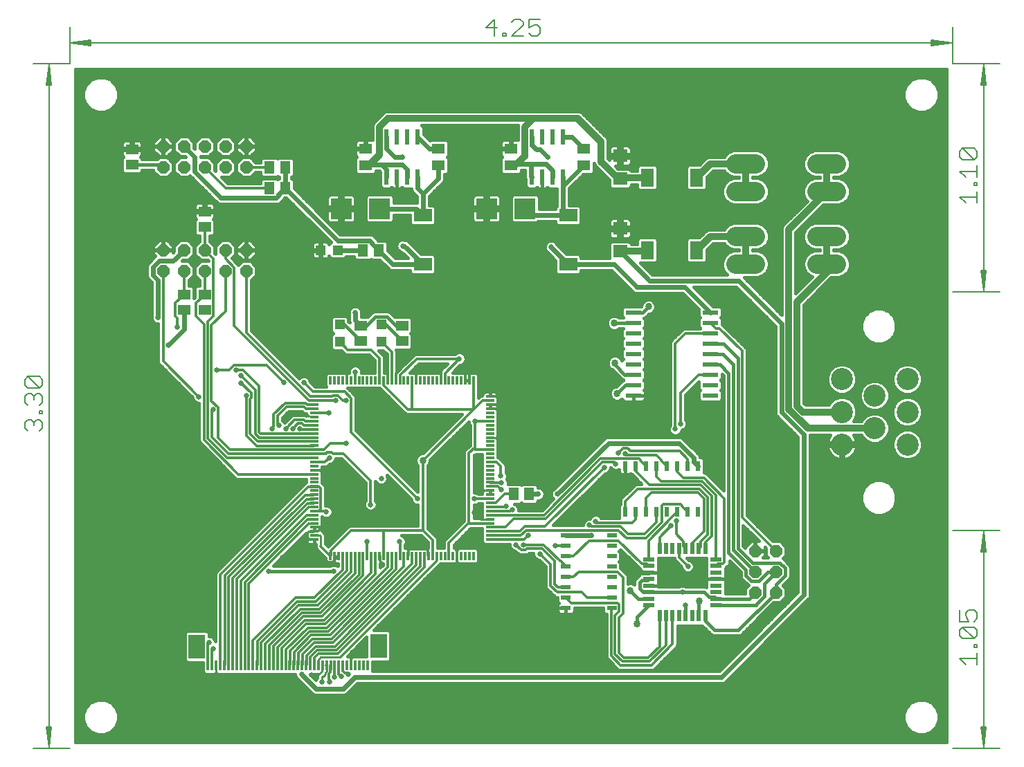
<source format=gtl>
G75*
%MOIN*%
%OFA0B0*%
%FSLAX25Y25*%
%IPPOS*%
%LPD*%
%AMOC8*
5,1,8,0,0,1.08239X$1,22.5*
%
%ADD10C,0.00512*%
%ADD11C,0.00700*%
%ADD12OC8,0.06000*%
%ADD13R,0.04724X0.04724*%
%ADD14R,0.05906X0.05118*%
%ADD15R,0.05118X0.05906*%
%ADD16R,0.07800X0.02200*%
%ADD17R,0.05800X0.02000*%
%ADD18R,0.02000X0.05800*%
%ADD19R,0.02362X0.04724*%
%ADD20R,0.04724X0.02362*%
%ADD21R,0.01181X0.04921*%
%ADD22R,0.07874X0.11811*%
%ADD23C,0.10630*%
%ADD24R,0.03937X0.01181*%
%ADD25R,0.01181X0.03937*%
%ADD26R,0.07087X0.06299*%
%ADD27R,0.06299X0.08661*%
%ADD28C,0.09449*%
%ADD29R,0.02200X0.07800*%
%ADD30R,0.06299X0.05118*%
%ADD31R,0.10000X0.10000*%
%ADD32R,0.08661X0.06299*%
%ADD33C,0.01600*%
%ADD34C,0.01200*%
%ADD35C,0.02578*%
%ADD36C,0.02400*%
%ADD37C,0.00600*%
%ADD38C,0.01000*%
%ADD39C,0.00800*%
%ADD40C,0.03365*%
%ADD41C,0.03200*%
D10*
X0008085Y0001800D02*
X0025762Y0001800D01*
X0015762Y0002056D02*
X0016785Y0012036D01*
X0017019Y0012036D02*
X0015762Y0002056D01*
X0014738Y0012036D01*
X0014505Y0012036D02*
X0017019Y0012036D01*
X0016274Y0012036D02*
X0015762Y0002056D01*
X0015250Y0012036D01*
X0014505Y0012036D02*
X0015762Y0002056D01*
X0015762Y0331544D01*
X0016785Y0321564D01*
X0017019Y0321564D02*
X0015762Y0331544D01*
X0014738Y0321564D01*
X0014505Y0321564D02*
X0017019Y0321564D01*
X0016274Y0321564D02*
X0015762Y0331544D01*
X0015250Y0321564D01*
X0014505Y0321564D02*
X0015762Y0331544D01*
X0008085Y0331800D02*
X0025762Y0331800D01*
X0025762Y0349477D01*
X0026018Y0341800D02*
X0035998Y0340776D01*
X0035998Y0340543D02*
X0026018Y0341800D01*
X0035998Y0342824D01*
X0035998Y0343057D02*
X0035998Y0340543D01*
X0035998Y0341288D02*
X0026018Y0341800D01*
X0035998Y0342312D01*
X0035998Y0343057D02*
X0026018Y0341800D01*
X0450506Y0341800D01*
X0440526Y0340776D01*
X0440526Y0340543D02*
X0450506Y0341800D01*
X0440526Y0342824D01*
X0440526Y0343057D02*
X0440526Y0340543D01*
X0440526Y0341288D02*
X0450506Y0341800D01*
X0440526Y0342312D01*
X0440526Y0343057D02*
X0450506Y0341800D01*
X0450762Y0349477D02*
X0450762Y0331800D01*
X0473439Y0331800D01*
X0465762Y0331544D02*
X0466785Y0321564D01*
X0467019Y0321564D02*
X0465762Y0331544D01*
X0464738Y0321564D01*
X0464505Y0321564D02*
X0467019Y0321564D01*
X0466274Y0321564D02*
X0465762Y0331544D01*
X0465250Y0321564D01*
X0464505Y0321564D02*
X0465762Y0331544D01*
X0465762Y0222056D01*
X0466785Y0232036D01*
X0467019Y0232036D02*
X0465762Y0222056D01*
X0464738Y0232036D01*
X0464505Y0232036D02*
X0467019Y0232036D01*
X0466274Y0232036D02*
X0465762Y0222056D01*
X0465250Y0232036D01*
X0464505Y0232036D02*
X0465762Y0222056D01*
X0473439Y0221800D02*
X0450762Y0221800D01*
X0450762Y0106800D02*
X0473439Y0106800D01*
X0465762Y0106544D02*
X0466785Y0096564D01*
X0467019Y0096564D02*
X0465762Y0106544D01*
X0464738Y0096564D01*
X0464505Y0096564D02*
X0467019Y0096564D01*
X0466274Y0096564D02*
X0465762Y0106544D01*
X0465250Y0096564D01*
X0464505Y0096564D02*
X0465762Y0106544D01*
X0465762Y0002056D01*
X0466785Y0012036D01*
X0467019Y0012036D02*
X0465762Y0002056D01*
X0464738Y0012036D01*
X0464505Y0012036D02*
X0467019Y0012036D01*
X0466274Y0012036D02*
X0465762Y0002056D01*
X0465250Y0012036D01*
X0464505Y0012036D02*
X0465762Y0002056D01*
X0473439Y0001800D02*
X0450762Y0001800D01*
D11*
X0457112Y0042157D02*
X0454343Y0044926D01*
X0462650Y0044926D01*
X0462650Y0042157D02*
X0462650Y0047695D01*
X0462650Y0050444D02*
X0462650Y0051829D01*
X0461265Y0051829D01*
X0461265Y0050444D01*
X0462650Y0050444D01*
X0461265Y0054588D02*
X0455727Y0054588D01*
X0454343Y0055972D01*
X0454343Y0058741D01*
X0455727Y0060126D01*
X0461265Y0054588D01*
X0462650Y0055972D01*
X0462650Y0058741D01*
X0461265Y0060126D01*
X0455727Y0060126D01*
X0454343Y0062875D02*
X0458496Y0062875D01*
X0457112Y0065644D01*
X0457112Y0067029D01*
X0458496Y0068413D01*
X0461265Y0068413D01*
X0462650Y0067029D01*
X0462650Y0064260D01*
X0461265Y0062875D01*
X0454343Y0062875D02*
X0454343Y0068413D01*
X0457112Y0264657D02*
X0454343Y0267426D01*
X0462650Y0267426D01*
X0462650Y0264657D02*
X0462650Y0270195D01*
X0462650Y0272944D02*
X0462650Y0274329D01*
X0461265Y0274329D01*
X0461265Y0272944D01*
X0462650Y0272944D01*
X0462650Y0277088D02*
X0462650Y0282626D01*
X0462650Y0279857D02*
X0454343Y0279857D01*
X0457112Y0277088D01*
X0455727Y0285375D02*
X0454343Y0286760D01*
X0454343Y0289529D01*
X0455727Y0290913D01*
X0461265Y0285375D01*
X0462650Y0286760D01*
X0462650Y0289529D01*
X0461265Y0290913D01*
X0455727Y0290913D01*
X0455727Y0285375D02*
X0461265Y0285375D01*
X0252375Y0346296D02*
X0250990Y0344912D01*
X0248221Y0344912D01*
X0246837Y0346296D01*
X0246837Y0349065D02*
X0249606Y0350450D01*
X0250990Y0350450D01*
X0252375Y0349065D01*
X0252375Y0346296D01*
X0246837Y0349065D02*
X0246837Y0353219D01*
X0252375Y0353219D01*
X0244088Y0351834D02*
X0242703Y0353219D01*
X0239934Y0353219D01*
X0238550Y0351834D01*
X0244088Y0351834D02*
X0244088Y0350450D01*
X0238550Y0344912D01*
X0244088Y0344912D01*
X0235791Y0344912D02*
X0234406Y0344912D01*
X0234406Y0346296D01*
X0235791Y0346296D01*
X0235791Y0344912D01*
X0230273Y0344912D02*
X0230273Y0353219D01*
X0226119Y0349065D01*
X0231657Y0349065D01*
X0012650Y0179529D02*
X0012650Y0176760D01*
X0011265Y0175375D01*
X0005727Y0180913D01*
X0011265Y0180913D01*
X0012650Y0179529D01*
X0011265Y0175375D02*
X0005727Y0175375D01*
X0004343Y0176760D01*
X0004343Y0179529D01*
X0005727Y0180913D01*
X0005727Y0172626D02*
X0007112Y0172626D01*
X0008496Y0171241D01*
X0009881Y0172626D01*
X0011265Y0172626D01*
X0012650Y0171241D01*
X0012650Y0168472D01*
X0011265Y0167088D01*
X0011265Y0164329D02*
X0012650Y0164329D01*
X0012650Y0162944D01*
X0011265Y0162944D01*
X0011265Y0164329D01*
X0011265Y0160195D02*
X0012650Y0158811D01*
X0012650Y0156042D01*
X0011265Y0154657D01*
X0008496Y0157426D02*
X0008496Y0158811D01*
X0009881Y0160195D01*
X0011265Y0160195D01*
X0008496Y0158811D02*
X0007112Y0160195D01*
X0005727Y0160195D01*
X0004343Y0158811D01*
X0004343Y0156042D01*
X0005727Y0154657D01*
X0005727Y0167088D02*
X0004343Y0168472D01*
X0004343Y0171241D01*
X0005727Y0172626D01*
X0008496Y0171241D02*
X0008496Y0169857D01*
D12*
X0070762Y0231800D03*
X0080762Y0231800D03*
X0090762Y0231800D03*
X0100762Y0231800D03*
X0110762Y0231800D03*
X0110762Y0241800D03*
X0100762Y0241800D03*
X0090762Y0241800D03*
X0080762Y0241800D03*
X0070762Y0241800D03*
X0070762Y0281800D03*
X0080762Y0281800D03*
X0090762Y0281800D03*
X0100762Y0281800D03*
X0110762Y0281800D03*
X0110762Y0291800D03*
X0100762Y0291800D03*
X0090762Y0291800D03*
X0080762Y0291800D03*
X0070762Y0291800D03*
X0355762Y0096800D03*
X0365762Y0096800D03*
X0365762Y0086800D03*
X0365762Y0076800D03*
X0355762Y0076800D03*
X0355762Y0086800D03*
D13*
X0175762Y0197666D03*
X0175762Y0205934D03*
X0155762Y0205934D03*
X0155762Y0197666D03*
X0154896Y0241800D03*
X0146628Y0241800D03*
D14*
X0165762Y0205540D03*
X0165762Y0198060D03*
X0185762Y0198060D03*
X0185762Y0205540D03*
X0090762Y0213060D03*
X0090762Y0220540D03*
X0080762Y0220540D03*
X0080762Y0213060D03*
X0090762Y0253060D03*
X0090762Y0260540D03*
X0055762Y0283060D03*
X0055762Y0290540D03*
D15*
X0122022Y0281800D03*
X0129502Y0281800D03*
X0129502Y0271800D03*
X0122022Y0271800D03*
X0167022Y0241800D03*
X0174502Y0241800D03*
X0239522Y0124300D03*
X0247002Y0124300D03*
D16*
X0297262Y0171800D03*
X0297262Y0176800D03*
X0297262Y0181800D03*
X0297262Y0186800D03*
X0297262Y0191800D03*
X0297262Y0196800D03*
X0297262Y0201800D03*
X0297262Y0206800D03*
X0297262Y0211800D03*
X0334262Y0211800D03*
X0334262Y0206800D03*
X0334262Y0201800D03*
X0334262Y0196800D03*
X0334262Y0191800D03*
X0334262Y0186800D03*
X0334262Y0181800D03*
X0334262Y0176800D03*
X0334262Y0171800D03*
D17*
X0336962Y0092800D03*
X0336962Y0089700D03*
X0336962Y0086500D03*
X0336962Y0083400D03*
X0336962Y0080200D03*
X0336962Y0077100D03*
X0336962Y0073900D03*
X0336962Y0070800D03*
X0304562Y0070800D03*
X0304562Y0073900D03*
X0304562Y0077100D03*
X0304562Y0080200D03*
X0304562Y0083400D03*
X0304562Y0086500D03*
X0304562Y0089700D03*
X0304562Y0092800D03*
D18*
X0309762Y0098000D03*
X0312862Y0098000D03*
X0316062Y0098000D03*
X0319162Y0098000D03*
X0322362Y0098000D03*
X0325462Y0098000D03*
X0328662Y0098000D03*
X0331762Y0098000D03*
X0331762Y0065600D03*
X0328662Y0065600D03*
X0325462Y0065600D03*
X0322362Y0065600D03*
X0319162Y0065600D03*
X0316062Y0065600D03*
X0312862Y0065600D03*
X0309762Y0065600D03*
D19*
X0308262Y0115776D03*
X0313262Y0115776D03*
X0318262Y0115776D03*
X0323262Y0115776D03*
X0328262Y0115776D03*
X0328262Y0137824D03*
X0323262Y0137824D03*
X0318262Y0137824D03*
X0313262Y0137824D03*
X0308262Y0137824D03*
X0303262Y0137824D03*
X0298262Y0137824D03*
X0293262Y0137824D03*
X0293262Y0115776D03*
X0298262Y0115776D03*
X0303262Y0115776D03*
D20*
X0286785Y0104300D03*
X0286785Y0099300D03*
X0286785Y0094300D03*
X0286785Y0089300D03*
X0286785Y0084300D03*
X0286785Y0079300D03*
X0286785Y0074300D03*
X0286785Y0069300D03*
X0264738Y0069300D03*
X0264738Y0074300D03*
X0264738Y0079300D03*
X0264738Y0084300D03*
X0264738Y0089300D03*
X0264738Y0094300D03*
X0264738Y0099300D03*
X0264738Y0104300D03*
D21*
X0169148Y0041800D03*
X0167179Y0041800D03*
X0165211Y0041800D03*
X0163242Y0041800D03*
X0161274Y0041800D03*
X0159305Y0041800D03*
X0157337Y0041800D03*
X0155368Y0041800D03*
X0153400Y0041800D03*
X0151431Y0041800D03*
X0149463Y0041800D03*
X0147494Y0041800D03*
X0145526Y0041800D03*
X0143557Y0041800D03*
X0141589Y0041800D03*
X0139620Y0041800D03*
X0137652Y0041800D03*
X0135683Y0041800D03*
X0133715Y0041800D03*
X0131746Y0041800D03*
X0129778Y0041800D03*
X0127809Y0041800D03*
X0125841Y0041800D03*
X0123872Y0041800D03*
X0121904Y0041800D03*
X0119935Y0041800D03*
X0117967Y0041800D03*
X0115998Y0041800D03*
X0114030Y0041800D03*
X0112061Y0041800D03*
X0110093Y0041800D03*
X0108124Y0041800D03*
X0106156Y0041800D03*
X0104187Y0041800D03*
X0102219Y0041800D03*
X0100250Y0041800D03*
X0098281Y0041800D03*
X0096313Y0041800D03*
X0094344Y0041800D03*
X0092376Y0041800D03*
D22*
X0087061Y0050855D03*
X0174463Y0051052D03*
D23*
X0397612Y0148139D03*
X0397612Y0163887D03*
X0413360Y0171761D03*
X0429108Y0179635D03*
X0429108Y0163887D03*
X0413360Y0156013D03*
X0429108Y0148139D03*
X0397612Y0179635D03*
D24*
X0228085Y0171249D03*
X0228085Y0169280D03*
X0228085Y0167312D03*
X0228085Y0165343D03*
X0228085Y0163375D03*
X0228085Y0161406D03*
X0228085Y0159438D03*
X0228085Y0157469D03*
X0228085Y0155501D03*
X0228085Y0153532D03*
X0228085Y0151564D03*
X0228085Y0149595D03*
X0228085Y0147627D03*
X0228085Y0145658D03*
X0228085Y0143690D03*
X0228085Y0141721D03*
X0228085Y0139753D03*
X0228085Y0137784D03*
X0228085Y0135816D03*
X0228085Y0133847D03*
X0228085Y0131879D03*
X0228085Y0129910D03*
X0228085Y0127942D03*
X0228085Y0125973D03*
X0228085Y0124005D03*
X0228085Y0122036D03*
X0228085Y0120068D03*
X0228085Y0118099D03*
X0228085Y0116131D03*
X0228085Y0114162D03*
X0228085Y0112194D03*
X0228085Y0110225D03*
X0228085Y0108257D03*
X0228085Y0106288D03*
X0228085Y0104320D03*
X0228085Y0102351D03*
X0143439Y0102351D03*
X0143439Y0104320D03*
X0143439Y0106288D03*
X0143439Y0108257D03*
X0143439Y0110225D03*
X0143439Y0112194D03*
X0143439Y0114162D03*
X0143439Y0116131D03*
X0143439Y0118099D03*
X0143439Y0120068D03*
X0143439Y0122036D03*
X0143439Y0124005D03*
X0143439Y0125973D03*
X0143439Y0127942D03*
X0143439Y0129910D03*
X0143439Y0131879D03*
X0143439Y0133847D03*
X0143439Y0135816D03*
X0143439Y0137784D03*
X0143439Y0139753D03*
X0143439Y0141721D03*
X0143439Y0143690D03*
X0143439Y0145658D03*
X0143439Y0147627D03*
X0143439Y0149595D03*
X0143439Y0151564D03*
X0143439Y0153532D03*
X0143439Y0155501D03*
X0143439Y0157469D03*
X0143439Y0159438D03*
X0143439Y0161406D03*
X0143439Y0163375D03*
X0143439Y0165343D03*
X0143439Y0167312D03*
X0143439Y0169280D03*
X0143439Y0171249D03*
D25*
X0151313Y0179123D03*
X0153281Y0179123D03*
X0155250Y0179123D03*
X0157219Y0179123D03*
X0159187Y0179123D03*
X0161156Y0179123D03*
X0163124Y0179123D03*
X0165093Y0179123D03*
X0167061Y0179123D03*
X0169030Y0179123D03*
X0170998Y0179123D03*
X0172967Y0179123D03*
X0174935Y0179123D03*
X0176904Y0179123D03*
X0178872Y0179123D03*
X0180841Y0179123D03*
X0182809Y0179123D03*
X0184778Y0179123D03*
X0186746Y0179123D03*
X0188715Y0179123D03*
X0190683Y0179123D03*
X0192652Y0179123D03*
X0194620Y0179123D03*
X0196589Y0179123D03*
X0198557Y0179123D03*
X0200526Y0179123D03*
X0202494Y0179123D03*
X0204463Y0179123D03*
X0206431Y0179123D03*
X0208400Y0179123D03*
X0210368Y0179123D03*
X0212337Y0179123D03*
X0214305Y0179123D03*
X0216274Y0179123D03*
X0218242Y0179123D03*
X0220211Y0179123D03*
X0220211Y0094477D03*
X0218242Y0094477D03*
X0216274Y0094477D03*
X0214305Y0094477D03*
X0212337Y0094477D03*
X0210368Y0094477D03*
X0208400Y0094477D03*
X0206431Y0094477D03*
X0204463Y0094477D03*
X0202494Y0094477D03*
X0200526Y0094477D03*
X0198557Y0094477D03*
X0196589Y0094477D03*
X0194620Y0094477D03*
X0192652Y0094477D03*
X0190683Y0094477D03*
X0188715Y0094477D03*
X0186746Y0094477D03*
X0184778Y0094477D03*
X0182809Y0094477D03*
X0180841Y0094477D03*
X0178872Y0094477D03*
X0176904Y0094477D03*
X0174935Y0094477D03*
X0172967Y0094477D03*
X0170998Y0094477D03*
X0169030Y0094477D03*
X0167061Y0094477D03*
X0165093Y0094477D03*
X0163124Y0094477D03*
X0161156Y0094477D03*
X0159187Y0094477D03*
X0157219Y0094477D03*
X0155250Y0094477D03*
X0153281Y0094477D03*
X0151313Y0094477D03*
D26*
X0290762Y0241288D03*
X0290762Y0252312D03*
X0290762Y0276288D03*
X0290762Y0287312D03*
D27*
X0303951Y0276800D03*
X0327573Y0276800D03*
X0327573Y0241800D03*
X0303951Y0241800D03*
D28*
X0346510Y0235107D02*
X0355959Y0235107D01*
X0355959Y0248493D02*
X0346510Y0248493D01*
X0346510Y0270107D02*
X0355959Y0270107D01*
X0355959Y0283493D02*
X0346510Y0283493D01*
X0385565Y0283493D02*
X0395014Y0283493D01*
X0395014Y0270107D02*
X0385565Y0270107D01*
X0385565Y0248493D02*
X0395014Y0248493D01*
X0395014Y0235107D02*
X0385565Y0235107D01*
D29*
X0263262Y0277100D03*
X0258262Y0277100D03*
X0253262Y0277100D03*
X0248262Y0277100D03*
X0248262Y0296500D03*
X0253262Y0296500D03*
X0258262Y0296500D03*
X0263262Y0296500D03*
X0193262Y0296500D03*
X0188262Y0296500D03*
X0183262Y0296500D03*
X0178262Y0296500D03*
X0178262Y0277100D03*
X0183262Y0277100D03*
X0188262Y0277100D03*
X0193262Y0277100D03*
D30*
X0203262Y0282863D03*
X0203262Y0290737D03*
X0168262Y0290737D03*
X0168262Y0282863D03*
X0238262Y0282863D03*
X0238262Y0290737D03*
X0273262Y0290737D03*
X0273262Y0282863D03*
D31*
X0245012Y0261800D03*
X0226512Y0261800D03*
X0175012Y0261800D03*
X0156512Y0261800D03*
D32*
X0195762Y0258611D03*
X0195762Y0234989D03*
X0265762Y0234989D03*
X0265762Y0258611D03*
D33*
X0266262Y0263561D02*
X0266262Y0271620D01*
X0273145Y0278504D01*
X0277157Y0278504D01*
X0278211Y0279558D01*
X0278211Y0283704D01*
X0278679Y0282574D01*
X0279636Y0281618D01*
X0285419Y0275835D01*
X0285419Y0272393D01*
X0286473Y0271339D01*
X0295051Y0271339D01*
X0296105Y0272393D01*
X0296105Y0273400D01*
X0299001Y0273400D01*
X0299001Y0271724D01*
X0300056Y0270669D01*
X0307846Y0270669D01*
X0308900Y0271724D01*
X0308900Y0281876D01*
X0307846Y0282931D01*
X0300056Y0282931D01*
X0299001Y0281876D01*
X0299001Y0280200D01*
X0296088Y0280200D01*
X0295051Y0281238D01*
X0289632Y0281238D01*
X0288508Y0282362D01*
X0289987Y0282362D01*
X0289987Y0286537D01*
X0285419Y0286537D01*
X0285419Y0285452D01*
X0284962Y0285908D01*
X0284962Y0294676D01*
X0284444Y0295926D01*
X0447962Y0295926D01*
X0447962Y0294328D02*
X0284962Y0294328D01*
X0284962Y0292729D02*
X0447962Y0292729D01*
X0447962Y0291131D02*
X0295989Y0291131D01*
X0295982Y0291156D02*
X0295745Y0291567D01*
X0295410Y0291902D01*
X0295000Y0292139D01*
X0294542Y0292261D01*
X0291537Y0292261D01*
X0291537Y0288087D01*
X0289987Y0288087D01*
X0289987Y0292261D01*
X0286982Y0292261D01*
X0286524Y0292139D01*
X0286113Y0291902D01*
X0285778Y0291567D01*
X0285541Y0291156D01*
X0285419Y0290698D01*
X0285418Y0288087D01*
X0289987Y0288087D01*
X0289987Y0286537D01*
X0291537Y0286537D01*
X0291537Y0288087D01*
X0296105Y0288087D01*
X0296105Y0290698D01*
X0295982Y0291156D01*
X0296105Y0289532D02*
X0344041Y0289532D01*
X0345212Y0290017D02*
X0342814Y0289024D01*
X0340979Y0287189D01*
X0340856Y0286893D01*
X0333589Y0286893D01*
X0332340Y0286375D01*
X0328895Y0282931D01*
X0323678Y0282931D01*
X0322623Y0281876D01*
X0322623Y0271724D01*
X0323678Y0270669D01*
X0331468Y0270669D01*
X0332522Y0271724D01*
X0332522Y0276941D01*
X0335674Y0280093D01*
X0340856Y0280093D01*
X0340979Y0279797D01*
X0342814Y0277962D01*
X0345212Y0276969D01*
X0347834Y0276969D01*
X0347834Y0276631D01*
X0345212Y0276631D01*
X0342814Y0275638D01*
X0340979Y0273803D01*
X0339985Y0271405D01*
X0339985Y0268809D01*
X0340979Y0266411D01*
X0342814Y0264576D01*
X0345212Y0263583D01*
X0357256Y0263583D01*
X0359654Y0264576D01*
X0361490Y0266411D01*
X0362483Y0268809D01*
X0362483Y0271405D01*
X0361490Y0273803D01*
X0359654Y0275638D01*
X0357256Y0276631D01*
X0354634Y0276631D01*
X0354634Y0276969D01*
X0357256Y0276969D01*
X0359654Y0277962D01*
X0361490Y0279797D01*
X0362483Y0282195D01*
X0362483Y0284791D01*
X0361490Y0287189D01*
X0359654Y0289024D01*
X0357256Y0290017D01*
X0345212Y0290017D01*
X0341724Y0287934D02*
X0291537Y0287934D01*
X0291537Y0286537D02*
X0296105Y0286537D01*
X0296105Y0283925D01*
X0295982Y0283467D01*
X0295745Y0283057D01*
X0295410Y0282722D01*
X0295000Y0282485D01*
X0294542Y0282362D01*
X0291537Y0282362D01*
X0291537Y0286537D01*
X0291537Y0286335D02*
X0289987Y0286335D01*
X0289987Y0284737D02*
X0291537Y0284737D01*
X0291537Y0283138D02*
X0289987Y0283138D01*
X0289331Y0281539D02*
X0299001Y0281539D01*
X0295792Y0283138D02*
X0329103Y0283138D01*
X0330701Y0284737D02*
X0296105Y0284737D01*
X0296105Y0286335D02*
X0332300Y0286335D01*
X0335522Y0279941D02*
X0340919Y0279941D01*
X0342433Y0278342D02*
X0333924Y0278342D01*
X0332522Y0276744D02*
X0347834Y0276744D01*
X0342321Y0275145D02*
X0332522Y0275145D01*
X0332522Y0273547D02*
X0340873Y0273547D01*
X0340211Y0271948D02*
X0332522Y0271948D01*
X0339985Y0270350D02*
X0266262Y0270350D01*
X0266262Y0268751D02*
X0340009Y0268751D01*
X0340672Y0267153D02*
X0266262Y0267153D01*
X0266262Y0265554D02*
X0341836Y0265554D01*
X0344311Y0263956D02*
X0266262Y0263956D01*
X0266262Y0263561D02*
X0270838Y0263561D01*
X0271893Y0262506D01*
X0271893Y0254716D01*
X0270838Y0253661D01*
X0260686Y0253661D01*
X0259631Y0254716D01*
X0259631Y0255611D01*
X0251368Y0255611D01*
X0250757Y0255000D01*
X0239266Y0255000D01*
X0238212Y0256054D01*
X0238212Y0267546D01*
X0239266Y0268600D01*
X0250757Y0268600D01*
X0251812Y0267546D01*
X0251812Y0261611D01*
X0259631Y0261611D01*
X0259631Y0262506D01*
X0260262Y0263137D01*
X0260262Y0271554D01*
X0260107Y0271400D01*
X0256416Y0271400D01*
X0255762Y0272054D01*
X0255467Y0271760D01*
X0255057Y0271523D01*
X0254599Y0271400D01*
X0253262Y0271400D01*
X0253262Y0277100D01*
X0253262Y0277100D01*
X0253262Y0271400D01*
X0251925Y0271400D01*
X0251467Y0271523D01*
X0251057Y0271760D01*
X0250762Y0272054D01*
X0250107Y0271400D01*
X0246416Y0271400D01*
X0245362Y0272454D01*
X0245362Y0275979D01*
X0245062Y0276703D01*
X0245062Y0280300D01*
X0243211Y0280300D01*
X0243211Y0279558D01*
X0242157Y0278504D01*
X0234367Y0278504D01*
X0233312Y0279558D01*
X0233312Y0286168D01*
X0233945Y0286800D01*
X0233672Y0287073D01*
X0233435Y0287483D01*
X0233312Y0287941D01*
X0233312Y0290257D01*
X0237782Y0290257D01*
X0237782Y0291217D01*
X0237782Y0295096D01*
X0234875Y0295096D01*
X0234417Y0294973D01*
X0234007Y0294736D01*
X0233672Y0294401D01*
X0233435Y0293991D01*
X0233312Y0293533D01*
X0233312Y0291217D01*
X0237782Y0291217D01*
X0238741Y0291217D01*
X0238741Y0295096D01*
X0241462Y0295096D01*
X0241462Y0301888D01*
X0241508Y0302000D01*
X0195307Y0302000D01*
X0196162Y0301146D01*
X0196162Y0297843D01*
X0199137Y0294867D01*
X0199367Y0295096D01*
X0207157Y0295096D01*
X0208211Y0294042D01*
X0208211Y0287432D01*
X0207579Y0286800D01*
X0208211Y0286168D01*
X0208211Y0279558D01*
X0207157Y0278504D01*
X0206262Y0278504D01*
X0206262Y0275903D01*
X0205805Y0274801D01*
X0198762Y0267757D01*
X0198762Y0263561D01*
X0200838Y0263561D01*
X0201893Y0262506D01*
X0201893Y0254716D01*
X0200838Y0253661D01*
X0190686Y0253661D01*
X0189631Y0254716D01*
X0189631Y0258800D01*
X0181812Y0258800D01*
X0181812Y0256054D01*
X0180757Y0255000D01*
X0169266Y0255000D01*
X0168212Y0256054D01*
X0168212Y0267546D01*
X0169266Y0268600D01*
X0180757Y0268600D01*
X0181812Y0267546D01*
X0181812Y0264800D01*
X0192762Y0264800D01*
X0192762Y0267757D01*
X0191462Y0269057D01*
X0190619Y0269901D01*
X0190162Y0271003D01*
X0190162Y0271454D01*
X0190107Y0271400D01*
X0186416Y0271400D01*
X0185762Y0272054D01*
X0185467Y0271760D01*
X0185057Y0271523D01*
X0184599Y0271400D01*
X0183262Y0271400D01*
X0183262Y0277100D01*
X0183262Y0277100D01*
X0183262Y0271400D01*
X0181925Y0271400D01*
X0181467Y0271523D01*
X0181057Y0271760D01*
X0180762Y0272054D01*
X0180107Y0271400D01*
X0176416Y0271400D01*
X0175362Y0272454D01*
X0175362Y0276262D01*
X0175262Y0276503D01*
X0175262Y0279457D01*
X0174519Y0280200D01*
X0173211Y0280200D01*
X0173211Y0279558D01*
X0172157Y0278504D01*
X0164367Y0278504D01*
X0163312Y0279558D01*
X0163312Y0286168D01*
X0163945Y0286800D01*
X0163672Y0287073D01*
X0163435Y0287483D01*
X0163312Y0287941D01*
X0163312Y0290257D01*
X0167782Y0290257D01*
X0167782Y0291217D01*
X0167782Y0295096D01*
X0164875Y0295096D01*
X0164417Y0294973D01*
X0164007Y0294736D01*
X0163672Y0294401D01*
X0163435Y0293991D01*
X0163312Y0293533D01*
X0163312Y0291217D01*
X0167782Y0291217D01*
X0168741Y0291217D01*
X0168741Y0295096D01*
X0171462Y0295096D01*
X0171462Y0301888D01*
X0171979Y0303137D01*
X0172936Y0304094D01*
X0177125Y0308282D01*
X0178374Y0308800D01*
X0270838Y0308800D01*
X0272088Y0308282D01*
X0284444Y0295926D01*
X0282846Y0297525D02*
X0447962Y0297525D01*
X0447962Y0299123D02*
X0281247Y0299123D01*
X0279648Y0300722D02*
X0447962Y0300722D01*
X0447962Y0302320D02*
X0278050Y0302320D01*
X0276451Y0303919D02*
X0447962Y0303919D01*
X0447962Y0305517D02*
X0274853Y0305517D01*
X0273254Y0307116D02*
X0447962Y0307116D01*
X0447962Y0308714D02*
X0438191Y0308714D01*
X0437433Y0308400D02*
X0440520Y0309679D01*
X0442883Y0312042D01*
X0444162Y0315129D01*
X0444162Y0318471D01*
X0442883Y0321558D01*
X0440520Y0323921D01*
X0437433Y0325200D01*
X0434091Y0325200D01*
X0431004Y0323921D01*
X0428641Y0321558D01*
X0427362Y0318471D01*
X0427362Y0315129D01*
X0428641Y0312042D01*
X0431004Y0309679D01*
X0434091Y0308400D01*
X0437433Y0308400D01*
X0433332Y0308714D02*
X0271045Y0308714D01*
X0284962Y0291131D02*
X0285534Y0291131D01*
X0285419Y0289532D02*
X0284962Y0289532D01*
X0284962Y0287934D02*
X0289987Y0287934D01*
X0289987Y0289532D02*
X0291537Y0289532D01*
X0291537Y0291131D02*
X0289987Y0291131D01*
X0285419Y0286335D02*
X0284962Y0286335D01*
X0279714Y0281539D02*
X0278211Y0281539D01*
X0278211Y0279941D02*
X0281313Y0279941D01*
X0282911Y0278342D02*
X0272984Y0278342D01*
X0271385Y0276744D02*
X0284510Y0276744D01*
X0285419Y0275145D02*
X0269787Y0275145D01*
X0268188Y0273547D02*
X0285419Y0273547D01*
X0285863Y0271948D02*
X0266590Y0271948D01*
X0260262Y0270350D02*
X0201354Y0270350D01*
X0199756Y0268751D02*
X0260262Y0268751D01*
X0260262Y0267153D02*
X0251812Y0267153D01*
X0251812Y0265554D02*
X0260262Y0265554D01*
X0260262Y0263956D02*
X0251812Y0263956D01*
X0251812Y0262357D02*
X0259631Y0262357D01*
X0259982Y0254365D02*
X0201541Y0254365D01*
X0201893Y0255963D02*
X0219916Y0255963D01*
X0219834Y0256105D02*
X0220071Y0255695D01*
X0220407Y0255360D01*
X0220817Y0255123D01*
X0221275Y0255000D01*
X0225712Y0255000D01*
X0225712Y0261000D01*
X0227312Y0261000D01*
X0227312Y0262600D01*
X0233312Y0262600D01*
X0233312Y0267037D01*
X0233189Y0267495D01*
X0232952Y0267905D01*
X0232617Y0268240D01*
X0232207Y0268477D01*
X0231749Y0268600D01*
X0227312Y0268600D01*
X0227312Y0262600D01*
X0225712Y0262600D01*
X0225712Y0268600D01*
X0221275Y0268600D01*
X0220817Y0268477D01*
X0220407Y0268240D01*
X0220071Y0267905D01*
X0219834Y0267495D01*
X0219712Y0267037D01*
X0219712Y0262600D01*
X0225712Y0262600D01*
X0225712Y0261000D01*
X0219712Y0261000D01*
X0219712Y0256563D01*
X0219834Y0256105D01*
X0219712Y0257562D02*
X0201893Y0257562D01*
X0201893Y0259160D02*
X0219712Y0259160D01*
X0219712Y0260759D02*
X0201893Y0260759D01*
X0201893Y0262357D02*
X0225712Y0262357D01*
X0225712Y0260759D02*
X0227312Y0260759D01*
X0227312Y0261000D02*
X0227312Y0255000D01*
X0231749Y0255000D01*
X0232207Y0255123D01*
X0232617Y0255360D01*
X0232952Y0255695D01*
X0233189Y0256105D01*
X0233312Y0256563D01*
X0233312Y0261000D01*
X0227312Y0261000D01*
X0227312Y0262357D02*
X0238212Y0262357D01*
X0238212Y0260759D02*
X0233312Y0260759D01*
X0233312Y0259160D02*
X0238212Y0259160D01*
X0238212Y0257562D02*
X0233312Y0257562D01*
X0233107Y0255963D02*
X0238303Y0255963D01*
X0238212Y0263956D02*
X0233312Y0263956D01*
X0233312Y0265554D02*
X0238212Y0265554D01*
X0238212Y0267153D02*
X0233281Y0267153D01*
X0227312Y0267153D02*
X0225712Y0267153D01*
X0225712Y0265554D02*
X0227312Y0265554D01*
X0227312Y0263956D02*
X0225712Y0263956D01*
X0225712Y0259160D02*
X0227312Y0259160D01*
X0227312Y0257562D02*
X0225712Y0257562D01*
X0225712Y0255963D02*
X0227312Y0255963D01*
X0219712Y0263956D02*
X0198762Y0263956D01*
X0198762Y0265554D02*
X0219712Y0265554D01*
X0219743Y0267153D02*
X0198762Y0267153D01*
X0192762Y0267153D02*
X0181812Y0267153D01*
X0181812Y0265554D02*
X0192762Y0265554D01*
X0191768Y0268751D02*
X0136793Y0268751D01*
X0138392Y0267153D02*
X0149743Y0267153D01*
X0149712Y0267037D02*
X0149712Y0262600D01*
X0155712Y0262600D01*
X0155712Y0268600D01*
X0151275Y0268600D01*
X0150817Y0268477D01*
X0150407Y0268240D01*
X0150071Y0267905D01*
X0149834Y0267495D01*
X0149712Y0267037D01*
X0149712Y0265554D02*
X0139990Y0265554D01*
X0141589Y0263956D02*
X0149712Y0263956D01*
X0149712Y0261000D02*
X0149712Y0256563D01*
X0149834Y0256105D01*
X0150071Y0255695D01*
X0150407Y0255360D01*
X0150817Y0255123D01*
X0151275Y0255000D01*
X0155712Y0255000D01*
X0155712Y0261000D01*
X0157312Y0261000D01*
X0157312Y0262600D01*
X0163312Y0262600D01*
X0163312Y0267037D01*
X0163189Y0267495D01*
X0162952Y0267905D01*
X0162617Y0268240D01*
X0162207Y0268477D01*
X0161749Y0268600D01*
X0157312Y0268600D01*
X0157312Y0262600D01*
X0155712Y0262600D01*
X0155712Y0261000D01*
X0149712Y0261000D01*
X0149712Y0260759D02*
X0144786Y0260759D01*
X0146384Y0259160D02*
X0149712Y0259160D01*
X0149712Y0257562D02*
X0147983Y0257562D01*
X0149581Y0255963D02*
X0149916Y0255963D01*
X0151180Y0254365D02*
X0189982Y0254365D01*
X0189631Y0255963D02*
X0181721Y0255963D01*
X0181812Y0257562D02*
X0189631Y0257562D01*
X0187448Y0246900D02*
X0186991Y0246900D01*
X0186776Y0246989D01*
X0185547Y0246989D01*
X0184412Y0246519D01*
X0183543Y0245650D01*
X0183073Y0244514D01*
X0183073Y0243286D01*
X0183543Y0242150D01*
X0184412Y0241281D01*
X0185547Y0240811D01*
X0185697Y0240811D01*
X0188519Y0237989D01*
X0182556Y0237989D01*
X0178861Y0241684D01*
X0178861Y0245498D01*
X0177807Y0246553D01*
X0174191Y0246553D01*
X0173924Y0247198D01*
X0172026Y0249096D01*
X0170923Y0249553D01*
X0155992Y0249553D01*
X0133861Y0271684D01*
X0133861Y0275498D01*
X0132807Y0276553D01*
X0132502Y0276553D01*
X0132502Y0277047D01*
X0132807Y0277047D01*
X0133861Y0278102D01*
X0133861Y0285498D01*
X0132807Y0286553D01*
X0126197Y0286553D01*
X0125762Y0286117D01*
X0125326Y0286553D01*
X0118717Y0286553D01*
X0117663Y0285498D01*
X0117663Y0284200D01*
X0115150Y0284200D01*
X0112750Y0286600D01*
X0108774Y0286600D01*
X0105962Y0283788D01*
X0105962Y0279812D01*
X0108774Y0277000D01*
X0112750Y0277000D01*
X0115150Y0279400D01*
X0117663Y0279400D01*
X0117663Y0278102D01*
X0118717Y0277047D01*
X0125326Y0277047D01*
X0125762Y0277483D01*
X0126197Y0277047D01*
X0126502Y0277047D01*
X0126502Y0276553D01*
X0126197Y0276553D01*
X0125762Y0276117D01*
X0125326Y0276553D01*
X0118717Y0276553D01*
X0117663Y0275498D01*
X0117663Y0274200D01*
X0101756Y0274200D01*
X0098956Y0277000D01*
X0102750Y0277000D01*
X0105562Y0279812D01*
X0105562Y0283788D01*
X0102750Y0286600D01*
X0098774Y0286600D01*
X0095962Y0283788D01*
X0095962Y0279994D01*
X0095562Y0280394D01*
X0095562Y0283788D01*
X0092750Y0286600D01*
X0088962Y0286600D01*
X0088962Y0287000D01*
X0092750Y0287000D01*
X0095562Y0289812D01*
X0095562Y0293788D01*
X0092750Y0296600D01*
X0088774Y0296600D01*
X0085962Y0293788D01*
X0085962Y0290843D01*
X0085562Y0291243D01*
X0085562Y0293788D01*
X0082750Y0296600D01*
X0078774Y0296600D01*
X0075962Y0293788D01*
X0075962Y0289812D01*
X0078774Y0287000D01*
X0081319Y0287000D01*
X0081719Y0286600D01*
X0078774Y0286600D01*
X0075962Y0283788D01*
X0075962Y0279812D01*
X0078774Y0277000D01*
X0082750Y0277000D01*
X0083640Y0277890D01*
X0096019Y0265512D01*
X0096108Y0265297D01*
X0096977Y0264429D01*
X0098112Y0263958D01*
X0099341Y0263958D01*
X0099556Y0264047D01*
X0125923Y0264047D01*
X0127026Y0264504D01*
X0127870Y0265348D01*
X0128080Y0265558D01*
X0128924Y0266402D01*
X0129191Y0267047D01*
X0130012Y0267047D01*
X0151443Y0245617D01*
X0150733Y0244908D01*
X0150733Y0244611D01*
X0150667Y0244857D01*
X0150431Y0245267D01*
X0150095Y0245603D01*
X0149685Y0245840D01*
X0149227Y0245962D01*
X0147009Y0245962D01*
X0147009Y0242181D01*
X0146247Y0242181D01*
X0146247Y0245962D01*
X0144029Y0245962D01*
X0143571Y0245840D01*
X0143161Y0245603D01*
X0142825Y0245267D01*
X0142588Y0244857D01*
X0142466Y0244399D01*
X0142466Y0242181D01*
X0146247Y0242181D01*
X0146247Y0241419D01*
X0147009Y0241419D01*
X0147009Y0237638D01*
X0149227Y0237638D01*
X0149685Y0237760D01*
X0150095Y0237997D01*
X0150431Y0238333D01*
X0150667Y0238743D01*
X0150733Y0238989D01*
X0150733Y0238692D01*
X0151788Y0237638D01*
X0158003Y0237638D01*
X0159058Y0238692D01*
X0159058Y0238800D01*
X0162663Y0238800D01*
X0162663Y0238102D01*
X0163717Y0237047D01*
X0170326Y0237047D01*
X0170762Y0237483D01*
X0171197Y0237047D01*
X0175012Y0237047D01*
X0178770Y0233290D01*
X0179614Y0232446D01*
X0180716Y0231989D01*
X0189631Y0231989D01*
X0189631Y0231094D01*
X0190686Y0230039D01*
X0200838Y0230039D01*
X0201893Y0231094D01*
X0201893Y0238884D01*
X0200838Y0239939D01*
X0195055Y0239939D01*
X0189394Y0245599D01*
X0188550Y0246443D01*
X0187448Y0246900D01*
X0188621Y0246372D02*
X0256736Y0246372D01*
X0256897Y0246439D02*
X0255762Y0245969D01*
X0254893Y0245100D01*
X0254423Y0243964D01*
X0254423Y0242736D01*
X0254893Y0241600D01*
X0255762Y0240731D01*
X0255787Y0240721D01*
X0255812Y0240696D01*
X0259631Y0236877D01*
X0259631Y0231094D01*
X0260686Y0230039D01*
X0270838Y0230039D01*
X0271893Y0231094D01*
X0271893Y0231989D01*
X0286580Y0231989D01*
X0296104Y0222465D01*
X0296193Y0222250D01*
X0297062Y0221381D01*
X0298197Y0220911D01*
X0299426Y0220911D01*
X0299641Y0221000D01*
X0320819Y0221000D01*
X0328562Y0213257D01*
X0328562Y0209954D01*
X0329216Y0209300D01*
X0328562Y0208646D01*
X0328562Y0204954D01*
X0329216Y0204300D01*
X0329116Y0204200D01*
X0321784Y0204200D01*
X0320902Y0203835D01*
X0316002Y0198935D01*
X0315327Y0198259D01*
X0314962Y0197377D01*
X0314962Y0157568D01*
X0314743Y0157350D01*
X0314273Y0156214D01*
X0314273Y0154986D01*
X0314743Y0153850D01*
X0315612Y0152981D01*
X0316747Y0152511D01*
X0317976Y0152511D01*
X0319112Y0152981D01*
X0319981Y0153850D01*
X0320451Y0154986D01*
X0320451Y0155011D01*
X0320465Y0155011D01*
X0321601Y0155481D01*
X0322469Y0156350D01*
X0322940Y0157486D01*
X0322940Y0158714D01*
X0322469Y0159850D01*
X0322251Y0160068D01*
X0322251Y0172095D01*
X0328562Y0178406D01*
X0328562Y0174954D01*
X0329216Y0174300D01*
X0328562Y0173646D01*
X0328562Y0169954D01*
X0329616Y0168900D01*
X0338907Y0168900D01*
X0339962Y0169954D01*
X0339962Y0173646D01*
X0339307Y0174300D01*
X0339962Y0174954D01*
X0339962Y0178646D01*
X0339307Y0179300D01*
X0339962Y0179954D01*
X0339962Y0181923D01*
X0340462Y0181423D01*
X0340462Y0126231D01*
X0332458Y0134235D01*
X0331576Y0134600D01*
X0331127Y0134600D01*
X0331243Y0134716D01*
X0331243Y0137181D01*
X0331262Y0137227D01*
X0331262Y0138420D01*
X0331243Y0138466D01*
X0331243Y0140931D01*
X0330188Y0141986D01*
X0329243Y0141986D01*
X0329243Y0142210D01*
X0328786Y0143312D01*
X0321635Y0150463D01*
X0320792Y0151307D01*
X0319689Y0151764D01*
X0284529Y0151764D01*
X0283426Y0151307D01*
X0259127Y0127008D01*
X0258912Y0126919D01*
X0258043Y0126050D01*
X0257573Y0124914D01*
X0257573Y0123686D01*
X0258043Y0122550D01*
X0258581Y0122013D01*
X0253130Y0116562D01*
X0241951Y0116562D01*
X0241951Y0117266D01*
X0241481Y0118401D01*
X0240612Y0119270D01*
X0239942Y0119547D01*
X0242826Y0119547D01*
X0243262Y0119983D01*
X0243697Y0119547D01*
X0250307Y0119547D01*
X0251361Y0120602D01*
X0251361Y0121211D01*
X0251976Y0121211D01*
X0253112Y0121681D01*
X0253981Y0122550D01*
X0254451Y0123686D01*
X0254451Y0124914D01*
X0253981Y0126050D01*
X0253112Y0126919D01*
X0251976Y0127389D01*
X0251361Y0127389D01*
X0251361Y0127998D01*
X0250307Y0129053D01*
X0243697Y0129053D01*
X0243262Y0128617D01*
X0242826Y0129053D01*
X0236772Y0129053D01*
X0236811Y0129146D01*
X0236811Y0130374D01*
X0236340Y0131510D01*
X0236122Y0131729D01*
X0236451Y0132524D01*
X0236451Y0133752D01*
X0235981Y0134888D01*
X0235762Y0135106D01*
X0235762Y0138077D01*
X0235396Y0138959D01*
X0232569Y0141787D01*
X0231853Y0142084D01*
X0231853Y0151564D01*
X0231853Y0165343D01*
X0231221Y0165343D01*
X0231221Y0165343D01*
X0231221Y0165343D01*
X0231853Y0165343D01*
X0231853Y0166171D01*
X0231811Y0166328D01*
X0231853Y0166484D01*
X0231853Y0167312D01*
X0231853Y0171249D01*
X0231853Y0172076D01*
X0231730Y0172534D01*
X0231494Y0172945D01*
X0231158Y0173280D01*
X0230748Y0173517D01*
X0230290Y0173639D01*
X0228085Y0173639D01*
X0228085Y0171680D01*
X0228085Y0171680D01*
X0228085Y0173639D01*
X0225879Y0173639D01*
X0225421Y0173517D01*
X0225011Y0173280D01*
X0224676Y0172945D01*
X0224439Y0172534D01*
X0224316Y0172076D01*
X0224316Y0171700D01*
X0224084Y0171700D01*
X0223202Y0171335D01*
X0222611Y0170743D01*
X0222611Y0179600D01*
X0222601Y0179623D01*
X0222601Y0181837D01*
X0221547Y0182891D01*
X0218242Y0182891D01*
X0217415Y0182891D01*
X0217258Y0182849D01*
X0217101Y0182891D01*
X0216274Y0182891D01*
X0216274Y0182259D01*
X0216274Y0182259D01*
X0216274Y0182259D01*
X0216274Y0182891D01*
X0210147Y0182891D01*
X0213667Y0186411D01*
X0213976Y0186411D01*
X0215112Y0186881D01*
X0215981Y0187750D01*
X0216451Y0188886D01*
X0216451Y0190114D01*
X0215981Y0191250D01*
X0215112Y0192119D01*
X0213976Y0192589D01*
X0212747Y0192589D01*
X0211612Y0192119D01*
X0211393Y0191900D01*
X0192390Y0191900D01*
X0191508Y0191535D01*
X0190833Y0190859D01*
X0183241Y0183268D01*
X0183241Y0193065D01*
X0182977Y0193701D01*
X0189460Y0193701D01*
X0190515Y0194755D01*
X0190515Y0201364D01*
X0190079Y0201800D01*
X0190515Y0202236D01*
X0190515Y0208845D01*
X0189460Y0209899D01*
X0182178Y0209899D01*
X0180177Y0211900D01*
X0179221Y0212296D01*
X0172303Y0212296D01*
X0171347Y0211900D01*
X0169346Y0209899D01*
X0166262Y0209899D01*
X0166262Y0210971D01*
X0166351Y0211186D01*
X0166351Y0212414D01*
X0165881Y0213550D01*
X0165012Y0214419D01*
X0163876Y0214889D01*
X0162647Y0214889D01*
X0161512Y0214419D01*
X0160643Y0213550D01*
X0160173Y0212414D01*
X0160173Y0211186D01*
X0160262Y0210971D01*
X0160262Y0207443D01*
X0160416Y0207071D01*
X0159924Y0207563D01*
X0159924Y0209042D01*
X0158870Y0210096D01*
X0152654Y0210096D01*
X0151600Y0209042D01*
X0151600Y0202826D01*
X0152626Y0201800D01*
X0151600Y0200774D01*
X0151600Y0194558D01*
X0152654Y0193504D01*
X0156530Y0193504D01*
X0157693Y0192341D01*
X0158368Y0191665D01*
X0159251Y0191300D01*
X0170068Y0191300D01*
X0172562Y0188806D01*
X0172562Y0182891D01*
X0166351Y0182891D01*
X0166351Y0183783D01*
X0165881Y0184918D01*
X0165012Y0185787D01*
X0163876Y0186257D01*
X0162647Y0186257D01*
X0161512Y0185787D01*
X0160643Y0184918D01*
X0160173Y0183783D01*
X0160173Y0182891D01*
X0159187Y0182891D01*
X0149977Y0182891D01*
X0148922Y0181837D01*
X0148922Y0176409D01*
X0149342Y0175989D01*
X0143902Y0175989D01*
X0141568Y0178323D01*
X0141568Y0178632D01*
X0141098Y0179767D01*
X0140229Y0180636D01*
X0139094Y0181107D01*
X0137865Y0181107D01*
X0136730Y0180636D01*
X0136232Y0180139D01*
X0113162Y0203210D01*
X0113162Y0227412D01*
X0115562Y0229812D01*
X0115562Y0233788D01*
X0112750Y0236600D01*
X0108774Y0236600D01*
X0107019Y0234845D01*
X0106996Y0234899D01*
X0106321Y0235574D01*
X0103823Y0238073D01*
X0105562Y0239812D01*
X0105562Y0243788D01*
X0102750Y0246600D01*
X0098774Y0246600D01*
X0095962Y0243788D01*
X0095962Y0239994D01*
X0095562Y0240394D01*
X0095562Y0243788D01*
X0093162Y0246188D01*
X0093162Y0248701D01*
X0094460Y0248701D01*
X0095515Y0249755D01*
X0095515Y0256364D01*
X0095079Y0256800D01*
X0095155Y0256876D01*
X0095392Y0257286D01*
X0095515Y0257744D01*
X0095515Y0260061D01*
X0091241Y0260061D01*
X0091241Y0261020D01*
X0090282Y0261020D01*
X0090282Y0264899D01*
X0087572Y0264899D01*
X0087114Y0264777D01*
X0086704Y0264540D01*
X0086369Y0264204D01*
X0086132Y0263794D01*
X0086009Y0263336D01*
X0086009Y0261020D01*
X0090282Y0261020D01*
X0090282Y0260061D01*
X0086009Y0260061D01*
X0086009Y0257744D01*
X0086132Y0257286D01*
X0086369Y0256876D01*
X0086445Y0256800D01*
X0086009Y0256364D01*
X0086009Y0249755D01*
X0087063Y0248701D01*
X0088362Y0248701D01*
X0088362Y0246188D01*
X0085962Y0243788D01*
X0085962Y0239812D01*
X0088774Y0237000D01*
X0092168Y0237000D01*
X0092562Y0236606D01*
X0092562Y0236600D01*
X0088774Y0236600D01*
X0085962Y0233788D01*
X0085962Y0229812D01*
X0088362Y0227412D01*
X0088362Y0224899D01*
X0087063Y0224899D01*
X0086009Y0223845D01*
X0086009Y0219182D01*
X0085515Y0218687D01*
X0085515Y0223845D01*
X0084460Y0224899D01*
X0083162Y0224899D01*
X0083162Y0227412D01*
X0085562Y0229812D01*
X0085562Y0233788D01*
X0082750Y0236600D01*
X0079804Y0236600D01*
X0080204Y0237000D01*
X0082750Y0237000D01*
X0085562Y0239812D01*
X0085562Y0243788D01*
X0082750Y0246600D01*
X0078774Y0246600D01*
X0075962Y0243788D01*
X0075962Y0241243D01*
X0075562Y0240843D01*
X0075562Y0241600D01*
X0070962Y0241600D01*
X0070962Y0242000D01*
X0075562Y0242000D01*
X0075562Y0243788D01*
X0072750Y0246600D01*
X0070962Y0246600D01*
X0070962Y0242000D01*
X0070562Y0242000D01*
X0070562Y0246600D01*
X0068774Y0246600D01*
X0065962Y0243788D01*
X0065962Y0242000D01*
X0070562Y0242000D01*
X0070562Y0241600D01*
X0065962Y0241600D01*
X0065962Y0239812D01*
X0066852Y0238921D01*
X0066230Y0238299D01*
X0063419Y0235488D01*
X0062962Y0234385D01*
X0062962Y0229215D01*
X0063419Y0228112D01*
X0064262Y0227268D01*
X0065273Y0226258D01*
X0065273Y0210329D01*
X0065184Y0210114D01*
X0065184Y0208886D01*
X0065654Y0207750D01*
X0066523Y0206881D01*
X0067658Y0206411D01*
X0068362Y0206411D01*
X0068362Y0187934D01*
X0068727Y0187052D01*
X0069402Y0186376D01*
X0084884Y0170895D01*
X0084884Y0170586D01*
X0085354Y0169450D01*
X0086223Y0168581D01*
X0087358Y0168111D01*
X0088062Y0168111D01*
X0088062Y0149923D01*
X0088427Y0149041D01*
X0089102Y0148365D01*
X0105655Y0131813D01*
X0106537Y0131447D01*
X0139670Y0131447D01*
X0139670Y0129963D01*
X0139274Y0129798D01*
X0138599Y0129123D01*
X0096247Y0086771D01*
X0095881Y0085889D01*
X0095881Y0053542D01*
X0095506Y0054450D01*
X0094637Y0055319D01*
X0093501Y0055789D01*
X0092798Y0055789D01*
X0092798Y0057506D01*
X0091744Y0058561D01*
X0082378Y0058561D01*
X0081324Y0057506D01*
X0081324Y0044204D01*
X0082378Y0043150D01*
X0089976Y0043150D01*
X0089976Y0041323D01*
X0089985Y0041300D01*
X0089985Y0038594D01*
X0091040Y0037539D01*
X0096313Y0037539D01*
X0134373Y0037539D01*
X0134373Y0036836D01*
X0134843Y0035701D01*
X0135712Y0034832D01*
X0135927Y0034743D01*
X0142663Y0028007D01*
X0143765Y0027550D01*
X0158027Y0027550D01*
X0159129Y0028007D01*
X0159973Y0028851D01*
X0164223Y0033100D01*
X0340259Y0033100D01*
X0341361Y0033557D01*
X0342205Y0034401D01*
X0381061Y0073257D01*
X0381905Y0074101D01*
X0382362Y0075203D01*
X0382362Y0152613D01*
X0392077Y0152613D01*
X0391684Y0152100D01*
X0391217Y0151292D01*
X0390860Y0150431D01*
X0390619Y0149530D01*
X0390541Y0148939D01*
X0396812Y0148939D01*
X0396812Y0147339D01*
X0390541Y0147339D01*
X0390619Y0146748D01*
X0390860Y0145847D01*
X0391217Y0144985D01*
X0391684Y0144177D01*
X0392251Y0143437D01*
X0392911Y0142778D01*
X0393651Y0142210D01*
X0394459Y0141744D01*
X0395320Y0141387D01*
X0396221Y0141145D01*
X0396812Y0141068D01*
X0396812Y0147339D01*
X0398412Y0147339D01*
X0398412Y0148939D01*
X0404683Y0148939D01*
X0404605Y0149530D01*
X0404364Y0150431D01*
X0404007Y0151292D01*
X0403541Y0152100D01*
X0403147Y0152613D01*
X0407067Y0152613D01*
X0407328Y0151982D01*
X0409330Y0149981D01*
X0411945Y0148898D01*
X0414775Y0148898D01*
X0417391Y0149981D01*
X0419392Y0151982D01*
X0420475Y0154597D01*
X0420475Y0157428D01*
X0419392Y0160043D01*
X0417391Y0162044D01*
X0414775Y0163128D01*
X0411945Y0163128D01*
X0409330Y0162044D01*
X0407328Y0160043D01*
X0407067Y0159413D01*
X0403200Y0159413D01*
X0403644Y0159856D01*
X0404727Y0162471D01*
X0404727Y0165302D01*
X0403644Y0167917D01*
X0401642Y0169918D01*
X0399027Y0171002D01*
X0396197Y0171002D01*
X0393582Y0169918D01*
X0391580Y0167917D01*
X0391319Y0167287D01*
X0380084Y0167287D01*
X0379162Y0168208D01*
X0379162Y0215392D01*
X0392353Y0228583D01*
X0396312Y0228583D01*
X0398710Y0229576D01*
X0400545Y0231411D01*
X0401538Y0233809D01*
X0401538Y0236405D01*
X0400545Y0238803D01*
X0398710Y0240638D01*
X0396312Y0241631D01*
X0393689Y0241631D01*
X0393689Y0241969D01*
X0396312Y0241969D01*
X0398710Y0242962D01*
X0400545Y0244797D01*
X0401538Y0247195D01*
X0401538Y0249791D01*
X0400545Y0252189D01*
X0398710Y0254024D01*
X0396312Y0255017D01*
X0384267Y0255017D01*
X0381869Y0254024D01*
X0380034Y0252189D01*
X0379041Y0249791D01*
X0379041Y0247195D01*
X0380034Y0244797D01*
X0381869Y0242962D01*
X0384267Y0241969D01*
X0386889Y0241969D01*
X0386889Y0241631D01*
X0384267Y0241631D01*
X0381869Y0240638D01*
X0380034Y0238803D01*
X0379041Y0236405D01*
X0379041Y0233809D01*
X0380034Y0231411D01*
X0381869Y0229576D01*
X0383185Y0229031D01*
X0375362Y0221208D01*
X0375362Y0250371D01*
X0388573Y0263583D01*
X0396312Y0263583D01*
X0398710Y0264576D01*
X0400545Y0266411D01*
X0401538Y0268809D01*
X0401538Y0271405D01*
X0400545Y0273803D01*
X0398710Y0275638D01*
X0396312Y0276631D01*
X0393689Y0276631D01*
X0393689Y0276969D01*
X0396312Y0276969D01*
X0398710Y0277962D01*
X0400545Y0279797D01*
X0401538Y0282195D01*
X0401538Y0284791D01*
X0400545Y0287189D01*
X0398710Y0289024D01*
X0396312Y0290017D01*
X0384267Y0290017D01*
X0381869Y0289024D01*
X0380034Y0287189D01*
X0379041Y0284791D01*
X0379041Y0282195D01*
X0380034Y0279797D01*
X0381869Y0277962D01*
X0384267Y0276969D01*
X0386889Y0276969D01*
X0386889Y0276631D01*
X0384267Y0276631D01*
X0381869Y0275638D01*
X0380034Y0273803D01*
X0379041Y0271405D01*
X0379041Y0268809D01*
X0380034Y0266411D01*
X0380910Y0265536D01*
X0370036Y0254662D01*
X0369079Y0253705D01*
X0368562Y0252456D01*
X0368562Y0210643D01*
X0350622Y0228583D01*
X0357256Y0228583D01*
X0359654Y0229576D01*
X0361490Y0231411D01*
X0362483Y0233809D01*
X0362483Y0236405D01*
X0361490Y0238803D01*
X0359654Y0240638D01*
X0357256Y0241631D01*
X0354634Y0241631D01*
X0354634Y0241969D01*
X0357256Y0241969D01*
X0359654Y0242962D01*
X0361490Y0244797D01*
X0362483Y0247195D01*
X0362483Y0249791D01*
X0361490Y0252189D01*
X0359654Y0254024D01*
X0357256Y0255017D01*
X0345212Y0255017D01*
X0342814Y0254024D01*
X0340979Y0252189D01*
X0340856Y0251893D01*
X0333589Y0251893D01*
X0332340Y0251375D01*
X0328895Y0247931D01*
X0323678Y0247931D01*
X0322623Y0246876D01*
X0322623Y0236724D01*
X0323678Y0235669D01*
X0331468Y0235669D01*
X0332522Y0236724D01*
X0332522Y0241941D01*
X0335674Y0245093D01*
X0340856Y0245093D01*
X0340979Y0244797D01*
X0342814Y0242962D01*
X0345212Y0241969D01*
X0347834Y0241969D01*
X0347834Y0241631D01*
X0345212Y0241631D01*
X0342814Y0240638D01*
X0340979Y0238803D01*
X0339985Y0236405D01*
X0339985Y0233809D01*
X0340979Y0231411D01*
X0342390Y0230000D01*
X0306293Y0230000D01*
X0300623Y0235669D01*
X0307846Y0235669D01*
X0308900Y0236724D01*
X0308900Y0246876D01*
X0307846Y0247931D01*
X0300056Y0247931D01*
X0299001Y0246876D01*
X0299001Y0244688D01*
X0296105Y0244688D01*
X0296105Y0245183D01*
X0295051Y0246238D01*
X0286473Y0246238D01*
X0285419Y0245183D01*
X0285419Y0237989D01*
X0271893Y0237989D01*
X0271893Y0238884D01*
X0270838Y0239939D01*
X0265055Y0239939D01*
X0260298Y0244695D01*
X0260131Y0245100D01*
X0259262Y0245969D01*
X0258126Y0246439D01*
X0256897Y0246439D01*
X0258287Y0246372D02*
X0299001Y0246372D01*
X0299001Y0244774D02*
X0296105Y0244774D01*
X0295000Y0247485D02*
X0295410Y0247722D01*
X0295745Y0248057D01*
X0295982Y0248467D01*
X0296105Y0248925D01*
X0296105Y0251537D01*
X0291537Y0251537D01*
X0291537Y0253087D01*
X0289987Y0253087D01*
X0289987Y0257261D01*
X0286982Y0257261D01*
X0286524Y0257139D01*
X0286113Y0256902D01*
X0285778Y0256567D01*
X0285541Y0256156D01*
X0285419Y0255698D01*
X0285418Y0253087D01*
X0289987Y0253087D01*
X0289987Y0251537D01*
X0291537Y0251537D01*
X0291537Y0247362D01*
X0294542Y0247362D01*
X0295000Y0247485D01*
X0295659Y0247971D02*
X0328935Y0247971D01*
X0330534Y0249569D02*
X0296105Y0249569D01*
X0296105Y0251168D02*
X0332132Y0251168D01*
X0335355Y0244774D02*
X0341002Y0244774D01*
X0342601Y0243175D02*
X0333756Y0243175D01*
X0332522Y0241577D02*
X0345080Y0241577D01*
X0342154Y0239978D02*
X0332522Y0239978D01*
X0332522Y0238380D02*
X0340803Y0238380D01*
X0340141Y0236781D02*
X0332522Y0236781D01*
X0339985Y0235183D02*
X0301110Y0235183D01*
X0302708Y0233584D02*
X0340079Y0233584D01*
X0340741Y0231986D02*
X0304307Y0231986D01*
X0305906Y0230387D02*
X0342003Y0230387D01*
X0346719Y0224000D02*
X0365562Y0205157D01*
X0365562Y0163195D01*
X0366019Y0162092D01*
X0376362Y0151749D01*
X0376362Y0077043D01*
X0338419Y0039100D01*
X0171538Y0039100D01*
X0171538Y0043346D01*
X0179145Y0043346D01*
X0180200Y0044401D01*
X0180200Y0057703D01*
X0179145Y0058757D01*
X0172173Y0058757D01*
X0204124Y0090709D01*
X0211509Y0090709D01*
X0212337Y0090709D01*
X0221547Y0090709D01*
X0222601Y0091763D01*
X0222601Y0097191D01*
X0221547Y0098246D01*
X0212337Y0098246D01*
X0212337Y0097613D01*
X0212337Y0097613D01*
X0212337Y0097613D01*
X0212337Y0098246D01*
X0210800Y0098246D01*
X0210800Y0099844D01*
X0218781Y0107825D01*
X0224316Y0107825D01*
X0224316Y0101015D01*
X0225371Y0099961D01*
X0227584Y0099961D01*
X0227607Y0099951D01*
X0237593Y0099951D01*
X0237593Y0099248D01*
X0238063Y0098112D01*
X0238932Y0097243D01*
X0240067Y0096773D01*
X0240377Y0096773D01*
X0241811Y0095339D01*
X0242693Y0094973D01*
X0245710Y0094973D01*
X0246592Y0095339D01*
X0246916Y0095662D01*
X0249042Y0095662D01*
X0249042Y0094959D01*
X0249512Y0093823D01*
X0250381Y0092955D01*
X0251516Y0092484D01*
X0251826Y0092484D01*
X0254962Y0089348D01*
X0254962Y0079677D01*
X0255327Y0078795D01*
X0258563Y0075559D01*
X0259238Y0074884D01*
X0260120Y0074519D01*
X0260576Y0074519D01*
X0260576Y0072373D01*
X0261149Y0071800D01*
X0260936Y0071586D01*
X0260699Y0071176D01*
X0260576Y0070718D01*
X0260576Y0069300D01*
X0264738Y0069300D01*
X0264738Y0069300D01*
X0260576Y0069300D01*
X0260576Y0067882D01*
X0260699Y0067424D01*
X0260936Y0067014D01*
X0261271Y0066679D01*
X0261681Y0066442D01*
X0262139Y0066319D01*
X0264738Y0066319D01*
X0264738Y0069300D01*
X0264738Y0069300D01*
X0264738Y0066319D01*
X0267337Y0066319D01*
X0267795Y0066442D01*
X0268206Y0066679D01*
X0268541Y0067014D01*
X0268778Y0067424D01*
X0268900Y0067882D01*
X0268900Y0069281D01*
X0282623Y0069281D01*
X0282623Y0067373D01*
X0283678Y0066319D01*
X0284162Y0066319D01*
X0284162Y0045823D01*
X0284527Y0044941D01*
X0285202Y0044265D01*
X0289702Y0039765D01*
X0290584Y0039400D01*
X0306239Y0039400D01*
X0307121Y0039765D01*
X0307796Y0040441D01*
X0318096Y0050741D01*
X0318462Y0051623D01*
X0318462Y0060900D01*
X0330385Y0060900D01*
X0334058Y0057227D01*
X0334789Y0056496D01*
X0335745Y0056100D01*
X0348179Y0056100D01*
X0349135Y0056496D01*
X0349866Y0057227D01*
X0364639Y0072000D01*
X0367750Y0072000D01*
X0370562Y0074812D01*
X0370562Y0078788D01*
X0369106Y0080244D01*
X0372366Y0083505D01*
X0372762Y0084460D01*
X0372762Y0089140D01*
X0372366Y0090095D01*
X0369789Y0092673D01*
X0369106Y0093356D01*
X0370562Y0094812D01*
X0370562Y0098788D01*
X0367750Y0101600D01*
X0364356Y0101600D01*
X0351862Y0114094D01*
X0351862Y0193774D01*
X0351496Y0194657D01*
X0350821Y0195332D01*
X0340018Y0206135D01*
X0339962Y0206158D01*
X0339962Y0208646D01*
X0339307Y0209300D01*
X0339962Y0209954D01*
X0339962Y0213646D01*
X0338907Y0214700D01*
X0335604Y0214700D01*
X0326304Y0224000D01*
X0346719Y0224000D01*
X0346726Y0223993D02*
X0326311Y0223993D01*
X0327910Y0222395D02*
X0348325Y0222395D01*
X0349923Y0220796D02*
X0329508Y0220796D01*
X0331107Y0219198D02*
X0351522Y0219198D01*
X0353120Y0217599D02*
X0332705Y0217599D01*
X0334304Y0216001D02*
X0354719Y0216001D01*
X0356317Y0214402D02*
X0339205Y0214402D01*
X0339962Y0212803D02*
X0357916Y0212803D01*
X0359514Y0211205D02*
X0339962Y0211205D01*
X0339614Y0209606D02*
X0361113Y0209606D01*
X0362711Y0208008D02*
X0339962Y0208008D01*
X0339962Y0206409D02*
X0364310Y0206409D01*
X0365562Y0204811D02*
X0341342Y0204811D01*
X0342941Y0203212D02*
X0365562Y0203212D01*
X0365562Y0201614D02*
X0344539Y0201614D01*
X0346138Y0200015D02*
X0365562Y0200015D01*
X0365562Y0198417D02*
X0347736Y0198417D01*
X0349335Y0196818D02*
X0365562Y0196818D01*
X0365562Y0195220D02*
X0350933Y0195220D01*
X0351862Y0193621D02*
X0365562Y0193621D01*
X0365562Y0192023D02*
X0351862Y0192023D01*
X0351862Y0190424D02*
X0365562Y0190424D01*
X0365562Y0188826D02*
X0351862Y0188826D01*
X0351862Y0187227D02*
X0365562Y0187227D01*
X0365562Y0185629D02*
X0351862Y0185629D01*
X0351862Y0184030D02*
X0365562Y0184030D01*
X0365562Y0182432D02*
X0351862Y0182432D01*
X0351862Y0180833D02*
X0365562Y0180833D01*
X0365562Y0179235D02*
X0351862Y0179235D01*
X0351862Y0177636D02*
X0365562Y0177636D01*
X0365562Y0176038D02*
X0351862Y0176038D01*
X0351862Y0174439D02*
X0365562Y0174439D01*
X0365562Y0172841D02*
X0351862Y0172841D01*
X0351862Y0171242D02*
X0365562Y0171242D01*
X0365562Y0169644D02*
X0351862Y0169644D01*
X0351862Y0168045D02*
X0365562Y0168045D01*
X0365562Y0166447D02*
X0351862Y0166447D01*
X0351862Y0164848D02*
X0365562Y0164848D01*
X0365562Y0163250D02*
X0351862Y0163250D01*
X0351862Y0161651D02*
X0366460Y0161651D01*
X0368058Y0160053D02*
X0351862Y0160053D01*
X0351862Y0158454D02*
X0369657Y0158454D01*
X0371255Y0156856D02*
X0351862Y0156856D01*
X0351862Y0155257D02*
X0372854Y0155257D01*
X0374452Y0153659D02*
X0351862Y0153659D01*
X0351862Y0152060D02*
X0376051Y0152060D01*
X0376362Y0150462D02*
X0351862Y0150462D01*
X0351862Y0148863D02*
X0376362Y0148863D01*
X0376362Y0147265D02*
X0351862Y0147265D01*
X0351862Y0145666D02*
X0376362Y0145666D01*
X0376362Y0144068D02*
X0351862Y0144068D01*
X0351862Y0142469D02*
X0376362Y0142469D01*
X0376362Y0140870D02*
X0351862Y0140870D01*
X0351862Y0139272D02*
X0376362Y0139272D01*
X0376362Y0137673D02*
X0351862Y0137673D01*
X0351862Y0136075D02*
X0376362Y0136075D01*
X0376362Y0134476D02*
X0351862Y0134476D01*
X0351862Y0132878D02*
X0376362Y0132878D01*
X0376362Y0131279D02*
X0351862Y0131279D01*
X0351862Y0129681D02*
X0376362Y0129681D01*
X0376362Y0128082D02*
X0351862Y0128082D01*
X0351862Y0126484D02*
X0376362Y0126484D01*
X0376362Y0124885D02*
X0351862Y0124885D01*
X0351862Y0123287D02*
X0376362Y0123287D01*
X0376362Y0121688D02*
X0351862Y0121688D01*
X0351862Y0120090D02*
X0376362Y0120090D01*
X0376362Y0118491D02*
X0351862Y0118491D01*
X0351862Y0116893D02*
X0376362Y0116893D01*
X0376362Y0115294D02*
X0351862Y0115294D01*
X0352260Y0113696D02*
X0376362Y0113696D01*
X0376362Y0112097D02*
X0353859Y0112097D01*
X0355457Y0110499D02*
X0376362Y0110499D01*
X0376362Y0108900D02*
X0357056Y0108900D01*
X0358654Y0107302D02*
X0376362Y0107302D01*
X0376362Y0105703D02*
X0360253Y0105703D01*
X0361851Y0104105D02*
X0376362Y0104105D01*
X0376362Y0102506D02*
X0363450Y0102506D01*
X0360562Y0098606D02*
X0360962Y0098206D01*
X0360962Y0094812D01*
X0361974Y0093800D01*
X0359550Y0093800D01*
X0360562Y0094812D01*
X0360562Y0096600D01*
X0355962Y0096600D01*
X0355962Y0097000D01*
X0360562Y0097000D01*
X0360562Y0098606D01*
X0360562Y0097711D02*
X0360962Y0097711D01*
X0360962Y0096112D02*
X0360562Y0096112D01*
X0360264Y0094514D02*
X0361260Y0094514D01*
X0367584Y0091200D02*
X0354473Y0091200D01*
X0347462Y0098211D01*
X0347462Y0100400D01*
X0347462Y0189800D01*
X0340462Y0196800D01*
X0334262Y0196800D01*
X0334262Y0191800D02*
X0334362Y0191700D01*
X0340162Y0191700D01*
X0345262Y0186600D01*
X0345262Y0097300D01*
X0355762Y0086800D01*
X0351362Y0087700D02*
X0343062Y0096000D01*
X0343062Y0182500D01*
X0338762Y0186800D01*
X0334262Y0186800D01*
X0339962Y0180833D02*
X0340462Y0180833D01*
X0340462Y0179235D02*
X0339373Y0179235D01*
X0339962Y0177636D02*
X0340462Y0177636D01*
X0340462Y0176038D02*
X0339962Y0176038D01*
X0340462Y0174439D02*
X0339447Y0174439D01*
X0339962Y0172841D02*
X0340462Y0172841D01*
X0340462Y0171242D02*
X0339962Y0171242D01*
X0339651Y0169644D02*
X0340462Y0169644D01*
X0340462Y0168045D02*
X0322251Y0168045D01*
X0322251Y0166447D02*
X0340462Y0166447D01*
X0340462Y0164848D02*
X0322251Y0164848D01*
X0322251Y0163250D02*
X0340462Y0163250D01*
X0340462Y0161651D02*
X0322251Y0161651D01*
X0322267Y0160053D02*
X0340462Y0160053D01*
X0340462Y0158454D02*
X0322940Y0158454D01*
X0322679Y0156856D02*
X0340462Y0156856D01*
X0340462Y0155257D02*
X0321059Y0155257D01*
X0319789Y0153659D02*
X0340462Y0153659D01*
X0340462Y0152060D02*
X0231853Y0152060D01*
X0231853Y0151564D02*
X0231221Y0151564D01*
X0231221Y0151564D01*
X0231221Y0151564D01*
X0231853Y0151564D01*
X0231853Y0150462D02*
X0282581Y0150462D01*
X0280982Y0148863D02*
X0231853Y0148863D01*
X0231853Y0147265D02*
X0279384Y0147265D01*
X0277785Y0145666D02*
X0231853Y0145666D01*
X0231853Y0144068D02*
X0276187Y0144068D01*
X0274588Y0142469D02*
X0231853Y0142469D01*
X0233485Y0140870D02*
X0272990Y0140870D01*
X0271391Y0139272D02*
X0235084Y0139272D01*
X0235762Y0137673D02*
X0269793Y0137673D01*
X0268194Y0136075D02*
X0235762Y0136075D01*
X0236151Y0134476D02*
X0266596Y0134476D01*
X0264997Y0132878D02*
X0236451Y0132878D01*
X0236436Y0131279D02*
X0263399Y0131279D01*
X0261800Y0129681D02*
X0236811Y0129681D01*
X0228085Y0125542D02*
X0228085Y0124436D01*
X0228085Y0124436D01*
X0228085Y0125542D01*
X0228085Y0125542D01*
X0228085Y0124885D02*
X0228085Y0124885D01*
X0224949Y0125973D02*
X0224948Y0125973D01*
X0224316Y0125973D01*
X0224316Y0125146D01*
X0224358Y0124989D01*
X0224316Y0124832D01*
X0224316Y0124436D01*
X0222483Y0124436D01*
X0222301Y0124619D01*
X0221165Y0125089D01*
X0220462Y0125089D01*
X0220462Y0143006D01*
X0220656Y0143200D01*
X0221339Y0143200D01*
X0221480Y0143258D01*
X0224316Y0143258D01*
X0224316Y0125973D01*
X0224948Y0125973D01*
X0224949Y0125973D01*
X0224316Y0126484D02*
X0220462Y0126484D01*
X0220462Y0128082D02*
X0224316Y0128082D01*
X0224316Y0129681D02*
X0220462Y0129681D01*
X0220462Y0131279D02*
X0224316Y0131279D01*
X0224316Y0132878D02*
X0220462Y0132878D01*
X0220462Y0134476D02*
X0224316Y0134476D01*
X0224316Y0136075D02*
X0220462Y0136075D01*
X0220462Y0137673D02*
X0224316Y0137673D01*
X0224316Y0139272D02*
X0220462Y0139272D01*
X0220462Y0140870D02*
X0224316Y0140870D01*
X0224316Y0142469D02*
X0220462Y0142469D01*
X0215662Y0142469D02*
X0201125Y0142469D01*
X0202723Y0144068D02*
X0215662Y0144068D01*
X0215662Y0144477D02*
X0215662Y0111494D01*
X0206365Y0102197D01*
X0206000Y0101315D01*
X0206000Y0098246D01*
X0202916Y0098246D01*
X0202916Y0102523D01*
X0202551Y0103405D01*
X0201876Y0104080D01*
X0198162Y0107794D01*
X0198162Y0137975D01*
X0198714Y0138527D01*
X0199244Y0139807D01*
X0199244Y0140589D01*
X0217873Y0159217D01*
X0217873Y0158786D01*
X0218343Y0157650D01*
X0218462Y0157532D01*
X0218462Y0147794D01*
X0216702Y0146035D01*
X0216027Y0145359D01*
X0215662Y0144477D01*
X0216334Y0145666D02*
X0204322Y0145666D01*
X0205920Y0147265D02*
X0217932Y0147265D01*
X0218462Y0148863D02*
X0207519Y0148863D01*
X0209117Y0150462D02*
X0218462Y0150462D01*
X0218462Y0152060D02*
X0210716Y0152060D01*
X0212314Y0153659D02*
X0218462Y0153659D01*
X0218462Y0155257D02*
X0213913Y0155257D01*
X0215512Y0156856D02*
X0218462Y0156856D01*
X0218010Y0158454D02*
X0217110Y0158454D01*
X0213519Y0161651D02*
X0163651Y0161651D01*
X0163651Y0160053D02*
X0211920Y0160053D01*
X0210322Y0158454D02*
X0163651Y0158454D01*
X0163651Y0156856D02*
X0208723Y0156856D01*
X0207125Y0155257D02*
X0163651Y0155257D01*
X0163651Y0155016D02*
X0163651Y0170908D01*
X0163285Y0171790D01*
X0160127Y0174948D01*
X0159722Y0175354D01*
X0160015Y0175354D01*
X0175023Y0175354D01*
X0175047Y0175298D01*
X0186654Y0163691D01*
X0187329Y0163015D01*
X0188211Y0162650D01*
X0214518Y0162650D01*
X0195850Y0143983D01*
X0195069Y0143983D01*
X0193789Y0143452D01*
X0192809Y0142473D01*
X0192279Y0141193D01*
X0192279Y0139807D01*
X0192809Y0138527D01*
X0193362Y0137975D01*
X0193362Y0125305D01*
X0163651Y0155016D01*
X0165008Y0153659D02*
X0205526Y0153659D01*
X0203928Y0152060D02*
X0166607Y0152060D01*
X0168205Y0150462D02*
X0202329Y0150462D01*
X0200731Y0148863D02*
X0169804Y0148863D01*
X0171402Y0147265D02*
X0199132Y0147265D01*
X0197534Y0145666D02*
X0173001Y0145666D01*
X0174599Y0144068D02*
X0195935Y0144068D01*
X0192808Y0142469D02*
X0176198Y0142469D01*
X0177796Y0140870D02*
X0192279Y0140870D01*
X0192501Y0139272D02*
X0179395Y0139272D01*
X0180993Y0137673D02*
X0193362Y0137673D01*
X0193362Y0136075D02*
X0182592Y0136075D01*
X0184190Y0134476D02*
X0193362Y0134476D01*
X0193362Y0132878D02*
X0185789Y0132878D01*
X0187387Y0131279D02*
X0193362Y0131279D01*
X0193362Y0129681D02*
X0188986Y0129681D01*
X0190585Y0128082D02*
X0193362Y0128082D01*
X0193362Y0126484D02*
X0192183Y0126484D01*
X0188592Y0123287D02*
X0173062Y0123287D01*
X0173062Y0124885D02*
X0186993Y0124885D01*
X0185395Y0126484D02*
X0173062Y0126484D01*
X0173062Y0128082D02*
X0183796Y0128082D01*
X0182198Y0129681D02*
X0178011Y0129681D01*
X0178381Y0130050D02*
X0178851Y0131186D01*
X0178851Y0132414D01*
X0178417Y0133462D01*
X0190184Y0121695D01*
X0190184Y0121386D01*
X0190654Y0120250D01*
X0191523Y0119381D01*
X0192658Y0118911D01*
X0193362Y0118911D01*
X0193362Y0109200D01*
X0160871Y0109200D01*
X0159989Y0108835D01*
X0159314Y0108159D01*
X0150169Y0099015D01*
X0148907Y0100277D01*
X0148907Y0104907D01*
X0147560Y0106254D01*
X0147207Y0106607D01*
X0147207Y0107116D01*
X0147165Y0107272D01*
X0147207Y0107429D01*
X0147207Y0108257D01*
X0147207Y0113486D01*
X0147612Y0113081D01*
X0148747Y0112611D01*
X0149976Y0112611D01*
X0151112Y0113081D01*
X0151981Y0113950D01*
X0152451Y0115086D01*
X0152451Y0116314D01*
X0151981Y0117450D01*
X0151112Y0118319D01*
X0149976Y0118789D01*
X0149007Y0118789D01*
X0149007Y0127538D01*
X0148642Y0128420D01*
X0147967Y0129095D01*
X0147939Y0129123D01*
X0147939Y0129123D01*
X0147264Y0129798D01*
X0147207Y0129822D01*
X0147207Y0135816D01*
X0147207Y0137353D01*
X0149192Y0137353D01*
X0150074Y0137718D01*
X0151067Y0138711D01*
X0151376Y0138711D01*
X0152512Y0139181D01*
X0153381Y0140050D01*
X0153851Y0141186D01*
X0153851Y0141250D01*
X0156618Y0141250D01*
X0168262Y0129606D01*
X0168262Y0121168D01*
X0168043Y0120950D01*
X0167573Y0119814D01*
X0167573Y0118586D01*
X0168043Y0117450D01*
X0168912Y0116581D01*
X0170047Y0116111D01*
X0171276Y0116111D01*
X0172412Y0116581D01*
X0173281Y0117450D01*
X0173751Y0118586D01*
X0173751Y0119814D01*
X0173281Y0120950D01*
X0173062Y0121168D01*
X0173062Y0130247D01*
X0173143Y0130050D01*
X0174012Y0129181D01*
X0175147Y0128711D01*
X0176376Y0128711D01*
X0177512Y0129181D01*
X0178381Y0130050D01*
X0178851Y0131279D02*
X0180599Y0131279D01*
X0179001Y0132878D02*
X0178659Y0132878D01*
X0173512Y0129681D02*
X0173062Y0129681D01*
X0168187Y0129681D02*
X0147381Y0129681D01*
X0147207Y0131279D02*
X0166588Y0131279D01*
X0164990Y0132878D02*
X0147207Y0132878D01*
X0147207Y0134476D02*
X0163391Y0134476D01*
X0161793Y0136075D02*
X0147207Y0136075D01*
X0147207Y0135816D02*
X0146575Y0135816D01*
X0146575Y0135816D01*
X0146575Y0135816D01*
X0147207Y0135816D01*
X0149966Y0137673D02*
X0160194Y0137673D01*
X0158596Y0139272D02*
X0152602Y0139272D01*
X0153720Y0140870D02*
X0156997Y0140870D01*
X0148782Y0128082D02*
X0168262Y0128082D01*
X0168262Y0126484D02*
X0149007Y0126484D01*
X0149007Y0124885D02*
X0168262Y0124885D01*
X0168262Y0123287D02*
X0149007Y0123287D01*
X0149007Y0121688D02*
X0168262Y0121688D01*
X0167687Y0120090D02*
X0149007Y0120090D01*
X0150695Y0118491D02*
X0167612Y0118491D01*
X0168601Y0116893D02*
X0152211Y0116893D01*
X0152451Y0115294D02*
X0193362Y0115294D01*
X0193362Y0113696D02*
X0151726Y0113696D01*
X0147207Y0112097D02*
X0193362Y0112097D01*
X0193362Y0110499D02*
X0147207Y0110499D01*
X0147207Y0108900D02*
X0160147Y0108900D01*
X0158456Y0107302D02*
X0147173Y0107302D01*
X0147207Y0108257D02*
X0146575Y0108257D01*
X0147207Y0108257D01*
X0146575Y0108257D02*
X0146575Y0108257D01*
X0146575Y0108257D01*
X0147560Y0106254D02*
X0147560Y0106254D01*
X0148111Y0105703D02*
X0156857Y0105703D01*
X0155259Y0104105D02*
X0148907Y0104105D01*
X0148907Y0102506D02*
X0153660Y0102506D01*
X0152062Y0100908D02*
X0148907Y0100908D01*
X0149875Y0099309D02*
X0150463Y0099309D01*
X0146284Y0096112D02*
X0130432Y0096112D01*
X0128834Y0094514D02*
X0147882Y0094514D01*
X0148922Y0093474D02*
X0148922Y0091763D01*
X0149977Y0090709D01*
X0152454Y0090709D01*
X0153281Y0090709D01*
X0153281Y0091341D01*
X0153281Y0091341D01*
X0153282Y0091341D01*
X0153282Y0090709D01*
X0154109Y0090709D01*
X0154266Y0090751D01*
X0154422Y0090709D01*
X0154819Y0090709D01*
X0154819Y0089612D01*
X0154701Y0089729D01*
X0153565Y0090200D01*
X0152337Y0090200D01*
X0151201Y0089729D01*
X0151183Y0089711D01*
X0124031Y0089711D01*
X0139670Y0105350D01*
X0139670Y0102351D01*
X0139670Y0101524D01*
X0139793Y0101066D01*
X0140030Y0100655D01*
X0140365Y0100320D01*
X0140776Y0100083D01*
X0141233Y0099961D01*
X0143439Y0099961D01*
X0144307Y0099961D01*
X0144307Y0099901D01*
X0144207Y0099660D01*
X0144207Y0098705D01*
X0144307Y0098464D01*
X0144307Y0098230D01*
X0144473Y0098065D01*
X0144573Y0097823D01*
X0148922Y0093474D01*
X0148922Y0092915D02*
X0127235Y0092915D01*
X0125637Y0091317D02*
X0149369Y0091317D01*
X0151190Y0089718D02*
X0124038Y0089718D01*
X0121557Y0087111D02*
X0152951Y0087111D01*
X0154712Y0089718D02*
X0154819Y0089718D01*
X0153282Y0091317D02*
X0153281Y0091317D01*
X0144685Y0097711D02*
X0132031Y0097711D01*
X0133629Y0099309D02*
X0144207Y0099309D01*
X0143439Y0099961D02*
X0143439Y0101929D01*
X0143439Y0101929D01*
X0143439Y0099961D01*
X0143439Y0100908D02*
X0143439Y0100908D01*
X0140303Y0102351D02*
X0139670Y0102351D01*
X0140303Y0102351D01*
X0140303Y0102351D01*
X0139670Y0102506D02*
X0136826Y0102506D01*
X0135228Y0100908D02*
X0139884Y0100908D01*
X0139670Y0104105D02*
X0138425Y0104105D01*
X0143439Y0106710D02*
X0143439Y0107835D01*
X0143439Y0106710D01*
X0143439Y0106710D01*
X0143439Y0107302D02*
X0143439Y0107302D01*
X0143439Y0107835D02*
X0143439Y0107835D01*
X0129566Y0120090D02*
X0028562Y0120090D01*
X0028562Y0121688D02*
X0131164Y0121688D01*
X0132763Y0123287D02*
X0028562Y0123287D01*
X0028562Y0124885D02*
X0134361Y0124885D01*
X0135960Y0126484D02*
X0028562Y0126484D01*
X0028562Y0128082D02*
X0137558Y0128082D01*
X0139157Y0129681D02*
X0028562Y0129681D01*
X0028562Y0131279D02*
X0139670Y0131279D01*
X0127967Y0118491D02*
X0028562Y0118491D01*
X0028562Y0116893D02*
X0126368Y0116893D01*
X0124770Y0115294D02*
X0028562Y0115294D01*
X0028562Y0113696D02*
X0123171Y0113696D01*
X0121573Y0112097D02*
X0028562Y0112097D01*
X0028562Y0110499D02*
X0119974Y0110499D01*
X0118376Y0108900D02*
X0028562Y0108900D01*
X0028562Y0107302D02*
X0116777Y0107302D01*
X0115179Y0105703D02*
X0028562Y0105703D01*
X0028562Y0104105D02*
X0113580Y0104105D01*
X0111982Y0102506D02*
X0028562Y0102506D01*
X0028562Y0100908D02*
X0110383Y0100908D01*
X0108785Y0099309D02*
X0028562Y0099309D01*
X0028562Y0097711D02*
X0107186Y0097711D01*
X0105588Y0096112D02*
X0028562Y0096112D01*
X0028562Y0094514D02*
X0103989Y0094514D01*
X0102391Y0092915D02*
X0028562Y0092915D01*
X0028562Y0091317D02*
X0100792Y0091317D01*
X0099194Y0089718D02*
X0028562Y0089718D01*
X0028562Y0088120D02*
X0097595Y0088120D01*
X0096143Y0086521D02*
X0028562Y0086521D01*
X0028562Y0084923D02*
X0095881Y0084923D01*
X0095881Y0083324D02*
X0028562Y0083324D01*
X0028562Y0081726D02*
X0095881Y0081726D01*
X0095881Y0080127D02*
X0028562Y0080127D01*
X0028562Y0078529D02*
X0095881Y0078529D01*
X0095881Y0076930D02*
X0028562Y0076930D01*
X0028562Y0075332D02*
X0095881Y0075332D01*
X0095881Y0073733D02*
X0028562Y0073733D01*
X0028562Y0072134D02*
X0095881Y0072134D01*
X0095881Y0070536D02*
X0028562Y0070536D01*
X0028562Y0068937D02*
X0095881Y0068937D01*
X0095881Y0067339D02*
X0028562Y0067339D01*
X0028562Y0065740D02*
X0095881Y0065740D01*
X0095881Y0064142D02*
X0028562Y0064142D01*
X0028562Y0062543D02*
X0095881Y0062543D01*
X0095881Y0060945D02*
X0028562Y0060945D01*
X0028562Y0059346D02*
X0095881Y0059346D01*
X0095881Y0057748D02*
X0092556Y0057748D01*
X0092798Y0056149D02*
X0095881Y0056149D01*
X0095881Y0054551D02*
X0095405Y0054551D01*
X0081324Y0054551D02*
X0028562Y0054551D01*
X0028562Y0056149D02*
X0081324Y0056149D01*
X0081566Y0057748D02*
X0028562Y0057748D01*
X0028562Y0052952D02*
X0081324Y0052952D01*
X0081324Y0051354D02*
X0028562Y0051354D01*
X0028562Y0049755D02*
X0081324Y0049755D01*
X0081324Y0048157D02*
X0028562Y0048157D01*
X0028562Y0046558D02*
X0081324Y0046558D01*
X0081324Y0044960D02*
X0028562Y0044960D01*
X0028562Y0043361D02*
X0082167Y0043361D01*
X0089976Y0041763D02*
X0028562Y0041763D01*
X0028562Y0040164D02*
X0089985Y0040164D01*
X0090013Y0038566D02*
X0028562Y0038566D01*
X0028562Y0036967D02*
X0134373Y0036967D01*
X0135175Y0035369D02*
X0028562Y0035369D01*
X0028562Y0033770D02*
X0136899Y0033770D01*
X0138498Y0032172D02*
X0028562Y0032172D01*
X0028562Y0030573D02*
X0140096Y0030573D01*
X0141695Y0028975D02*
X0028562Y0028975D01*
X0028562Y0027376D02*
X0447962Y0027376D01*
X0447962Y0025778D02*
X0028562Y0025778D01*
X0028562Y0024179D02*
X0036626Y0024179D01*
X0036004Y0023921D02*
X0033641Y0021558D01*
X0032362Y0018471D01*
X0032362Y0015129D01*
X0033641Y0012042D01*
X0036004Y0009679D01*
X0039091Y0008400D01*
X0042433Y0008400D01*
X0045520Y0009679D01*
X0047883Y0012042D01*
X0049162Y0015129D01*
X0049162Y0018471D01*
X0047883Y0021558D01*
X0045520Y0023921D01*
X0042433Y0025200D01*
X0039091Y0025200D01*
X0036004Y0023921D01*
X0034663Y0022581D02*
X0028562Y0022581D01*
X0028562Y0020982D02*
X0033402Y0020982D01*
X0032740Y0019384D02*
X0028562Y0019384D01*
X0028562Y0017785D02*
X0032362Y0017785D01*
X0032362Y0016187D02*
X0028562Y0016187D01*
X0028562Y0014588D02*
X0032586Y0014588D01*
X0033248Y0012990D02*
X0028562Y0012990D01*
X0028562Y0011391D02*
X0034291Y0011391D01*
X0035890Y0009793D02*
X0028562Y0009793D01*
X0028562Y0008194D02*
X0447962Y0008194D01*
X0447962Y0006596D02*
X0028562Y0006596D01*
X0028562Y0004997D02*
X0447962Y0004997D01*
X0447962Y0004600D02*
X0447962Y0329000D01*
X0028562Y0329000D01*
X0028562Y0004600D01*
X0447962Y0004600D01*
X0447962Y0009793D02*
X0440634Y0009793D01*
X0440520Y0009679D02*
X0442883Y0012042D01*
X0444162Y0015129D01*
X0444162Y0018471D01*
X0442883Y0021558D01*
X0440520Y0023921D01*
X0437433Y0025200D01*
X0434091Y0025200D01*
X0431004Y0023921D01*
X0428641Y0021558D01*
X0427362Y0018471D01*
X0427362Y0015129D01*
X0428641Y0012042D01*
X0431004Y0009679D01*
X0434091Y0008400D01*
X0437433Y0008400D01*
X0440520Y0009679D01*
X0442232Y0011391D02*
X0447962Y0011391D01*
X0447962Y0012990D02*
X0443276Y0012990D01*
X0443938Y0014588D02*
X0447962Y0014588D01*
X0447962Y0016187D02*
X0444162Y0016187D01*
X0444162Y0017785D02*
X0447962Y0017785D01*
X0447962Y0019384D02*
X0443784Y0019384D01*
X0443122Y0020982D02*
X0447962Y0020982D01*
X0447962Y0022581D02*
X0441861Y0022581D01*
X0439897Y0024179D02*
X0447962Y0024179D01*
X0447962Y0028975D02*
X0160097Y0028975D01*
X0161696Y0030573D02*
X0447962Y0030573D01*
X0447962Y0032172D02*
X0163294Y0032172D01*
X0171538Y0040164D02*
X0289303Y0040164D01*
X0287705Y0041763D02*
X0171538Y0041763D01*
X0168726Y0046061D02*
X0168726Y0055310D01*
X0159476Y0046061D01*
X0161274Y0046061D01*
X0161274Y0045428D01*
X0161274Y0045428D01*
X0161274Y0045428D01*
X0161274Y0046061D01*
X0168726Y0046061D01*
X0168726Y0046558D02*
X0159974Y0046558D01*
X0161573Y0048157D02*
X0168726Y0048157D01*
X0168726Y0049755D02*
X0163171Y0049755D01*
X0164770Y0051354D02*
X0168726Y0051354D01*
X0168726Y0052952D02*
X0166368Y0052952D01*
X0167967Y0054551D02*
X0168726Y0054551D01*
X0172762Y0059346D02*
X0284162Y0059346D01*
X0284162Y0057748D02*
X0180155Y0057748D01*
X0180200Y0056149D02*
X0284162Y0056149D01*
X0284162Y0054551D02*
X0180200Y0054551D01*
X0180200Y0052952D02*
X0284162Y0052952D01*
X0284162Y0051354D02*
X0180200Y0051354D01*
X0180200Y0049755D02*
X0284162Y0049755D01*
X0284162Y0048157D02*
X0180200Y0048157D01*
X0180200Y0046558D02*
X0284162Y0046558D01*
X0284519Y0044960D02*
X0180200Y0044960D01*
X0179160Y0043361D02*
X0286106Y0043361D01*
X0307520Y0040164D02*
X0339483Y0040164D01*
X0341082Y0041763D02*
X0309119Y0041763D01*
X0310717Y0043361D02*
X0342680Y0043361D01*
X0344279Y0044960D02*
X0312316Y0044960D01*
X0313914Y0046558D02*
X0345877Y0046558D01*
X0347476Y0048157D02*
X0315513Y0048157D01*
X0317111Y0049755D02*
X0349075Y0049755D01*
X0350673Y0051354D02*
X0318350Y0051354D01*
X0318462Y0052952D02*
X0352272Y0052952D01*
X0353870Y0054551D02*
X0318462Y0054551D01*
X0318462Y0056149D02*
X0335625Y0056149D01*
X0334058Y0057227D02*
X0334058Y0057227D01*
X0333537Y0057748D02*
X0318462Y0057748D01*
X0318462Y0059346D02*
X0331938Y0059346D01*
X0331762Y0063200D02*
X0331762Y0065600D01*
X0331762Y0063200D02*
X0336262Y0058700D01*
X0347662Y0058700D01*
X0365762Y0076800D01*
X0365762Y0080577D01*
X0370162Y0084977D01*
X0370162Y0088623D01*
X0367584Y0091200D01*
X0369546Y0092915D02*
X0376362Y0092915D01*
X0376362Y0091317D02*
X0371145Y0091317D01*
X0369789Y0092673D02*
X0369789Y0092673D01*
X0370264Y0094514D02*
X0376362Y0094514D01*
X0376362Y0096112D02*
X0370562Y0096112D01*
X0370562Y0097711D02*
X0376362Y0097711D01*
X0376362Y0099309D02*
X0370041Y0099309D01*
X0368442Y0100908D02*
X0376362Y0100908D01*
X0382362Y0100908D02*
X0447962Y0100908D01*
X0447962Y0102506D02*
X0382362Y0102506D01*
X0382362Y0104105D02*
X0447962Y0104105D01*
X0447962Y0105703D02*
X0382362Y0105703D01*
X0382362Y0107302D02*
X0447962Y0107302D01*
X0447962Y0108900D02*
X0382362Y0108900D01*
X0382362Y0110499D02*
X0447962Y0110499D01*
X0447962Y0112097D02*
X0382362Y0112097D01*
X0382362Y0113696D02*
X0447962Y0113696D01*
X0447962Y0115294D02*
X0419794Y0115294D01*
X0420093Y0115418D02*
X0422459Y0117784D01*
X0423739Y0120875D01*
X0423739Y0124221D01*
X0422459Y0127312D01*
X0420093Y0129678D01*
X0417002Y0130958D01*
X0413656Y0130958D01*
X0410565Y0129678D01*
X0408199Y0127312D01*
X0406919Y0124221D01*
X0406919Y0120875D01*
X0408199Y0117784D01*
X0410565Y0115418D01*
X0413656Y0114138D01*
X0417002Y0114138D01*
X0420093Y0115418D01*
X0421567Y0116893D02*
X0447962Y0116893D01*
X0447962Y0118491D02*
X0422752Y0118491D01*
X0423414Y0120090D02*
X0447962Y0120090D01*
X0447962Y0121688D02*
X0423739Y0121688D01*
X0423739Y0123287D02*
X0447962Y0123287D01*
X0447962Y0124885D02*
X0423464Y0124885D01*
X0422802Y0126484D02*
X0447962Y0126484D01*
X0447962Y0128082D02*
X0421688Y0128082D01*
X0420085Y0129681D02*
X0447962Y0129681D01*
X0447962Y0131279D02*
X0382362Y0131279D01*
X0382362Y0129681D02*
X0410572Y0129681D01*
X0408969Y0128082D02*
X0382362Y0128082D01*
X0382362Y0126484D02*
X0407856Y0126484D01*
X0407194Y0124885D02*
X0382362Y0124885D01*
X0382362Y0123287D02*
X0406919Y0123287D01*
X0406919Y0121688D02*
X0382362Y0121688D01*
X0382362Y0120090D02*
X0407244Y0120090D01*
X0407906Y0118491D02*
X0382362Y0118491D01*
X0382362Y0116893D02*
X0409090Y0116893D01*
X0410864Y0115294D02*
X0382362Y0115294D01*
X0382362Y0099309D02*
X0447962Y0099309D01*
X0447962Y0097711D02*
X0382362Y0097711D01*
X0382362Y0096112D02*
X0447962Y0096112D01*
X0447962Y0094514D02*
X0382362Y0094514D01*
X0382362Y0092915D02*
X0447962Y0092915D01*
X0447962Y0091317D02*
X0382362Y0091317D01*
X0382362Y0089718D02*
X0447962Y0089718D01*
X0447962Y0088120D02*
X0382362Y0088120D01*
X0382362Y0086521D02*
X0447962Y0086521D01*
X0447962Y0084923D02*
X0382362Y0084923D01*
X0382362Y0083324D02*
X0447962Y0083324D01*
X0447962Y0081726D02*
X0382362Y0081726D01*
X0382362Y0080127D02*
X0447962Y0080127D01*
X0447962Y0078529D02*
X0382362Y0078529D01*
X0382362Y0076930D02*
X0447962Y0076930D01*
X0447962Y0075332D02*
X0382362Y0075332D01*
X0381537Y0073733D02*
X0447962Y0073733D01*
X0447962Y0072134D02*
X0379939Y0072134D01*
X0378340Y0070536D02*
X0447962Y0070536D01*
X0447962Y0068937D02*
X0376742Y0068937D01*
X0375143Y0067339D02*
X0447962Y0067339D01*
X0447962Y0065740D02*
X0373545Y0065740D01*
X0371946Y0064142D02*
X0447962Y0064142D01*
X0447962Y0062543D02*
X0370348Y0062543D01*
X0368749Y0060945D02*
X0447962Y0060945D01*
X0447962Y0059346D02*
X0367151Y0059346D01*
X0365552Y0057748D02*
X0447962Y0057748D01*
X0447962Y0056149D02*
X0363954Y0056149D01*
X0362355Y0054551D02*
X0447962Y0054551D01*
X0447962Y0052952D02*
X0360757Y0052952D01*
X0359158Y0051354D02*
X0447962Y0051354D01*
X0447962Y0049755D02*
X0357560Y0049755D01*
X0355961Y0048157D02*
X0447962Y0048157D01*
X0447962Y0046558D02*
X0354363Y0046558D01*
X0352764Y0044960D02*
X0447962Y0044960D01*
X0447962Y0043361D02*
X0351166Y0043361D01*
X0349567Y0041763D02*
X0447962Y0041763D01*
X0447962Y0040164D02*
X0347969Y0040164D01*
X0346370Y0038566D02*
X0447962Y0038566D01*
X0447962Y0036967D02*
X0344772Y0036967D01*
X0343173Y0035369D02*
X0447962Y0035369D01*
X0447962Y0033770D02*
X0341575Y0033770D01*
X0348298Y0056149D02*
X0355469Y0056149D01*
X0357067Y0057748D02*
X0350387Y0057748D01*
X0351985Y0059346D02*
X0358666Y0059346D01*
X0360264Y0060945D02*
X0353584Y0060945D01*
X0355182Y0062543D02*
X0361863Y0062543D01*
X0363461Y0064142D02*
X0356781Y0064142D01*
X0358379Y0065740D02*
X0365060Y0065740D01*
X0366658Y0067339D02*
X0359978Y0067339D01*
X0361576Y0068937D02*
X0368257Y0068937D01*
X0369855Y0070536D02*
X0363175Y0070536D01*
X0367885Y0072134D02*
X0371454Y0072134D01*
X0373052Y0073733D02*
X0369483Y0073733D01*
X0370562Y0075332D02*
X0374651Y0075332D01*
X0376249Y0076930D02*
X0370562Y0076930D01*
X0370562Y0078529D02*
X0376362Y0078529D01*
X0376362Y0080127D02*
X0369223Y0080127D01*
X0370587Y0081726D02*
X0376362Y0081726D01*
X0376362Y0083324D02*
X0372185Y0083324D01*
X0372762Y0084923D02*
X0376362Y0084923D01*
X0376362Y0086521D02*
X0372762Y0086521D01*
X0372762Y0088120D02*
X0376362Y0088120D01*
X0376362Y0089718D02*
X0372522Y0089718D01*
X0365762Y0086800D02*
X0361984Y0086800D01*
X0357584Y0082400D01*
X0353939Y0082400D01*
X0351362Y0084977D01*
X0351362Y0087700D01*
X0348762Y0086623D02*
X0348762Y0084460D01*
X0349158Y0083505D01*
X0349889Y0082773D01*
X0352418Y0080244D01*
X0350962Y0078788D01*
X0350962Y0076500D01*
X0341662Y0076500D01*
X0341662Y0081946D01*
X0341616Y0081992D01*
X0341662Y0082163D01*
X0341662Y0083400D01*
X0341662Y0084637D01*
X0341637Y0084730D01*
X0341662Y0084754D01*
X0341662Y0088542D01*
X0341718Y0088565D01*
X0342393Y0089241D01*
X0342421Y0089268D01*
X0343096Y0089943D01*
X0343462Y0090826D01*
X0343462Y0091923D01*
X0348762Y0086623D01*
X0348762Y0086521D02*
X0341662Y0086521D01*
X0341662Y0084923D02*
X0348762Y0084923D01*
X0349338Y0083324D02*
X0341662Y0083324D01*
X0341662Y0083400D02*
X0336962Y0083400D01*
X0341662Y0083400D01*
X0341662Y0081726D02*
X0350937Y0081726D01*
X0352301Y0080127D02*
X0341662Y0080127D01*
X0341662Y0078529D02*
X0350962Y0078529D01*
X0350962Y0076930D02*
X0341662Y0076930D01*
X0336962Y0073900D02*
X0336162Y0074700D01*
X0333482Y0074700D01*
X0331182Y0077000D01*
X0320762Y0077000D01*
X0304462Y0077000D01*
X0304562Y0077100D01*
X0304462Y0077000D02*
X0301862Y0077000D01*
X0301862Y0077020D01*
X0300262Y0078620D01*
X0300262Y0081780D01*
X0301082Y0082600D01*
X0303762Y0082600D01*
X0304562Y0083400D01*
X0304662Y0086400D02*
X0309062Y0086400D01*
X0315262Y0080200D01*
X0329762Y0080200D01*
X0332962Y0083400D01*
X0336962Y0083400D01*
X0336962Y0083400D01*
X0332262Y0083400D01*
X0336962Y0083400D01*
X0336962Y0083400D01*
X0332262Y0083400D02*
X0332262Y0082163D01*
X0332308Y0081992D01*
X0332262Y0081946D01*
X0332262Y0079367D01*
X0331699Y0079600D01*
X0322530Y0079600D01*
X0322512Y0079619D01*
X0321376Y0080089D01*
X0320147Y0080089D01*
X0319012Y0079619D01*
X0318993Y0079600D01*
X0309262Y0079600D01*
X0309262Y0080200D01*
X0309262Y0081437D01*
X0309216Y0081608D01*
X0309262Y0081654D01*
X0309262Y0085146D01*
X0309237Y0085170D01*
X0309262Y0085263D01*
X0309262Y0086500D01*
X0309262Y0087737D01*
X0309216Y0087908D01*
X0309262Y0087954D01*
X0309262Y0093300D01*
X0316762Y0093300D01*
X0316762Y0093238D01*
X0317127Y0092356D01*
X0317802Y0091681D01*
X0320362Y0089121D01*
X0320362Y0088812D01*
X0320832Y0087677D01*
X0321701Y0086808D01*
X0322836Y0086337D01*
X0324065Y0086337D01*
X0325201Y0086808D01*
X0326069Y0087677D01*
X0326540Y0088812D01*
X0326540Y0090041D01*
X0326069Y0091176D01*
X0325201Y0092045D01*
X0324065Y0092515D01*
X0323756Y0092515D01*
X0322971Y0093300D01*
X0332262Y0093300D01*
X0332262Y0084754D01*
X0332287Y0084730D01*
X0332262Y0084637D01*
X0332262Y0083400D01*
X0332262Y0083324D02*
X0309262Y0083324D01*
X0309262Y0081726D02*
X0332262Y0081726D01*
X0332262Y0080127D02*
X0309262Y0080127D01*
X0309262Y0080200D02*
X0304762Y0080200D01*
X0309262Y0080200D01*
X0304762Y0080200D02*
X0304762Y0080200D01*
X0304562Y0080200D02*
X0315262Y0080200D01*
X0309262Y0084923D02*
X0332262Y0084923D01*
X0332262Y0086521D02*
X0324509Y0086521D01*
X0322393Y0086521D02*
X0309262Y0086521D01*
X0309262Y0086500D02*
X0304562Y0086500D01*
X0304562Y0086500D01*
X0309262Y0086500D01*
X0309262Y0088120D02*
X0320649Y0088120D01*
X0319765Y0089718D02*
X0309262Y0089718D01*
X0309262Y0091317D02*
X0318166Y0091317D01*
X0316895Y0092915D02*
X0309262Y0092915D01*
X0304562Y0086500D02*
X0304662Y0086400D01*
X0304562Y0086500D02*
X0299862Y0086500D01*
X0304562Y0086500D01*
X0304562Y0086500D01*
X0299862Y0086500D02*
X0299862Y0085263D01*
X0299887Y0085170D01*
X0299862Y0085146D01*
X0299862Y0084909D01*
X0299609Y0084804D01*
X0298789Y0083984D01*
X0298058Y0083253D01*
X0297662Y0082297D01*
X0297662Y0080725D01*
X0297635Y0080752D01*
X0296355Y0081283D01*
X0294969Y0081283D01*
X0294548Y0081108D01*
X0294548Y0084656D01*
X0294182Y0085538D01*
X0293507Y0086213D01*
X0291679Y0088041D01*
X0291679Y0088041D01*
X0291004Y0088716D01*
X0290948Y0088739D01*
X0290948Y0091227D01*
X0290374Y0091800D01*
X0290948Y0092373D01*
X0290948Y0096227D01*
X0290374Y0096800D01*
X0290948Y0097373D01*
X0290948Y0097423D01*
X0299805Y0088565D01*
X0299862Y0088542D01*
X0299862Y0087954D01*
X0299908Y0087908D01*
X0299862Y0087737D01*
X0299862Y0086500D01*
X0299862Y0086521D02*
X0293199Y0086521D01*
X0293507Y0086213D02*
X0293507Y0086213D01*
X0294437Y0084923D02*
X0299862Y0084923D01*
X0298129Y0083324D02*
X0294548Y0083324D01*
X0294548Y0081726D02*
X0297662Y0081726D01*
X0295662Y0077800D02*
X0299562Y0073900D01*
X0304562Y0073900D01*
X0304562Y0070800D02*
X0298862Y0065100D01*
X0298862Y0061700D01*
X0284162Y0060945D02*
X0174361Y0060945D01*
X0175959Y0062543D02*
X0284162Y0062543D01*
X0284162Y0064142D02*
X0177558Y0064142D01*
X0179156Y0065740D02*
X0284162Y0065740D01*
X0282658Y0067339D02*
X0268729Y0067339D01*
X0268900Y0068937D02*
X0282623Y0068937D01*
X0264738Y0068937D02*
X0264738Y0068937D01*
X0264738Y0067339D02*
X0264738Y0067339D01*
X0260748Y0067339D02*
X0180755Y0067339D01*
X0182353Y0068937D02*
X0260576Y0068937D01*
X0260576Y0070536D02*
X0183952Y0070536D01*
X0185550Y0072134D02*
X0260815Y0072134D01*
X0260576Y0073733D02*
X0187149Y0073733D01*
X0188747Y0075332D02*
X0258791Y0075332D01*
X0257192Y0076930D02*
X0190346Y0076930D01*
X0191944Y0078529D02*
X0255594Y0078529D01*
X0254962Y0080127D02*
X0193543Y0080127D01*
X0195141Y0081726D02*
X0254962Y0081726D01*
X0254962Y0083324D02*
X0196740Y0083324D01*
X0198338Y0084923D02*
X0254962Y0084923D01*
X0254962Y0086521D02*
X0199937Y0086521D01*
X0201535Y0088120D02*
X0254962Y0088120D01*
X0254592Y0089718D02*
X0203134Y0089718D01*
X0212337Y0090709D02*
X0212337Y0091341D01*
X0212337Y0090709D01*
X0212337Y0091317D02*
X0212337Y0091317D01*
X0212337Y0091341D02*
X0212337Y0091341D01*
X0212337Y0091341D01*
X0212337Y0097711D02*
X0212337Y0097711D01*
X0210800Y0099309D02*
X0237593Y0099309D01*
X0238465Y0097711D02*
X0222082Y0097711D01*
X0222601Y0096112D02*
X0241038Y0096112D01*
X0249226Y0094514D02*
X0222601Y0094514D01*
X0222601Y0092915D02*
X0250476Y0092915D01*
X0252993Y0091317D02*
X0222155Y0091317D01*
X0224423Y0100908D02*
X0211864Y0100908D01*
X0213462Y0102506D02*
X0224316Y0102506D01*
X0224316Y0104105D02*
X0215061Y0104105D01*
X0216659Y0105703D02*
X0224316Y0105703D01*
X0224316Y0107302D02*
X0218258Y0107302D01*
X0214666Y0110499D02*
X0198162Y0110499D01*
X0198162Y0112097D02*
X0215662Y0112097D01*
X0215662Y0113696D02*
X0198162Y0113696D01*
X0198162Y0115294D02*
X0215662Y0115294D01*
X0215662Y0116893D02*
X0198162Y0116893D01*
X0198162Y0118491D02*
X0215662Y0118491D01*
X0215662Y0120090D02*
X0198162Y0120090D01*
X0198162Y0121688D02*
X0215662Y0121688D01*
X0215662Y0123287D02*
X0198162Y0123287D01*
X0198162Y0124885D02*
X0215662Y0124885D01*
X0215662Y0126484D02*
X0198162Y0126484D01*
X0198162Y0128082D02*
X0215662Y0128082D01*
X0215662Y0129681D02*
X0198162Y0129681D01*
X0198162Y0131279D02*
X0215662Y0131279D01*
X0215662Y0132878D02*
X0198162Y0132878D01*
X0198162Y0134476D02*
X0215662Y0134476D01*
X0215662Y0136075D02*
X0198162Y0136075D01*
X0198162Y0137673D02*
X0215662Y0137673D01*
X0215662Y0139272D02*
X0199023Y0139272D01*
X0199526Y0140870D02*
X0215662Y0140870D01*
X0231853Y0153659D02*
X0314935Y0153659D01*
X0314273Y0155257D02*
X0231853Y0155257D01*
X0231853Y0156856D02*
X0314538Y0156856D01*
X0314962Y0158454D02*
X0231853Y0158454D01*
X0231853Y0160053D02*
X0314962Y0160053D01*
X0314962Y0161651D02*
X0231853Y0161651D01*
X0231853Y0163250D02*
X0314962Y0163250D01*
X0314962Y0164848D02*
X0231853Y0164848D01*
X0231843Y0166447D02*
X0314962Y0166447D01*
X0314962Y0168045D02*
X0231853Y0168045D01*
X0231853Y0167312D02*
X0231221Y0167312D01*
X0231221Y0167312D01*
X0231221Y0167312D01*
X0231853Y0167312D01*
X0231853Y0169644D02*
X0287540Y0169644D01*
X0287289Y0169748D02*
X0288569Y0169217D01*
X0289955Y0169217D01*
X0291235Y0169748D01*
X0291644Y0170157D01*
X0291684Y0170005D01*
X0291921Y0169595D01*
X0292257Y0169260D01*
X0292667Y0169023D01*
X0293125Y0168900D01*
X0297262Y0168900D01*
X0301399Y0168900D01*
X0301857Y0169023D01*
X0302267Y0169260D01*
X0302602Y0169595D01*
X0302839Y0170005D01*
X0302962Y0170463D01*
X0302962Y0171800D01*
X0302962Y0173137D01*
X0302839Y0173595D01*
X0302602Y0174005D01*
X0302307Y0174300D01*
X0302962Y0174954D01*
X0302962Y0178646D01*
X0302307Y0179300D01*
X0302962Y0179954D01*
X0302962Y0183646D01*
X0302307Y0184300D01*
X0302962Y0184954D01*
X0302962Y0188646D01*
X0302307Y0189300D01*
X0302962Y0189954D01*
X0302962Y0193646D01*
X0302307Y0194300D01*
X0302962Y0194954D01*
X0302962Y0198646D01*
X0302307Y0199300D01*
X0302962Y0199954D01*
X0302962Y0203646D01*
X0302307Y0204300D01*
X0302962Y0204954D01*
X0302962Y0208646D01*
X0302382Y0209225D01*
X0303035Y0209496D01*
X0303766Y0210227D01*
X0304656Y0211117D01*
X0305155Y0211117D01*
X0306435Y0211648D01*
X0307414Y0212627D01*
X0307944Y0213907D01*
X0307944Y0215293D01*
X0307414Y0216573D01*
X0306435Y0217552D01*
X0305155Y0218083D01*
X0303769Y0218083D01*
X0302489Y0217552D01*
X0301509Y0216573D01*
X0300979Y0215293D01*
X0300979Y0214794D01*
X0300885Y0214700D01*
X0292616Y0214700D01*
X0291562Y0213646D01*
X0291562Y0209954D01*
X0292116Y0209400D01*
X0290187Y0209400D01*
X0289935Y0209652D01*
X0288655Y0210183D01*
X0287269Y0210183D01*
X0285989Y0209652D01*
X0285009Y0208673D01*
X0284479Y0207393D01*
X0284479Y0206007D01*
X0285009Y0204727D01*
X0285989Y0203748D01*
X0287269Y0203217D01*
X0288655Y0203217D01*
X0289935Y0203748D01*
X0290387Y0204200D01*
X0292116Y0204200D01*
X0291562Y0203646D01*
X0291562Y0199954D01*
X0292216Y0199300D01*
X0291562Y0198646D01*
X0291562Y0194954D01*
X0292216Y0194300D01*
X0291562Y0193646D01*
X0291562Y0189954D01*
X0292216Y0189300D01*
X0291562Y0188646D01*
X0291562Y0188634D01*
X0291214Y0189473D01*
X0290235Y0190452D01*
X0288955Y0190983D01*
X0287569Y0190983D01*
X0286289Y0190452D01*
X0285309Y0189473D01*
X0284779Y0188193D01*
X0284779Y0186807D01*
X0285309Y0185527D01*
X0286289Y0184548D01*
X0286884Y0184301D01*
X0290858Y0180327D01*
X0291589Y0179596D01*
X0292155Y0179362D01*
X0292216Y0179300D01*
X0291943Y0179026D01*
X0291889Y0179004D01*
X0291158Y0178273D01*
X0289068Y0176183D01*
X0288569Y0176183D01*
X0287289Y0175652D01*
X0286309Y0174673D01*
X0285779Y0173393D01*
X0285779Y0172007D01*
X0286309Y0170727D01*
X0287289Y0169748D01*
X0286096Y0171242D02*
X0231853Y0171242D01*
X0231853Y0171249D02*
X0231221Y0171249D01*
X0231221Y0171249D01*
X0231853Y0171249D01*
X0231553Y0172841D02*
X0285779Y0172841D01*
X0286213Y0174439D02*
X0222611Y0174439D01*
X0222611Y0172841D02*
X0224616Y0172841D01*
X0223110Y0171242D02*
X0222611Y0171242D01*
X0222611Y0176038D02*
X0288219Y0176038D01*
X0290521Y0177636D02*
X0222611Y0177636D01*
X0222611Y0179235D02*
X0292151Y0179235D01*
X0290352Y0180833D02*
X0222601Y0180833D01*
X0222006Y0182432D02*
X0288753Y0182432D01*
X0287155Y0184030D02*
X0211286Y0184030D01*
X0212885Y0185629D02*
X0285267Y0185629D01*
X0284779Y0187227D02*
X0215458Y0187227D01*
X0216426Y0188826D02*
X0285041Y0188826D01*
X0286261Y0190424D02*
X0216322Y0190424D01*
X0215207Y0192023D02*
X0291562Y0192023D01*
X0291562Y0193621D02*
X0183010Y0193621D01*
X0183241Y0192023D02*
X0211516Y0192023D01*
X0207568Y0187100D02*
X0204396Y0183929D01*
X0204031Y0183047D01*
X0204031Y0182891D01*
X0192652Y0182891D01*
X0192652Y0182259D01*
X0192652Y0182259D01*
X0192652Y0182259D01*
X0192652Y0182891D01*
X0189653Y0182891D01*
X0193861Y0187100D01*
X0207568Y0187100D01*
X0206097Y0185629D02*
X0192390Y0185629D01*
X0190792Y0184030D02*
X0204498Y0184030D01*
X0216274Y0182432D02*
X0216274Y0182432D01*
X0218242Y0182432D02*
X0218242Y0182432D01*
X0218242Y0182259D02*
X0218242Y0182891D01*
X0218242Y0182259D01*
X0218242Y0182259D01*
X0218242Y0182259D01*
X0217811Y0179123D02*
X0217811Y0179123D01*
X0216696Y0179123D01*
X0216696Y0179123D01*
X0217811Y0179123D01*
X0228085Y0172841D02*
X0228085Y0172841D01*
X0228085Y0166880D02*
X0228085Y0165765D01*
X0228085Y0165765D01*
X0228085Y0166880D01*
X0228085Y0166880D01*
X0228085Y0166447D02*
X0228085Y0166447D01*
X0192652Y0182432D02*
X0192652Y0182432D01*
X0187200Y0187227D02*
X0183241Y0187227D01*
X0183241Y0185629D02*
X0185602Y0185629D01*
X0184003Y0184030D02*
X0183241Y0184030D01*
X0183241Y0188826D02*
X0188799Y0188826D01*
X0190397Y0190424D02*
X0183241Y0190424D01*
X0178441Y0190424D02*
X0177301Y0190424D01*
X0177362Y0190277D02*
X0176996Y0191159D01*
X0176321Y0191835D01*
X0174652Y0193504D01*
X0176530Y0193504D01*
X0178441Y0191593D01*
X0178441Y0182891D01*
X0177362Y0182891D01*
X0177362Y0190277D01*
X0177362Y0188826D02*
X0178441Y0188826D01*
X0178441Y0187227D02*
X0177362Y0187227D01*
X0177362Y0185629D02*
X0178441Y0185629D01*
X0178441Y0184030D02*
X0177362Y0184030D01*
X0172562Y0184030D02*
X0166248Y0184030D01*
X0165170Y0185629D02*
X0172562Y0185629D01*
X0172562Y0187227D02*
X0129144Y0187227D01*
X0130743Y0185629D02*
X0161354Y0185629D01*
X0160275Y0184030D02*
X0132341Y0184030D01*
X0133940Y0182432D02*
X0149517Y0182432D01*
X0148922Y0180833D02*
X0139754Y0180833D01*
X0141319Y0179235D02*
X0148922Y0179235D01*
X0148922Y0177636D02*
X0142255Y0177636D01*
X0143854Y0176038D02*
X0149293Y0176038D01*
X0160637Y0174439D02*
X0175905Y0174439D01*
X0177504Y0172841D02*
X0162235Y0172841D01*
X0163513Y0171242D02*
X0179102Y0171242D01*
X0180701Y0169644D02*
X0163651Y0169644D01*
X0163651Y0168045D02*
X0182299Y0168045D01*
X0183898Y0166447D02*
X0163651Y0166447D01*
X0163651Y0164848D02*
X0185497Y0164848D01*
X0187095Y0163250D02*
X0163651Y0163250D01*
X0159187Y0182259D02*
X0159187Y0182259D01*
X0159187Y0182259D01*
X0159187Y0182891D01*
X0159187Y0182259D01*
X0159187Y0182432D02*
X0159187Y0182432D01*
X0158011Y0192023D02*
X0124349Y0192023D01*
X0125947Y0190424D02*
X0170943Y0190424D01*
X0172542Y0188826D02*
X0127546Y0188826D01*
X0122750Y0193621D02*
X0152537Y0193621D01*
X0151600Y0195220D02*
X0121152Y0195220D01*
X0119553Y0196818D02*
X0151600Y0196818D01*
X0151600Y0198417D02*
X0117954Y0198417D01*
X0116356Y0200015D02*
X0151600Y0200015D01*
X0152440Y0201614D02*
X0114757Y0201614D01*
X0113162Y0203212D02*
X0151600Y0203212D01*
X0151600Y0204811D02*
X0113162Y0204811D01*
X0113162Y0206409D02*
X0151600Y0206409D01*
X0151600Y0208008D02*
X0113162Y0208008D01*
X0113162Y0209606D02*
X0152164Y0209606D01*
X0155762Y0205934D02*
X0157876Y0205934D01*
X0162229Y0201581D01*
X0162241Y0201581D01*
X0165762Y0198060D01*
X0165762Y0205540D02*
X0168664Y0205540D01*
X0172820Y0209696D01*
X0178704Y0209696D01*
X0182860Y0205540D01*
X0185762Y0205540D01*
X0190515Y0204811D02*
X0284975Y0204811D01*
X0284479Y0206409D02*
X0190515Y0206409D01*
X0190515Y0208008D02*
X0284734Y0208008D01*
X0285943Y0209606D02*
X0189753Y0209606D01*
X0180872Y0211205D02*
X0291562Y0211205D01*
X0291562Y0212803D02*
X0166190Y0212803D01*
X0166351Y0211205D02*
X0170652Y0211205D01*
X0165028Y0214402D02*
X0292318Y0214402D01*
X0291910Y0209606D02*
X0289981Y0209606D01*
X0288062Y0206800D02*
X0297262Y0206800D01*
X0302962Y0206409D02*
X0328562Y0206409D01*
X0328562Y0208008D02*
X0302962Y0208008D01*
X0303145Y0209606D02*
X0328910Y0209606D01*
X0328562Y0211205D02*
X0305366Y0211205D01*
X0307487Y0212803D02*
X0328562Y0212803D01*
X0327417Y0214402D02*
X0307944Y0214402D01*
X0307651Y0216001D02*
X0325819Y0216001D01*
X0324220Y0217599D02*
X0306322Y0217599D01*
X0304462Y0214600D02*
X0301562Y0211700D01*
X0297362Y0211700D01*
X0297262Y0211800D01*
X0301272Y0216001D02*
X0113162Y0216001D01*
X0113162Y0217599D02*
X0302601Y0217599D01*
X0296133Y0222395D02*
X0113162Y0222395D01*
X0113162Y0223993D02*
X0294576Y0223993D01*
X0292977Y0225592D02*
X0113162Y0225592D01*
X0113162Y0227190D02*
X0291379Y0227190D01*
X0289780Y0228789D02*
X0114539Y0228789D01*
X0115562Y0230387D02*
X0190338Y0230387D01*
X0189631Y0231986D02*
X0115562Y0231986D01*
X0115562Y0233584D02*
X0178475Y0233584D01*
X0176877Y0235183D02*
X0114167Y0235183D01*
X0112750Y0237000D02*
X0115562Y0239812D01*
X0115562Y0241600D01*
X0110962Y0241600D01*
X0110962Y0242000D01*
X0115562Y0242000D01*
X0115562Y0243788D01*
X0112750Y0246600D01*
X0110962Y0246600D01*
X0110962Y0242000D01*
X0110562Y0242000D01*
X0110562Y0246600D01*
X0108774Y0246600D01*
X0105962Y0243788D01*
X0105962Y0242000D01*
X0110562Y0242000D01*
X0110562Y0241600D01*
X0110962Y0241600D01*
X0110962Y0237000D01*
X0112750Y0237000D01*
X0114130Y0238380D02*
X0142798Y0238380D01*
X0142825Y0238333D02*
X0143161Y0237997D01*
X0143571Y0237760D01*
X0144029Y0237638D01*
X0146247Y0237638D01*
X0146247Y0241419D01*
X0142466Y0241419D01*
X0142466Y0239201D01*
X0142588Y0238743D01*
X0142825Y0238333D01*
X0142466Y0239978D02*
X0115562Y0239978D01*
X0115562Y0241577D02*
X0146247Y0241577D01*
X0146247Y0243175D02*
X0147009Y0243175D01*
X0147009Y0244774D02*
X0146247Y0244774D01*
X0142566Y0244774D02*
X0114576Y0244774D01*
X0115562Y0243175D02*
X0142466Y0243175D01*
X0146247Y0239978D02*
X0147009Y0239978D01*
X0147009Y0238380D02*
X0146247Y0238380D01*
X0150458Y0238380D02*
X0151046Y0238380D01*
X0150733Y0244774D02*
X0150690Y0244774D01*
X0150687Y0246372D02*
X0112978Y0246372D01*
X0110962Y0246372D02*
X0110562Y0246372D01*
X0110562Y0244774D02*
X0110962Y0244774D01*
X0110962Y0243175D02*
X0110562Y0243175D01*
X0110562Y0241600D02*
X0105962Y0241600D01*
X0105962Y0239812D01*
X0108774Y0237000D01*
X0110562Y0237000D01*
X0110562Y0241600D01*
X0110562Y0241577D02*
X0110962Y0241577D01*
X0110962Y0239978D02*
X0110562Y0239978D01*
X0110562Y0238380D02*
X0110962Y0238380D01*
X0107394Y0238380D02*
X0104130Y0238380D01*
X0105114Y0236781D02*
X0175278Y0236781D01*
X0178968Y0241577D02*
X0184117Y0241577D01*
X0183119Y0243175D02*
X0178861Y0243175D01*
X0178861Y0244774D02*
X0183180Y0244774D01*
X0184266Y0246372D02*
X0177987Y0246372D01*
X0173151Y0247971D02*
X0285864Y0247971D01*
X0285778Y0248057D02*
X0286113Y0247722D01*
X0286524Y0247485D01*
X0286982Y0247362D01*
X0289987Y0247362D01*
X0289987Y0251537D01*
X0285419Y0251537D01*
X0285419Y0248925D01*
X0285541Y0248467D01*
X0285778Y0248057D01*
X0285419Y0249569D02*
X0155975Y0249569D01*
X0154377Y0251168D02*
X0285419Y0251168D01*
X0285419Y0254365D02*
X0271541Y0254365D01*
X0271893Y0255963D02*
X0285489Y0255963D01*
X0289987Y0255963D02*
X0291537Y0255963D01*
X0291537Y0257261D02*
X0291537Y0253087D01*
X0296105Y0253087D01*
X0296105Y0255698D01*
X0295982Y0256156D01*
X0295745Y0256567D01*
X0295410Y0256902D01*
X0295000Y0257139D01*
X0294542Y0257261D01*
X0291537Y0257261D01*
X0291537Y0254365D02*
X0289987Y0254365D01*
X0289987Y0252766D02*
X0152778Y0252766D01*
X0155712Y0255963D02*
X0157312Y0255963D01*
X0157312Y0255000D02*
X0161749Y0255000D01*
X0162207Y0255123D01*
X0162617Y0255360D01*
X0162952Y0255695D01*
X0163189Y0256105D01*
X0163312Y0256563D01*
X0163312Y0261000D01*
X0157312Y0261000D01*
X0157312Y0255000D01*
X0157312Y0257562D02*
X0155712Y0257562D01*
X0155712Y0259160D02*
X0157312Y0259160D01*
X0157312Y0260759D02*
X0155712Y0260759D01*
X0155712Y0262357D02*
X0143187Y0262357D01*
X0139498Y0257562D02*
X0095466Y0257562D01*
X0095515Y0259160D02*
X0137899Y0259160D01*
X0136300Y0260759D02*
X0091241Y0260759D01*
X0091241Y0261020D02*
X0095515Y0261020D01*
X0095515Y0263336D01*
X0095392Y0263794D01*
X0095155Y0264204D01*
X0094820Y0264540D01*
X0094409Y0264777D01*
X0093952Y0264899D01*
X0091241Y0264899D01*
X0091241Y0261020D01*
X0090282Y0260759D02*
X0028562Y0260759D01*
X0028562Y0262357D02*
X0086009Y0262357D01*
X0086225Y0263956D02*
X0028562Y0263956D01*
X0028562Y0265554D02*
X0095977Y0265554D01*
X0095298Y0263956D02*
X0133103Y0263956D01*
X0131505Y0265554D02*
X0128076Y0265554D01*
X0128080Y0265558D02*
X0128080Y0265558D01*
X0127870Y0265348D02*
X0127870Y0265348D01*
X0134702Y0262357D02*
X0095515Y0262357D01*
X0091241Y0262357D02*
X0090282Y0262357D01*
X0090282Y0263956D02*
X0091241Y0263956D01*
X0094378Y0267153D02*
X0028562Y0267153D01*
X0028562Y0268751D02*
X0092780Y0268751D01*
X0091181Y0270350D02*
X0028562Y0270350D01*
X0028562Y0271948D02*
X0089583Y0271948D01*
X0087984Y0273547D02*
X0028562Y0273547D01*
X0028562Y0275145D02*
X0086385Y0275145D01*
X0084787Y0276744D02*
X0028562Y0276744D01*
X0028562Y0278342D02*
X0067431Y0278342D01*
X0068774Y0277000D02*
X0072750Y0277000D01*
X0075562Y0279812D01*
X0075562Y0283788D01*
X0072750Y0286600D01*
X0068774Y0286600D01*
X0067833Y0285660D01*
X0060515Y0285660D01*
X0060515Y0286364D01*
X0060079Y0286800D01*
X0060155Y0286876D01*
X0060392Y0287286D01*
X0060515Y0287744D01*
X0060515Y0290061D01*
X0056241Y0290061D01*
X0056241Y0291020D01*
X0055282Y0291020D01*
X0055282Y0294899D01*
X0052572Y0294899D01*
X0052114Y0294777D01*
X0051704Y0294540D01*
X0051369Y0294204D01*
X0051132Y0293794D01*
X0051009Y0293336D01*
X0051009Y0291020D01*
X0055282Y0291020D01*
X0055282Y0290061D01*
X0051009Y0290061D01*
X0051009Y0287744D01*
X0051132Y0287286D01*
X0051369Y0286876D01*
X0051445Y0286800D01*
X0051009Y0286364D01*
X0051009Y0279755D01*
X0052063Y0278701D01*
X0059460Y0278701D01*
X0060515Y0279755D01*
X0060515Y0280460D01*
X0065962Y0280460D01*
X0065962Y0279812D01*
X0068774Y0277000D01*
X0065962Y0279941D02*
X0060515Y0279941D01*
X0055762Y0283060D02*
X0069502Y0283060D01*
X0070762Y0281800D01*
X0074092Y0278342D02*
X0077431Y0278342D01*
X0075962Y0279941D02*
X0075562Y0279941D01*
X0075562Y0281539D02*
X0075962Y0281539D01*
X0075962Y0283138D02*
X0075562Y0283138D01*
X0074614Y0284737D02*
X0076910Y0284737D01*
X0078509Y0286335D02*
X0073015Y0286335D01*
X0072750Y0287000D02*
X0075562Y0289812D01*
X0075562Y0291600D01*
X0070962Y0291600D01*
X0070962Y0292000D01*
X0075562Y0292000D01*
X0075562Y0293788D01*
X0072750Y0296600D01*
X0070962Y0296600D01*
X0070962Y0292000D01*
X0070562Y0292000D01*
X0070562Y0296600D01*
X0068774Y0296600D01*
X0065962Y0293788D01*
X0065962Y0292000D01*
X0070562Y0292000D01*
X0070562Y0291600D01*
X0070962Y0291600D01*
X0070962Y0287000D01*
X0072750Y0287000D01*
X0073684Y0287934D02*
X0077840Y0287934D01*
X0076242Y0289532D02*
X0075282Y0289532D01*
X0075562Y0291131D02*
X0075962Y0291131D01*
X0075962Y0292729D02*
X0075562Y0292729D01*
X0075022Y0294328D02*
X0076501Y0294328D01*
X0078100Y0295926D02*
X0073424Y0295926D01*
X0070962Y0295926D02*
X0070562Y0295926D01*
X0070562Y0294328D02*
X0070962Y0294328D01*
X0070962Y0292729D02*
X0070562Y0292729D01*
X0070562Y0291600D02*
X0065962Y0291600D01*
X0065962Y0289812D01*
X0068774Y0287000D01*
X0070562Y0287000D01*
X0070562Y0291600D01*
X0070562Y0291131D02*
X0070962Y0291131D01*
X0070962Y0289532D02*
X0070562Y0289532D01*
X0070562Y0287934D02*
X0070962Y0287934D01*
X0068509Y0286335D02*
X0060515Y0286335D01*
X0060515Y0287934D02*
X0067840Y0287934D01*
X0066242Y0289532D02*
X0060515Y0289532D01*
X0060515Y0291020D02*
X0056241Y0291020D01*
X0056241Y0294899D01*
X0058952Y0294899D01*
X0059409Y0294777D01*
X0059820Y0294540D01*
X0060155Y0294204D01*
X0060392Y0293794D01*
X0060515Y0293336D01*
X0060515Y0291020D01*
X0060515Y0291131D02*
X0065962Y0291131D01*
X0065962Y0292729D02*
X0060515Y0292729D01*
X0060032Y0294328D02*
X0066501Y0294328D01*
X0068100Y0295926D02*
X0028562Y0295926D01*
X0028562Y0294328D02*
X0051492Y0294328D01*
X0051009Y0292729D02*
X0028562Y0292729D01*
X0028562Y0291131D02*
X0051009Y0291131D01*
X0051009Y0289532D02*
X0028562Y0289532D01*
X0028562Y0287934D02*
X0051009Y0287934D01*
X0051009Y0286335D02*
X0028562Y0286335D01*
X0028562Y0284737D02*
X0051009Y0284737D01*
X0051009Y0283138D02*
X0028562Y0283138D01*
X0028562Y0281539D02*
X0051009Y0281539D01*
X0051009Y0279941D02*
X0028562Y0279941D01*
X0028562Y0297525D02*
X0171462Y0297525D01*
X0171462Y0299123D02*
X0028562Y0299123D01*
X0028562Y0300722D02*
X0171462Y0300722D01*
X0171641Y0302320D02*
X0028562Y0302320D01*
X0028562Y0303919D02*
X0172761Y0303919D01*
X0174359Y0305517D02*
X0028562Y0305517D01*
X0028562Y0307116D02*
X0175958Y0307116D01*
X0178167Y0308714D02*
X0043191Y0308714D01*
X0042433Y0308400D02*
X0045520Y0309679D01*
X0047883Y0312042D01*
X0049162Y0315129D01*
X0049162Y0318471D01*
X0047883Y0321558D01*
X0045520Y0323921D01*
X0042433Y0325200D01*
X0039091Y0325200D01*
X0036004Y0323921D01*
X0033641Y0321558D01*
X0032362Y0318471D01*
X0032362Y0315129D01*
X0033641Y0312042D01*
X0036004Y0309679D01*
X0039091Y0308400D01*
X0042433Y0308400D01*
X0038332Y0308714D02*
X0028562Y0308714D01*
X0028562Y0310313D02*
X0035370Y0310313D01*
X0033771Y0311911D02*
X0028562Y0311911D01*
X0028562Y0313510D02*
X0033033Y0313510D01*
X0032370Y0315108D02*
X0028562Y0315108D01*
X0028562Y0316707D02*
X0032362Y0316707D01*
X0032362Y0318305D02*
X0028562Y0318305D01*
X0028562Y0319904D02*
X0032955Y0319904D01*
X0033617Y0321502D02*
X0028562Y0321502D01*
X0028562Y0323101D02*
X0035183Y0323101D01*
X0037882Y0324699D02*
X0028562Y0324699D01*
X0028562Y0326298D02*
X0447962Y0326298D01*
X0447962Y0327896D02*
X0028562Y0327896D01*
X0043641Y0324699D02*
X0432882Y0324699D01*
X0430183Y0323101D02*
X0046340Y0323101D01*
X0047906Y0321502D02*
X0428617Y0321502D01*
X0427955Y0319904D02*
X0048568Y0319904D01*
X0049162Y0318305D02*
X0427362Y0318305D01*
X0427362Y0316707D02*
X0049162Y0316707D01*
X0049153Y0315108D02*
X0427370Y0315108D01*
X0428033Y0313510D02*
X0048491Y0313510D01*
X0047752Y0311911D02*
X0428771Y0311911D01*
X0430370Y0310313D02*
X0046154Y0310313D01*
X0055282Y0294328D02*
X0056241Y0294328D01*
X0056241Y0292729D02*
X0055282Y0292729D01*
X0055282Y0291131D02*
X0056241Y0291131D01*
X0083424Y0295926D02*
X0088100Y0295926D01*
X0086501Y0294328D02*
X0085022Y0294328D01*
X0085562Y0292729D02*
X0085962Y0292729D01*
X0085962Y0291131D02*
X0085674Y0291131D01*
X0093684Y0287934D02*
X0097840Y0287934D01*
X0098774Y0287000D02*
X0102750Y0287000D01*
X0105562Y0289812D01*
X0105562Y0293788D01*
X0102750Y0296600D01*
X0098774Y0296600D01*
X0095962Y0293788D01*
X0095962Y0289812D01*
X0098774Y0287000D01*
X0098509Y0286335D02*
X0093015Y0286335D01*
X0094614Y0284737D02*
X0096910Y0284737D01*
X0095962Y0283138D02*
X0095562Y0283138D01*
X0095562Y0281539D02*
X0095962Y0281539D01*
X0099212Y0276744D02*
X0126502Y0276744D01*
X0132502Y0276744D02*
X0175262Y0276744D01*
X0175262Y0278342D02*
X0133861Y0278342D01*
X0133861Y0279941D02*
X0163312Y0279941D01*
X0163312Y0281539D02*
X0133861Y0281539D01*
X0133861Y0283138D02*
X0163312Y0283138D01*
X0163312Y0284737D02*
X0133861Y0284737D01*
X0133024Y0286335D02*
X0163480Y0286335D01*
X0163314Y0287934D02*
X0113684Y0287934D01*
X0112750Y0287000D02*
X0115562Y0289812D01*
X0115562Y0291600D01*
X0110962Y0291600D01*
X0110962Y0292000D01*
X0115562Y0292000D01*
X0115562Y0293788D01*
X0112750Y0296600D01*
X0110962Y0296600D01*
X0110962Y0292000D01*
X0110562Y0292000D01*
X0110562Y0296600D01*
X0108774Y0296600D01*
X0105962Y0293788D01*
X0105962Y0292000D01*
X0110562Y0292000D01*
X0110562Y0291600D01*
X0110962Y0291600D01*
X0110962Y0287000D01*
X0112750Y0287000D01*
X0113015Y0286335D02*
X0118499Y0286335D01*
X0117663Y0284737D02*
X0114614Y0284737D01*
X0110562Y0287000D02*
X0110562Y0291600D01*
X0105962Y0291600D01*
X0105962Y0289812D01*
X0108774Y0287000D01*
X0110562Y0287000D01*
X0110562Y0287934D02*
X0110962Y0287934D01*
X0110962Y0289532D02*
X0110562Y0289532D01*
X0110562Y0291131D02*
X0110962Y0291131D01*
X0110962Y0292729D02*
X0110562Y0292729D01*
X0110562Y0294328D02*
X0110962Y0294328D01*
X0110962Y0295926D02*
X0110562Y0295926D01*
X0108100Y0295926D02*
X0103424Y0295926D01*
X0105022Y0294328D02*
X0106501Y0294328D01*
X0105962Y0292729D02*
X0105562Y0292729D01*
X0105562Y0291131D02*
X0105962Y0291131D01*
X0106242Y0289532D02*
X0105282Y0289532D01*
X0103684Y0287934D02*
X0107840Y0287934D01*
X0108509Y0286335D02*
X0103015Y0286335D01*
X0104614Y0284737D02*
X0106910Y0284737D01*
X0105962Y0283138D02*
X0105562Y0283138D01*
X0105562Y0281539D02*
X0105962Y0281539D01*
X0105962Y0279941D02*
X0105562Y0279941D01*
X0104092Y0278342D02*
X0107431Y0278342D01*
X0100810Y0275145D02*
X0117663Y0275145D01*
X0117663Y0278342D02*
X0114092Y0278342D01*
X0115282Y0289532D02*
X0163312Y0289532D01*
X0163312Y0292729D02*
X0115562Y0292729D01*
X0115562Y0291131D02*
X0167782Y0291131D01*
X0167782Y0292729D02*
X0168741Y0292729D01*
X0168741Y0294328D02*
X0167782Y0294328D01*
X0171462Y0295926D02*
X0113424Y0295926D01*
X0115022Y0294328D02*
X0163629Y0294328D01*
X0173211Y0279941D02*
X0174778Y0279941D01*
X0175362Y0275145D02*
X0133861Y0275145D01*
X0133861Y0273547D02*
X0175362Y0273547D01*
X0175868Y0271948D02*
X0133861Y0271948D01*
X0135195Y0270350D02*
X0190432Y0270350D01*
X0185868Y0271948D02*
X0185656Y0271948D01*
X0183262Y0271948D02*
X0183262Y0271948D01*
X0183262Y0273547D02*
X0183262Y0273547D01*
X0183262Y0275145D02*
X0183262Y0275145D01*
X0183262Y0276744D02*
X0183262Y0276744D01*
X0180868Y0271948D02*
X0180656Y0271948D01*
X0168212Y0267153D02*
X0163281Y0267153D01*
X0163312Y0265554D02*
X0168212Y0265554D01*
X0168212Y0263956D02*
X0163312Y0263956D01*
X0163312Y0260759D02*
X0168212Y0260759D01*
X0168212Y0262357D02*
X0157312Y0262357D01*
X0157312Y0263956D02*
X0155712Y0263956D01*
X0155712Y0265554D02*
X0157312Y0265554D01*
X0157312Y0267153D02*
X0155712Y0267153D01*
X0163312Y0259160D02*
X0168212Y0259160D01*
X0168212Y0257562D02*
X0163312Y0257562D01*
X0163107Y0255963D02*
X0168303Y0255963D01*
X0180566Y0239978D02*
X0186530Y0239978D01*
X0188128Y0238380D02*
X0182165Y0238380D01*
X0190220Y0244774D02*
X0254758Y0244774D01*
X0254423Y0243175D02*
X0191818Y0243175D01*
X0193417Y0241577D02*
X0254917Y0241577D01*
X0256530Y0239978D02*
X0195015Y0239978D01*
X0201893Y0238380D02*
X0258128Y0238380D01*
X0259631Y0236781D02*
X0201893Y0236781D01*
X0201893Y0235183D02*
X0259631Y0235183D01*
X0259631Y0233584D02*
X0201893Y0233584D01*
X0201893Y0231986D02*
X0259631Y0231986D01*
X0260338Y0230387D02*
X0201186Y0230387D01*
X0177876Y0205934D02*
X0182229Y0201581D01*
X0182241Y0201581D01*
X0185762Y0198060D01*
X0190515Y0198417D02*
X0291562Y0198417D01*
X0291562Y0200015D02*
X0190515Y0200015D01*
X0190265Y0201614D02*
X0291562Y0201614D01*
X0291562Y0203212D02*
X0190515Y0203212D01*
X0190515Y0196818D02*
X0291562Y0196818D01*
X0291562Y0195220D02*
X0190515Y0195220D01*
X0178011Y0192023D02*
X0176133Y0192023D01*
X0175762Y0205934D02*
X0177876Y0205934D01*
X0161495Y0214402D02*
X0113162Y0214402D01*
X0113162Y0212803D02*
X0160334Y0212803D01*
X0160173Y0211205D02*
X0113162Y0211205D01*
X0113162Y0219198D02*
X0322622Y0219198D01*
X0321023Y0220796D02*
X0113162Y0220796D01*
X0107356Y0235183D02*
X0106713Y0235183D01*
X0105962Y0239978D02*
X0105562Y0239978D01*
X0105562Y0241577D02*
X0105962Y0241577D01*
X0105962Y0243175D02*
X0105562Y0243175D01*
X0104576Y0244774D02*
X0106947Y0244774D01*
X0108546Y0246372D02*
X0102978Y0246372D01*
X0098546Y0246372D02*
X0093162Y0246372D01*
X0093162Y0247971D02*
X0149089Y0247971D01*
X0147490Y0249569D02*
X0095329Y0249569D01*
X0095515Y0251168D02*
X0145892Y0251168D01*
X0144293Y0252766D02*
X0095515Y0252766D01*
X0095515Y0254365D02*
X0142695Y0254365D01*
X0141096Y0255963D02*
X0095515Y0255963D01*
X0086009Y0255963D02*
X0028562Y0255963D01*
X0028562Y0254365D02*
X0086009Y0254365D01*
X0086009Y0252766D02*
X0028562Y0252766D01*
X0028562Y0251168D02*
X0086009Y0251168D01*
X0086195Y0249569D02*
X0028562Y0249569D01*
X0028562Y0247971D02*
X0088362Y0247971D01*
X0088362Y0246372D02*
X0082978Y0246372D01*
X0084576Y0244774D02*
X0086947Y0244774D01*
X0085962Y0243175D02*
X0085562Y0243175D01*
X0085562Y0241577D02*
X0085962Y0241577D01*
X0085962Y0239978D02*
X0085562Y0239978D01*
X0084130Y0238380D02*
X0087394Y0238380D01*
X0087356Y0235183D02*
X0084167Y0235183D01*
X0085562Y0233584D02*
X0085962Y0233584D01*
X0085962Y0231986D02*
X0085562Y0231986D01*
X0085562Y0230387D02*
X0085962Y0230387D01*
X0086985Y0228789D02*
X0084539Y0228789D01*
X0083162Y0227190D02*
X0088362Y0227190D01*
X0088362Y0225592D02*
X0083162Y0225592D01*
X0085366Y0223993D02*
X0086157Y0223993D01*
X0086009Y0222395D02*
X0085515Y0222395D01*
X0085515Y0220796D02*
X0086009Y0220796D01*
X0086009Y0219198D02*
X0085515Y0219198D01*
X0068362Y0206409D02*
X0028562Y0206409D01*
X0028562Y0204811D02*
X0068362Y0204811D01*
X0068362Y0203212D02*
X0028562Y0203212D01*
X0028562Y0201614D02*
X0068362Y0201614D01*
X0068362Y0200015D02*
X0028562Y0200015D01*
X0028562Y0198417D02*
X0068362Y0198417D01*
X0068362Y0196818D02*
X0028562Y0196818D01*
X0028562Y0195220D02*
X0068362Y0195220D01*
X0068362Y0193621D02*
X0028562Y0193621D01*
X0028562Y0192023D02*
X0068362Y0192023D01*
X0068362Y0190424D02*
X0028562Y0190424D01*
X0028562Y0188826D02*
X0068362Y0188826D01*
X0068654Y0187227D02*
X0028562Y0187227D01*
X0028562Y0185629D02*
X0070150Y0185629D01*
X0071748Y0184030D02*
X0028562Y0184030D01*
X0028562Y0182432D02*
X0073347Y0182432D01*
X0074945Y0180833D02*
X0028562Y0180833D01*
X0028562Y0179235D02*
X0076544Y0179235D01*
X0078142Y0177636D02*
X0028562Y0177636D01*
X0028562Y0176038D02*
X0079741Y0176038D01*
X0081339Y0174439D02*
X0028562Y0174439D01*
X0028562Y0172841D02*
X0082938Y0172841D01*
X0084537Y0171242D02*
X0028562Y0171242D01*
X0028562Y0169644D02*
X0085274Y0169644D01*
X0088062Y0168045D02*
X0028562Y0168045D01*
X0028562Y0166447D02*
X0088062Y0166447D01*
X0088062Y0164848D02*
X0028562Y0164848D01*
X0028562Y0163250D02*
X0088062Y0163250D01*
X0088062Y0161651D02*
X0028562Y0161651D01*
X0028562Y0160053D02*
X0088062Y0160053D01*
X0088062Y0158454D02*
X0028562Y0158454D01*
X0028562Y0156856D02*
X0088062Y0156856D01*
X0088062Y0155257D02*
X0028562Y0155257D01*
X0028562Y0153659D02*
X0088062Y0153659D01*
X0088062Y0152060D02*
X0028562Y0152060D01*
X0028562Y0150462D02*
X0088062Y0150462D01*
X0088605Y0148863D02*
X0028562Y0148863D01*
X0028562Y0147265D02*
X0090203Y0147265D01*
X0091802Y0145666D02*
X0028562Y0145666D01*
X0028562Y0144068D02*
X0093400Y0144068D01*
X0094999Y0142469D02*
X0028562Y0142469D01*
X0028562Y0140870D02*
X0096597Y0140870D01*
X0098196Y0139272D02*
X0028562Y0139272D01*
X0028562Y0137673D02*
X0099794Y0137673D01*
X0101393Y0136075D02*
X0028562Y0136075D01*
X0028562Y0134476D02*
X0102991Y0134476D01*
X0104590Y0132878D02*
X0028562Y0132878D01*
X0121554Y0087108D02*
X0121557Y0087111D01*
X0175367Y0089036D02*
X0175367Y0090709D01*
X0175567Y0090709D01*
X0176472Y0090709D01*
X0176472Y0090141D01*
X0175367Y0089036D01*
X0175367Y0089718D02*
X0176049Y0089718D01*
X0187178Y0098246D02*
X0187178Y0099547D01*
X0187281Y0099650D01*
X0187751Y0100786D01*
X0187751Y0102014D01*
X0187281Y0103150D01*
X0186412Y0104019D01*
X0185491Y0104400D01*
X0194768Y0104400D01*
X0198116Y0101052D01*
X0198116Y0098246D01*
X0197730Y0098246D01*
X0188715Y0098246D01*
X0188715Y0097613D01*
X0188715Y0097613D01*
X0188714Y0097613D01*
X0188714Y0098246D01*
X0187178Y0098246D01*
X0187178Y0099309D02*
X0198116Y0099309D01*
X0198116Y0100908D02*
X0187751Y0100908D01*
X0187547Y0102506D02*
X0196661Y0102506D01*
X0195063Y0104105D02*
X0186204Y0104105D01*
X0188714Y0097711D02*
X0188715Y0097711D01*
X0198654Y0107302D02*
X0211469Y0107302D01*
X0209871Y0105703D02*
X0200253Y0105703D01*
X0201851Y0104105D02*
X0208272Y0104105D01*
X0206674Y0102506D02*
X0202916Y0102506D01*
X0202916Y0100908D02*
X0206000Y0100908D01*
X0206000Y0099309D02*
X0202916Y0099309D01*
X0198162Y0108900D02*
X0213068Y0108900D01*
X0220462Y0112625D02*
X0220462Y0118911D01*
X0221165Y0118911D01*
X0222301Y0119381D01*
X0222555Y0119636D01*
X0224316Y0119636D01*
X0224316Y0118732D01*
X0224316Y0112625D01*
X0220462Y0112625D01*
X0220462Y0113696D02*
X0224316Y0113696D01*
X0224316Y0115294D02*
X0220462Y0115294D01*
X0220462Y0116893D02*
X0224316Y0116893D01*
X0224316Y0118491D02*
X0220462Y0118491D01*
X0221657Y0124885D02*
X0224330Y0124885D01*
X0241390Y0118491D02*
X0255059Y0118491D01*
X0253461Y0116893D02*
X0241951Y0116893D01*
X0250849Y0120090D02*
X0256658Y0120090D01*
X0258256Y0121688D02*
X0253119Y0121688D01*
X0254286Y0123287D02*
X0257738Y0123287D01*
X0257573Y0124885D02*
X0254451Y0124885D01*
X0253546Y0126484D02*
X0258477Y0126484D01*
X0260202Y0128082D02*
X0251277Y0128082D01*
X0264716Y0115294D02*
X0290281Y0115294D01*
X0290281Y0113696D02*
X0280901Y0113696D01*
X0280789Y0113808D02*
X0279653Y0114278D01*
X0278425Y0114278D01*
X0277289Y0113808D01*
X0276420Y0112939D01*
X0276229Y0112478D01*
X0275447Y0112478D01*
X0274312Y0112008D01*
X0273443Y0111139D01*
X0272973Y0110003D01*
X0272973Y0109300D01*
X0258721Y0109300D01*
X0283429Y0134008D01*
X0283739Y0134008D01*
X0284874Y0134478D01*
X0285743Y0135347D01*
X0286213Y0136482D01*
X0286213Y0136977D01*
X0286912Y0136278D01*
X0288047Y0135808D01*
X0289276Y0135808D01*
X0290281Y0136224D01*
X0290281Y0135224D01*
X0290403Y0134767D01*
X0290640Y0134356D01*
X0290975Y0134021D01*
X0291386Y0133784D01*
X0291844Y0133661D01*
X0293262Y0133661D01*
X0294680Y0133661D01*
X0295138Y0133784D01*
X0295548Y0134021D01*
X0295762Y0134235D01*
X0296335Y0133661D01*
X0296506Y0133661D01*
X0300968Y0129200D01*
X0298684Y0129200D01*
X0297802Y0128835D01*
X0297127Y0128159D01*
X0291902Y0122935D01*
X0291227Y0122259D01*
X0290862Y0121377D01*
X0290862Y0119465D01*
X0290281Y0118884D01*
X0290281Y0112900D01*
X0281674Y0112900D01*
X0281658Y0112939D01*
X0280789Y0113808D01*
X0277177Y0113696D02*
X0263117Y0113696D01*
X0261519Y0112097D02*
X0274528Y0112097D01*
X0273178Y0110499D02*
X0259920Y0110499D01*
X0266314Y0116893D02*
X0290281Y0116893D01*
X0290281Y0118491D02*
X0267913Y0118491D01*
X0269511Y0120090D02*
X0290862Y0120090D01*
X0290991Y0121688D02*
X0271110Y0121688D01*
X0272708Y0123287D02*
X0292255Y0123287D01*
X0293853Y0124885D02*
X0274307Y0124885D01*
X0275905Y0126484D02*
X0295452Y0126484D01*
X0297050Y0128082D02*
X0277504Y0128082D01*
X0279102Y0129681D02*
X0300487Y0129681D01*
X0298888Y0131279D02*
X0280701Y0131279D01*
X0282299Y0132878D02*
X0297290Y0132878D01*
X0293262Y0133661D02*
X0293262Y0137823D01*
X0293262Y0137823D01*
X0293262Y0133661D01*
X0293262Y0134476D02*
X0293262Y0134476D01*
X0293262Y0136075D02*
X0293262Y0136075D01*
X0293262Y0137673D02*
X0293262Y0137673D01*
X0290281Y0136075D02*
X0289921Y0136075D01*
X0290571Y0134476D02*
X0284870Y0134476D01*
X0286044Y0136075D02*
X0287403Y0136075D01*
X0321637Y0150462D02*
X0340462Y0150462D01*
X0340462Y0148863D02*
X0323236Y0148863D01*
X0324834Y0147265D02*
X0340462Y0147265D01*
X0340462Y0145666D02*
X0326433Y0145666D01*
X0328031Y0144068D02*
X0340462Y0144068D01*
X0340462Y0142469D02*
X0329136Y0142469D01*
X0331243Y0140870D02*
X0340462Y0140870D01*
X0340462Y0139272D02*
X0331243Y0139272D01*
X0331262Y0137673D02*
X0340462Y0137673D01*
X0340462Y0136075D02*
X0331243Y0136075D01*
X0331874Y0134476D02*
X0340462Y0134476D01*
X0340462Y0132878D02*
X0333815Y0132878D01*
X0335413Y0131279D02*
X0340462Y0131279D01*
X0340462Y0129681D02*
X0337012Y0129681D01*
X0338610Y0128082D02*
X0340462Y0128082D01*
X0340462Y0126484D02*
X0340209Y0126484D01*
X0350062Y0109106D02*
X0357568Y0101600D01*
X0355962Y0101600D01*
X0355962Y0097000D01*
X0355562Y0097000D01*
X0355562Y0101600D01*
X0353774Y0101600D01*
X0350962Y0098788D01*
X0350962Y0098388D01*
X0350062Y0099288D01*
X0350062Y0109106D01*
X0350062Y0108900D02*
X0350267Y0108900D01*
X0350062Y0107302D02*
X0351866Y0107302D01*
X0353464Y0105703D02*
X0350062Y0105703D01*
X0350062Y0104105D02*
X0355063Y0104105D01*
X0356661Y0102506D02*
X0350062Y0102506D01*
X0350062Y0100908D02*
X0353081Y0100908D01*
X0351483Y0099309D02*
X0350062Y0099309D01*
X0355562Y0099309D02*
X0355962Y0099309D01*
X0355962Y0097711D02*
X0355562Y0097711D01*
X0355562Y0100908D02*
X0355962Y0100908D01*
X0345667Y0089718D02*
X0342871Y0089718D01*
X0343462Y0091317D02*
X0344068Y0091317D01*
X0341662Y0088120D02*
X0347265Y0088120D01*
X0360162Y0081200D02*
X0360162Y0074977D01*
X0356162Y0070977D01*
X0356162Y0070800D01*
X0336962Y0070800D01*
X0336962Y0073900D02*
X0352862Y0073900D01*
X0355762Y0076800D01*
X0360162Y0081200D02*
X0365762Y0086800D01*
X0332262Y0088120D02*
X0326253Y0088120D01*
X0326540Y0089718D02*
X0332262Y0089718D01*
X0332262Y0091317D02*
X0325929Y0091317D01*
X0323356Y0092915D02*
X0332262Y0092915D01*
X0328762Y0072900D02*
X0328662Y0072800D01*
X0328662Y0065600D01*
X0322362Y0065600D02*
X0322362Y0070600D01*
X0299862Y0088120D02*
X0291600Y0088120D01*
X0290948Y0089718D02*
X0298653Y0089718D01*
X0297054Y0091317D02*
X0290858Y0091317D01*
X0290948Y0092915D02*
X0295455Y0092915D01*
X0293857Y0094514D02*
X0290948Y0094514D01*
X0290948Y0096112D02*
X0292258Y0096112D01*
X0382362Y0132878D02*
X0447962Y0132878D01*
X0447962Y0134476D02*
X0382362Y0134476D01*
X0382362Y0136075D02*
X0447962Y0136075D01*
X0447962Y0137673D02*
X0382362Y0137673D01*
X0382362Y0139272D02*
X0447962Y0139272D01*
X0447962Y0140870D02*
X0382362Y0140870D01*
X0382362Y0142469D02*
X0393313Y0142469D01*
X0391768Y0144068D02*
X0382362Y0144068D01*
X0382362Y0145666D02*
X0390935Y0145666D01*
X0390551Y0147265D02*
X0382362Y0147265D01*
X0382362Y0148863D02*
X0396812Y0148863D01*
X0396812Y0147265D02*
X0398412Y0147265D01*
X0398412Y0147339D02*
X0398412Y0141068D01*
X0399003Y0141145D01*
X0399904Y0141387D01*
X0400766Y0141744D01*
X0401574Y0142210D01*
X0402313Y0142778D01*
X0402973Y0143437D01*
X0403541Y0144177D01*
X0404007Y0144985D01*
X0404364Y0145847D01*
X0404605Y0146748D01*
X0404683Y0147339D01*
X0398412Y0147339D01*
X0398412Y0148863D02*
X0421993Y0148863D01*
X0421993Y0149554D02*
X0421993Y0146723D01*
X0423076Y0144108D01*
X0425078Y0142107D01*
X0427693Y0141024D01*
X0430524Y0141024D01*
X0433139Y0142107D01*
X0435140Y0144108D01*
X0436223Y0146723D01*
X0436223Y0149554D01*
X0435140Y0152169D01*
X0433139Y0154170D01*
X0430524Y0155254D01*
X0427693Y0155254D01*
X0425078Y0154170D01*
X0423076Y0152169D01*
X0421993Y0149554D01*
X0422369Y0150462D02*
X0417871Y0150462D01*
X0419424Y0152060D02*
X0423031Y0152060D01*
X0424566Y0153659D02*
X0420086Y0153659D01*
X0420475Y0155257D02*
X0447962Y0155257D01*
X0447962Y0153659D02*
X0433650Y0153659D01*
X0435185Y0152060D02*
X0447962Y0152060D01*
X0447962Y0150462D02*
X0435847Y0150462D01*
X0436223Y0148863D02*
X0447962Y0148863D01*
X0447962Y0147265D02*
X0436223Y0147265D01*
X0435785Y0145666D02*
X0447962Y0145666D01*
X0447962Y0144068D02*
X0435099Y0144068D01*
X0433501Y0142469D02*
X0447962Y0142469D01*
X0447962Y0156856D02*
X0430726Y0156856D01*
X0430524Y0156772D02*
X0433139Y0157855D01*
X0435140Y0159856D01*
X0436223Y0162471D01*
X0436223Y0165302D01*
X0435140Y0167917D01*
X0433139Y0169918D01*
X0430524Y0171002D01*
X0427693Y0171002D01*
X0425078Y0169918D01*
X0423076Y0167917D01*
X0421993Y0165302D01*
X0421993Y0162471D01*
X0423076Y0159856D01*
X0425078Y0157855D01*
X0427693Y0156772D01*
X0430524Y0156772D01*
X0427490Y0156856D02*
X0420475Y0156856D01*
X0420050Y0158454D02*
X0424479Y0158454D01*
X0422995Y0160053D02*
X0419382Y0160053D01*
X0417784Y0161651D02*
X0422333Y0161651D01*
X0421993Y0163250D02*
X0404727Y0163250D01*
X0404727Y0164848D02*
X0411456Y0164848D01*
X0411945Y0164646D02*
X0414775Y0164646D01*
X0417391Y0165729D01*
X0419392Y0167730D01*
X0420475Y0170345D01*
X0420475Y0173176D01*
X0419392Y0175791D01*
X0417391Y0177792D01*
X0414775Y0178876D01*
X0411945Y0178876D01*
X0409330Y0177792D01*
X0407328Y0175791D01*
X0406245Y0173176D01*
X0406245Y0170345D01*
X0407328Y0167730D01*
X0409330Y0165729D01*
X0411945Y0164646D01*
X0415264Y0164848D02*
X0421993Y0164848D01*
X0422468Y0166447D02*
X0418108Y0166447D01*
X0419522Y0168045D02*
X0423205Y0168045D01*
X0424803Y0169644D02*
X0420185Y0169644D01*
X0420475Y0171242D02*
X0447962Y0171242D01*
X0447962Y0169644D02*
X0433413Y0169644D01*
X0435012Y0168045D02*
X0447962Y0168045D01*
X0447962Y0166447D02*
X0435749Y0166447D01*
X0436223Y0164848D02*
X0447962Y0164848D01*
X0447962Y0163250D02*
X0436223Y0163250D01*
X0435883Y0161651D02*
X0447962Y0161651D01*
X0447962Y0160053D02*
X0435221Y0160053D01*
X0433738Y0158454D02*
X0447962Y0158454D01*
X0447962Y0172841D02*
X0431299Y0172841D01*
X0430524Y0172520D02*
X0433139Y0173603D01*
X0435140Y0175604D01*
X0436223Y0178219D01*
X0436223Y0181050D01*
X0435140Y0183665D01*
X0433139Y0185666D01*
X0430524Y0186750D01*
X0427693Y0186750D01*
X0425078Y0185666D01*
X0423076Y0183665D01*
X0421993Y0181050D01*
X0421993Y0178219D01*
X0423076Y0175604D01*
X0425078Y0173603D01*
X0427693Y0172520D01*
X0430524Y0172520D01*
X0426918Y0172841D02*
X0420475Y0172841D01*
X0419952Y0174439D02*
X0424242Y0174439D01*
X0422897Y0176038D02*
X0419145Y0176038D01*
X0417547Y0177636D02*
X0422235Y0177636D01*
X0421993Y0179235D02*
X0404727Y0179235D01*
X0404727Y0178219D02*
X0404727Y0181050D01*
X0403644Y0183665D01*
X0401642Y0185666D01*
X0399027Y0186750D01*
X0396197Y0186750D01*
X0393582Y0185666D01*
X0391580Y0183665D01*
X0390497Y0181050D01*
X0390497Y0178219D01*
X0391580Y0175604D01*
X0393582Y0173603D01*
X0396197Y0172520D01*
X0399027Y0172520D01*
X0401642Y0173603D01*
X0403644Y0175604D01*
X0404727Y0178219D01*
X0404486Y0177636D02*
X0409174Y0177636D01*
X0407575Y0176038D02*
X0403823Y0176038D01*
X0402479Y0174439D02*
X0406769Y0174439D01*
X0406245Y0172841D02*
X0399802Y0172841D01*
X0401917Y0169644D02*
X0406536Y0169644D01*
X0406245Y0171242D02*
X0379162Y0171242D01*
X0379162Y0169644D02*
X0393307Y0169644D01*
X0391709Y0168045D02*
X0379325Y0168045D01*
X0379162Y0172841D02*
X0395422Y0172841D01*
X0392746Y0174439D02*
X0379162Y0174439D01*
X0379162Y0176038D02*
X0391401Y0176038D01*
X0390739Y0177636D02*
X0379162Y0177636D01*
X0379162Y0179235D02*
X0390497Y0179235D01*
X0390497Y0180833D02*
X0379162Y0180833D01*
X0379162Y0182432D02*
X0391070Y0182432D01*
X0391946Y0184030D02*
X0379162Y0184030D01*
X0379162Y0185629D02*
X0393544Y0185629D01*
X0401680Y0185629D02*
X0425040Y0185629D01*
X0423442Y0184030D02*
X0403279Y0184030D01*
X0404155Y0182432D02*
X0422566Y0182432D01*
X0421993Y0180833D02*
X0404727Y0180833D01*
X0403516Y0168045D02*
X0407198Y0168045D01*
X0408612Y0166447D02*
X0404253Y0166447D01*
X0404387Y0161651D02*
X0408937Y0161651D01*
X0407338Y0160053D02*
X0403725Y0160053D01*
X0403564Y0152060D02*
X0407296Y0152060D01*
X0408849Y0150462D02*
X0404351Y0150462D01*
X0404673Y0147265D02*
X0421993Y0147265D01*
X0422431Y0145666D02*
X0404289Y0145666D01*
X0403457Y0144068D02*
X0423117Y0144068D01*
X0424716Y0142469D02*
X0401911Y0142469D01*
X0398412Y0142469D02*
X0396812Y0142469D01*
X0396812Y0144068D02*
X0398412Y0144068D01*
X0398412Y0145666D02*
X0396812Y0145666D01*
X0390873Y0150462D02*
X0382362Y0150462D01*
X0382362Y0152060D02*
X0391661Y0152060D01*
X0433975Y0174439D02*
X0447962Y0174439D01*
X0447962Y0176038D02*
X0435320Y0176038D01*
X0435982Y0177636D02*
X0447962Y0177636D01*
X0447962Y0179235D02*
X0436223Y0179235D01*
X0436223Y0180833D02*
X0447962Y0180833D01*
X0447962Y0182432D02*
X0435651Y0182432D01*
X0434775Y0184030D02*
X0447962Y0184030D01*
X0447962Y0185629D02*
X0433176Y0185629D01*
X0447962Y0187227D02*
X0379162Y0187227D01*
X0379162Y0188826D02*
X0447962Y0188826D01*
X0447962Y0190424D02*
X0379162Y0190424D01*
X0379162Y0192023D02*
X0447962Y0192023D01*
X0447962Y0193621D02*
X0379162Y0193621D01*
X0379162Y0195220D02*
X0447962Y0195220D01*
X0447962Y0196818D02*
X0417010Y0196818D01*
X0417002Y0196815D02*
X0420093Y0198095D01*
X0422459Y0200461D01*
X0423739Y0203552D01*
X0423739Y0206898D01*
X0422459Y0209989D01*
X0420093Y0212355D01*
X0417002Y0213635D01*
X0413656Y0213635D01*
X0410565Y0212355D01*
X0408199Y0209989D01*
X0406919Y0206898D01*
X0406919Y0203552D01*
X0408199Y0200461D01*
X0410565Y0198095D01*
X0413656Y0196815D01*
X0417002Y0196815D01*
X0413648Y0196818D02*
X0379162Y0196818D01*
X0379162Y0198417D02*
X0410243Y0198417D01*
X0408645Y0200015D02*
X0379162Y0200015D01*
X0379162Y0201614D02*
X0407721Y0201614D01*
X0407059Y0203212D02*
X0379162Y0203212D01*
X0379162Y0204811D02*
X0406919Y0204811D01*
X0406919Y0206409D02*
X0379162Y0206409D01*
X0379162Y0208008D02*
X0407378Y0208008D01*
X0408040Y0209606D02*
X0379162Y0209606D01*
X0379162Y0211205D02*
X0409415Y0211205D01*
X0411647Y0212803D02*
X0379162Y0212803D01*
X0379162Y0214402D02*
X0447962Y0214402D01*
X0447962Y0212803D02*
X0419010Y0212803D01*
X0421243Y0211205D02*
X0447962Y0211205D01*
X0447962Y0209606D02*
X0422617Y0209606D01*
X0423279Y0208008D02*
X0447962Y0208008D01*
X0447962Y0206409D02*
X0423739Y0206409D01*
X0423739Y0204811D02*
X0447962Y0204811D01*
X0447962Y0203212D02*
X0423598Y0203212D01*
X0422936Y0201614D02*
X0447962Y0201614D01*
X0447962Y0200015D02*
X0422013Y0200015D01*
X0420414Y0198417D02*
X0447962Y0198417D01*
X0447962Y0216001D02*
X0379771Y0216001D01*
X0381369Y0217599D02*
X0447962Y0217599D01*
X0447962Y0219198D02*
X0382968Y0219198D01*
X0384566Y0220796D02*
X0447962Y0220796D01*
X0447962Y0222395D02*
X0386165Y0222395D01*
X0387763Y0223993D02*
X0447962Y0223993D01*
X0447962Y0225592D02*
X0389362Y0225592D01*
X0390960Y0227190D02*
X0447962Y0227190D01*
X0447962Y0228789D02*
X0396809Y0228789D01*
X0399521Y0230387D02*
X0447962Y0230387D01*
X0447962Y0231986D02*
X0400783Y0231986D01*
X0401445Y0233584D02*
X0447962Y0233584D01*
X0447962Y0235183D02*
X0401538Y0235183D01*
X0401382Y0236781D02*
X0447962Y0236781D01*
X0447962Y0238380D02*
X0400720Y0238380D01*
X0399370Y0239978D02*
X0447962Y0239978D01*
X0447962Y0241577D02*
X0396444Y0241577D01*
X0398923Y0243175D02*
X0447962Y0243175D01*
X0447962Y0244774D02*
X0400521Y0244774D01*
X0401197Y0246372D02*
X0447962Y0246372D01*
X0447962Y0247971D02*
X0401538Y0247971D01*
X0401538Y0249569D02*
X0447962Y0249569D01*
X0447962Y0251168D02*
X0400968Y0251168D01*
X0399967Y0252766D02*
X0447962Y0252766D01*
X0447962Y0254365D02*
X0397887Y0254365D01*
X0397212Y0263956D02*
X0447962Y0263956D01*
X0447962Y0265554D02*
X0399688Y0265554D01*
X0400852Y0267153D02*
X0447962Y0267153D01*
X0447962Y0268751D02*
X0401514Y0268751D01*
X0401538Y0270350D02*
X0447962Y0270350D01*
X0447962Y0271948D02*
X0401313Y0271948D01*
X0400651Y0273547D02*
X0447962Y0273547D01*
X0447962Y0275145D02*
X0399202Y0275145D01*
X0399090Y0278342D02*
X0447962Y0278342D01*
X0447962Y0276744D02*
X0393689Y0276744D01*
X0386889Y0276744D02*
X0354634Y0276744D01*
X0360035Y0278342D02*
X0381488Y0278342D01*
X0379974Y0279941D02*
X0361549Y0279941D01*
X0362211Y0281539D02*
X0379312Y0281539D01*
X0379041Y0283138D02*
X0362483Y0283138D01*
X0362483Y0284737D02*
X0379041Y0284737D01*
X0379680Y0286335D02*
X0361843Y0286335D01*
X0360745Y0287934D02*
X0380779Y0287934D01*
X0383096Y0289532D02*
X0358428Y0289532D01*
X0360147Y0275145D02*
X0381376Y0275145D01*
X0379928Y0273547D02*
X0361596Y0273547D01*
X0362258Y0271948D02*
X0379266Y0271948D01*
X0379041Y0270350D02*
X0362483Y0270350D01*
X0362459Y0268751D02*
X0379065Y0268751D01*
X0379727Y0267153D02*
X0361797Y0267153D01*
X0360633Y0265554D02*
X0380891Y0265554D01*
X0379330Y0263956D02*
X0358157Y0263956D01*
X0358832Y0254365D02*
X0369739Y0254365D01*
X0368690Y0252766D02*
X0360912Y0252766D01*
X0361913Y0251168D02*
X0368562Y0251168D01*
X0368562Y0249569D02*
X0362483Y0249569D01*
X0362483Y0247971D02*
X0368562Y0247971D01*
X0368562Y0246372D02*
X0362142Y0246372D01*
X0361466Y0244774D02*
X0368562Y0244774D01*
X0368562Y0243175D02*
X0359868Y0243175D01*
X0357389Y0241577D02*
X0368562Y0241577D01*
X0368562Y0239978D02*
X0360314Y0239978D01*
X0361665Y0238380D02*
X0368562Y0238380D01*
X0368562Y0236781D02*
X0362327Y0236781D01*
X0362483Y0235183D02*
X0368562Y0235183D01*
X0368562Y0233584D02*
X0362390Y0233584D01*
X0361728Y0231986D02*
X0368562Y0231986D01*
X0368562Y0230387D02*
X0360466Y0230387D01*
X0357754Y0228789D02*
X0368562Y0228789D01*
X0368562Y0227190D02*
X0352014Y0227190D01*
X0353613Y0225592D02*
X0368562Y0225592D01*
X0368562Y0223993D02*
X0355211Y0223993D01*
X0356810Y0222395D02*
X0368562Y0222395D01*
X0368562Y0220796D02*
X0358408Y0220796D01*
X0360007Y0219198D02*
X0368562Y0219198D01*
X0368562Y0217599D02*
X0361605Y0217599D01*
X0363204Y0216001D02*
X0368562Y0216001D01*
X0368562Y0214402D02*
X0364802Y0214402D01*
X0366401Y0212803D02*
X0368562Y0212803D01*
X0368562Y0211205D02*
X0367999Y0211205D01*
X0375362Y0222395D02*
X0376548Y0222395D01*
X0375362Y0223993D02*
X0378147Y0223993D01*
X0379745Y0225592D02*
X0375362Y0225592D01*
X0375362Y0227190D02*
X0381344Y0227190D01*
X0382942Y0228789D02*
X0375362Y0228789D01*
X0375362Y0230387D02*
X0381058Y0230387D01*
X0379796Y0231986D02*
X0375362Y0231986D01*
X0375362Y0233584D02*
X0379134Y0233584D01*
X0379041Y0235183D02*
X0375362Y0235183D01*
X0375362Y0236781D02*
X0379196Y0236781D01*
X0379859Y0238380D02*
X0375362Y0238380D01*
X0375362Y0239978D02*
X0381209Y0239978D01*
X0381656Y0243175D02*
X0375362Y0243175D01*
X0375362Y0241577D02*
X0384135Y0241577D01*
X0380057Y0244774D02*
X0375362Y0244774D01*
X0375362Y0246372D02*
X0379381Y0246372D01*
X0379041Y0247971D02*
X0375362Y0247971D01*
X0375362Y0249569D02*
X0379041Y0249569D01*
X0379611Y0251168D02*
X0376158Y0251168D01*
X0377757Y0252766D02*
X0380611Y0252766D01*
X0379355Y0254365D02*
X0382692Y0254365D01*
X0380954Y0255963D02*
X0447962Y0255963D01*
X0447962Y0257562D02*
X0382552Y0257562D01*
X0384151Y0259160D02*
X0447962Y0259160D01*
X0447962Y0260759D02*
X0385749Y0260759D01*
X0387348Y0262357D02*
X0447962Y0262357D01*
X0447962Y0279941D02*
X0400604Y0279941D01*
X0401267Y0281539D02*
X0447962Y0281539D01*
X0447962Y0283138D02*
X0401538Y0283138D01*
X0401538Y0284737D02*
X0447962Y0284737D01*
X0447962Y0286335D02*
X0400899Y0286335D01*
X0399800Y0287934D02*
X0447962Y0287934D01*
X0447962Y0289532D02*
X0397483Y0289532D01*
X0377731Y0262357D02*
X0271893Y0262357D01*
X0271893Y0260759D02*
X0376133Y0260759D01*
X0374534Y0259160D02*
X0271893Y0259160D01*
X0271893Y0257562D02*
X0372936Y0257562D01*
X0371337Y0255963D02*
X0296034Y0255963D01*
X0296105Y0254365D02*
X0343637Y0254365D01*
X0341556Y0252766D02*
X0291537Y0252766D01*
X0291537Y0251168D02*
X0289987Y0251168D01*
X0289987Y0249569D02*
X0291537Y0249569D01*
X0291537Y0247971D02*
X0289987Y0247971D01*
X0285419Y0244774D02*
X0260266Y0244774D01*
X0261818Y0243175D02*
X0285419Y0243175D01*
X0285419Y0241577D02*
X0263417Y0241577D01*
X0265015Y0239978D02*
X0285419Y0239978D01*
X0285419Y0238380D02*
X0271893Y0238380D01*
X0271893Y0231986D02*
X0286583Y0231986D01*
X0288182Y0230387D02*
X0271186Y0230387D01*
X0288062Y0206800D02*
X0287962Y0206700D01*
X0302818Y0204811D02*
X0328705Y0204811D01*
X0320280Y0203212D02*
X0302962Y0203212D01*
X0302962Y0201614D02*
X0318682Y0201614D01*
X0317083Y0200015D02*
X0302962Y0200015D01*
X0302962Y0198417D02*
X0315485Y0198417D01*
X0314962Y0196818D02*
X0302962Y0196818D01*
X0302962Y0195220D02*
X0314962Y0195220D01*
X0314962Y0193621D02*
X0302962Y0193621D01*
X0302962Y0192023D02*
X0314962Y0192023D01*
X0314962Y0190424D02*
X0302962Y0190424D01*
X0302782Y0188826D02*
X0314962Y0188826D01*
X0314962Y0187227D02*
X0302962Y0187227D01*
X0302962Y0185629D02*
X0314962Y0185629D01*
X0314962Y0184030D02*
X0302577Y0184030D01*
X0302962Y0182432D02*
X0314962Y0182432D01*
X0314962Y0180833D02*
X0302962Y0180833D01*
X0302373Y0179235D02*
X0314962Y0179235D01*
X0314962Y0177636D02*
X0302962Y0177636D01*
X0302962Y0176038D02*
X0314962Y0176038D01*
X0314962Y0174439D02*
X0302447Y0174439D01*
X0302962Y0172841D02*
X0314962Y0172841D01*
X0314962Y0171242D02*
X0302962Y0171242D01*
X0302962Y0171800D02*
X0297262Y0171800D01*
X0302962Y0171800D01*
X0302630Y0169644D02*
X0314962Y0169644D01*
X0322251Y0169644D02*
X0328873Y0169644D01*
X0328562Y0171242D02*
X0322251Y0171242D01*
X0322997Y0172841D02*
X0328562Y0172841D01*
X0329077Y0174439D02*
X0324595Y0174439D01*
X0326194Y0176038D02*
X0328562Y0176038D01*
X0328562Y0177636D02*
X0327792Y0177636D01*
X0297262Y0176800D02*
X0293362Y0176800D01*
X0289262Y0172700D01*
X0290984Y0169644D02*
X0291893Y0169644D01*
X0297262Y0169644D02*
X0297262Y0169644D01*
X0297262Y0168900D02*
X0297262Y0171800D01*
X0297262Y0171800D01*
X0297262Y0171800D01*
X0297262Y0168900D01*
X0297262Y0171242D02*
X0297262Y0171242D01*
X0297262Y0181800D02*
X0293062Y0181800D01*
X0288262Y0186600D01*
X0288262Y0187500D01*
X0291482Y0188826D02*
X0291742Y0188826D01*
X0291562Y0190424D02*
X0290263Y0190424D01*
X0308900Y0236781D02*
X0322623Y0236781D01*
X0322623Y0238380D02*
X0308900Y0238380D01*
X0308900Y0239978D02*
X0322623Y0239978D01*
X0322623Y0241577D02*
X0308900Y0241577D01*
X0308900Y0243175D02*
X0322623Y0243175D01*
X0322623Y0244774D02*
X0308900Y0244774D01*
X0308900Y0246372D02*
X0322623Y0246372D01*
X0322623Y0271948D02*
X0308900Y0271948D01*
X0308900Y0273547D02*
X0322623Y0273547D01*
X0322623Y0275145D02*
X0308900Y0275145D01*
X0308900Y0276744D02*
X0322623Y0276744D01*
X0322623Y0278342D02*
X0308900Y0278342D01*
X0308900Y0279941D02*
X0322623Y0279941D01*
X0322623Y0281539D02*
X0308900Y0281539D01*
X0299001Y0271948D02*
X0295661Y0271948D01*
X0278446Y0283138D02*
X0278211Y0283138D01*
X0255868Y0271948D02*
X0255656Y0271948D01*
X0253262Y0271948D02*
X0253262Y0271948D01*
X0253262Y0273547D02*
X0253262Y0273547D01*
X0253262Y0275145D02*
X0253262Y0275145D01*
X0253262Y0276744D02*
X0253262Y0276744D01*
X0250868Y0271948D02*
X0250656Y0271948D01*
X0245868Y0271948D02*
X0202953Y0271948D01*
X0204551Y0273547D02*
X0245362Y0273547D01*
X0245362Y0275145D02*
X0205948Y0275145D01*
X0206262Y0276744D02*
X0245062Y0276744D01*
X0245062Y0278342D02*
X0206262Y0278342D01*
X0208211Y0279941D02*
X0233312Y0279941D01*
X0233312Y0281539D02*
X0208211Y0281539D01*
X0208211Y0283138D02*
X0233312Y0283138D01*
X0233312Y0284737D02*
X0208211Y0284737D01*
X0208044Y0286335D02*
X0233480Y0286335D01*
X0233314Y0287934D02*
X0208211Y0287934D01*
X0208211Y0289532D02*
X0233312Y0289532D01*
X0233312Y0292729D02*
X0208211Y0292729D01*
X0208211Y0291131D02*
X0237782Y0291131D01*
X0237782Y0292729D02*
X0238741Y0292729D01*
X0238741Y0294328D02*
X0237782Y0294328D01*
X0241462Y0295926D02*
X0198078Y0295926D01*
X0196480Y0297525D02*
X0241462Y0297525D01*
X0241462Y0299123D02*
X0196162Y0299123D01*
X0196162Y0300722D02*
X0241462Y0300722D01*
X0233629Y0294328D02*
X0207925Y0294328D01*
X0243211Y0279941D02*
X0245062Y0279941D01*
X0162663Y0238380D02*
X0158745Y0238380D01*
X0159359Y0209606D02*
X0160262Y0209606D01*
X0160262Y0208008D02*
X0159924Y0208008D01*
X0137205Y0180833D02*
X0135538Y0180833D01*
X0137522Y0164000D02*
X0131156Y0164000D01*
X0128239Y0161083D01*
X0128239Y0159887D01*
X0128278Y0159871D01*
X0129147Y0159002D01*
X0129189Y0158899D01*
X0129291Y0158942D01*
X0129459Y0158942D01*
X0132018Y0161501D01*
X0132693Y0162176D01*
X0133575Y0162542D01*
X0138916Y0162542D01*
X0139670Y0162229D01*
X0139670Y0162234D01*
X0139670Y0162943D01*
X0139096Y0162943D01*
X0138213Y0163309D01*
X0137522Y0164000D01*
X0138356Y0163250D02*
X0130406Y0163250D01*
X0128807Y0161651D02*
X0132168Y0161651D01*
X0130570Y0160053D02*
X0128239Y0160053D01*
X0173062Y0121688D02*
X0190184Y0121688D01*
X0190815Y0120090D02*
X0173637Y0120090D01*
X0173712Y0118491D02*
X0193362Y0118491D01*
X0193362Y0116893D02*
X0172723Y0116893D01*
X0145249Y0037539D02*
X0142221Y0037539D01*
X0141615Y0037539D01*
X0144362Y0034792D01*
X0144654Y0035497D01*
X0144962Y0035804D01*
X0144962Y0037253D01*
X0145249Y0037539D01*
X0144962Y0036967D02*
X0142188Y0036967D01*
X0143786Y0035369D02*
X0144601Y0035369D01*
X0096313Y0037539D02*
X0096313Y0038172D01*
X0096313Y0038172D01*
X0096313Y0038172D01*
X0096313Y0037539D01*
X0048784Y0019384D02*
X0427740Y0019384D01*
X0427362Y0017785D02*
X0049162Y0017785D01*
X0049162Y0016187D02*
X0427362Y0016187D01*
X0427586Y0014588D02*
X0048938Y0014588D01*
X0048276Y0012990D02*
X0428248Y0012990D01*
X0429291Y0011391D02*
X0047232Y0011391D01*
X0045634Y0009793D02*
X0430890Y0009793D01*
X0428402Y0020982D02*
X0048122Y0020982D01*
X0046861Y0022581D02*
X0429663Y0022581D01*
X0431626Y0024179D02*
X0044897Y0024179D01*
X0028562Y0208008D02*
X0065547Y0208008D01*
X0065184Y0209606D02*
X0028562Y0209606D01*
X0028562Y0211205D02*
X0065273Y0211205D01*
X0065273Y0212803D02*
X0028562Y0212803D01*
X0028562Y0214402D02*
X0065273Y0214402D01*
X0065273Y0216001D02*
X0028562Y0216001D01*
X0028562Y0217599D02*
X0065273Y0217599D01*
X0065273Y0219198D02*
X0028562Y0219198D01*
X0028562Y0220796D02*
X0065273Y0220796D01*
X0065273Y0222395D02*
X0028562Y0222395D01*
X0028562Y0223993D02*
X0065273Y0223993D01*
X0065273Y0225592D02*
X0028562Y0225592D01*
X0028562Y0227190D02*
X0064341Y0227190D01*
X0063138Y0228789D02*
X0028562Y0228789D01*
X0028562Y0230387D02*
X0062962Y0230387D01*
X0062962Y0231986D02*
X0028562Y0231986D01*
X0028562Y0233584D02*
X0062962Y0233584D01*
X0063292Y0235183D02*
X0028562Y0235183D01*
X0028562Y0236781D02*
X0064712Y0236781D01*
X0066311Y0238380D02*
X0028562Y0238380D01*
X0028562Y0239978D02*
X0065962Y0239978D01*
X0065962Y0241577D02*
X0028562Y0241577D01*
X0028562Y0243175D02*
X0065962Y0243175D01*
X0066947Y0244774D02*
X0028562Y0244774D01*
X0028562Y0246372D02*
X0068546Y0246372D01*
X0070562Y0246372D02*
X0070962Y0246372D01*
X0070962Y0244774D02*
X0070562Y0244774D01*
X0070562Y0243175D02*
X0070962Y0243175D01*
X0072978Y0246372D02*
X0078546Y0246372D01*
X0076947Y0244774D02*
X0074576Y0244774D01*
X0075562Y0243175D02*
X0075962Y0243175D01*
X0075962Y0241577D02*
X0075562Y0241577D01*
X0079986Y0236781D02*
X0092387Y0236781D01*
X0095562Y0241577D02*
X0095962Y0241577D01*
X0095962Y0243175D02*
X0095562Y0243175D01*
X0094576Y0244774D02*
X0096947Y0244774D01*
X0086058Y0257562D02*
X0028562Y0257562D01*
X0028562Y0259160D02*
X0086009Y0259160D01*
X0095282Y0289532D02*
X0096242Y0289532D01*
X0095962Y0291131D02*
X0095562Y0291131D01*
X0095562Y0292729D02*
X0095962Y0292729D01*
X0096501Y0294328D02*
X0095022Y0294328D01*
X0093424Y0295926D02*
X0098100Y0295926D01*
X0125544Y0286335D02*
X0125980Y0286335D01*
X0438641Y0324699D02*
X0447962Y0324699D01*
X0447962Y0323101D02*
X0441340Y0323101D01*
X0442906Y0321502D02*
X0447962Y0321502D01*
X0447962Y0319904D02*
X0443568Y0319904D01*
X0444162Y0318305D02*
X0447962Y0318305D01*
X0447962Y0316707D02*
X0444162Y0316707D01*
X0444153Y0315108D02*
X0447962Y0315108D01*
X0447962Y0313510D02*
X0443491Y0313510D01*
X0442752Y0311911D02*
X0447962Y0311911D01*
X0447962Y0310313D02*
X0441154Y0310313D01*
D34*
X0390289Y0236800D02*
X0390289Y0235107D01*
X0349462Y0193297D02*
X0349462Y0113100D01*
X0365762Y0096800D01*
X0341062Y0091303D02*
X0341062Y0122237D01*
X0331099Y0132200D01*
X0321262Y0132200D01*
X0318262Y0135200D01*
X0318262Y0137824D01*
X0323262Y0137824D02*
X0323262Y0141200D01*
X0319476Y0144986D01*
X0295771Y0144986D01*
X0294393Y0146364D01*
X0292331Y0146364D01*
X0289984Y0144017D01*
X0293362Y0143875D02*
X0294051Y0143186D01*
X0308140Y0143186D01*
X0310643Y0140683D01*
X0310643Y0140443D01*
X0313262Y0137824D01*
X0308362Y0137724D02*
X0308362Y0132600D01*
X0310562Y0130400D01*
X0330353Y0130400D01*
X0336962Y0123791D01*
X0336962Y0092800D01*
X0337862Y0090600D02*
X0336962Y0089700D01*
X0337862Y0090600D02*
X0340359Y0090600D01*
X0341062Y0091303D01*
X0331762Y0098000D02*
X0331762Y0101051D01*
X0334762Y0104051D01*
X0334762Y0123446D01*
X0329607Y0128600D01*
X0304962Y0128600D01*
X0298262Y0135300D01*
X0298262Y0137824D01*
X0300643Y0140443D02*
X0300643Y0140683D01*
X0299940Y0141386D01*
X0281348Y0141386D01*
X0254124Y0114162D01*
X0228085Y0114162D01*
X0228253Y0115962D02*
X0228085Y0116131D01*
X0228253Y0115962D02*
X0238024Y0115962D01*
X0238713Y0116651D01*
X0238862Y0116651D01*
X0235885Y0118451D02*
X0235533Y0118099D01*
X0228085Y0118099D01*
X0228085Y0120068D02*
X0230930Y0120068D01*
X0235162Y0124300D01*
X0239522Y0124300D01*
X0233652Y0126310D02*
X0232020Y0127942D01*
X0228085Y0127942D01*
X0228235Y0129760D02*
X0228085Y0129910D01*
X0228235Y0129760D02*
X0233722Y0129760D01*
X0233362Y0133138D02*
X0233362Y0137600D01*
X0231209Y0139753D01*
X0228085Y0139753D01*
X0228085Y0145658D02*
X0220920Y0145658D01*
X0220862Y0145600D01*
X0220862Y0146800D01*
X0218062Y0144000D01*
X0218062Y0110500D01*
X0208400Y0100838D01*
X0208400Y0094477D01*
X0212337Y0094477D02*
X0212337Y0090925D01*
X0212362Y0090900D01*
X0212337Y0094477D02*
X0212337Y0097875D01*
X0212362Y0097900D01*
X0200526Y0094477D02*
X0200516Y0094487D01*
X0200516Y0094477D01*
X0200516Y0094487D02*
X0200516Y0102046D01*
X0195762Y0106800D01*
X0195762Y0140500D01*
X0220312Y0165050D01*
X0190762Y0165050D01*
X0190683Y0165129D01*
X0190683Y0179123D01*
X0192652Y0179123D02*
X0192652Y0183890D01*
X0192962Y0184200D01*
X0192867Y0189500D02*
X0213362Y0189500D01*
X0206431Y0182569D01*
X0206431Y0179123D01*
X0204463Y0179123D02*
X0204462Y0179124D01*
X0204462Y0185000D01*
X0216274Y0183812D02*
X0216274Y0179123D01*
X0218242Y0179123D02*
X0218242Y0182620D01*
X0216662Y0184200D01*
X0216274Y0183812D01*
X0220211Y0179123D02*
X0220211Y0165151D01*
X0220312Y0165050D01*
X0224562Y0169300D01*
X0224581Y0169280D01*
X0228085Y0169280D01*
X0228085Y0167312D02*
X0234250Y0167312D01*
X0234262Y0167300D01*
X0234119Y0165343D02*
X0234162Y0165300D01*
X0234119Y0165343D02*
X0228085Y0165343D01*
X0228085Y0171249D02*
X0231813Y0171249D01*
X0231962Y0171100D01*
X0228085Y0159438D02*
X0221000Y0159438D01*
X0220962Y0159400D01*
X0220862Y0159300D01*
X0220862Y0146800D01*
X0190762Y0165050D02*
X0188689Y0165050D01*
X0177081Y0176657D01*
X0178872Y0179123D02*
X0178872Y0190490D01*
X0176662Y0192700D01*
X0174962Y0189800D02*
X0171062Y0193700D01*
X0159728Y0193700D01*
X0155762Y0197666D01*
X0159262Y0185100D02*
X0159187Y0185025D01*
X0159187Y0179123D01*
X0163124Y0179123D02*
X0163124Y0183031D01*
X0163262Y0183168D01*
X0174935Y0179123D02*
X0174962Y0179150D01*
X0174962Y0189800D01*
X0180841Y0192587D02*
X0175762Y0197666D01*
X0180841Y0192587D02*
X0180841Y0179123D01*
X0182809Y0179123D02*
X0182978Y0179291D01*
X0182978Y0182156D01*
X0185162Y0184340D01*
X0185162Y0189100D01*
X0184862Y0184300D02*
X0182809Y0182247D01*
X0182809Y0179123D01*
X0184778Y0179123D02*
X0184956Y0179301D01*
X0184956Y0181588D01*
X0192867Y0189500D01*
X0161251Y0170431D02*
X0158093Y0173589D01*
X0142908Y0173589D01*
X0138480Y0178018D01*
X0141728Y0171249D02*
X0144862Y0171249D01*
X0152191Y0171249D01*
X0152731Y0171789D01*
X0154793Y0171789D01*
X0157182Y0169400D01*
X0158762Y0169400D01*
X0161251Y0170431D02*
X0161251Y0154022D01*
X0193273Y0122000D01*
X0195762Y0106800D02*
X0176762Y0106800D01*
X0176904Y0106658D01*
X0176904Y0094477D01*
X0175104Y0094309D02*
X0175104Y0092021D01*
X0176383Y0090742D01*
X0176383Y0090400D01*
X0178872Y0089147D02*
X0149625Y0059900D01*
X0140481Y0059900D01*
X0129946Y0049365D01*
X0129946Y0041969D01*
X0129778Y0041800D01*
X0127978Y0041969D02*
X0127978Y0049942D01*
X0139736Y0061700D01*
X0148879Y0061700D01*
X0172967Y0085787D01*
X0172967Y0094477D01*
X0174935Y0094477D02*
X0175104Y0094309D01*
X0178872Y0094477D02*
X0178872Y0089147D01*
X0180841Y0088570D02*
X0150371Y0058100D01*
X0141227Y0058100D01*
X0131915Y0048788D01*
X0131915Y0041969D01*
X0131746Y0041800D01*
X0133715Y0041800D02*
X0133883Y0041969D01*
X0133883Y0048211D01*
X0141972Y0056300D01*
X0151116Y0056300D01*
X0182809Y0087993D01*
X0182809Y0094477D01*
X0180841Y0094477D02*
X0180841Y0088570D01*
X0186746Y0089384D02*
X0151862Y0054500D01*
X0142718Y0054500D01*
X0135852Y0047634D01*
X0135852Y0041969D01*
X0135683Y0041800D01*
X0137652Y0041800D02*
X0137820Y0041969D01*
X0137820Y0047057D01*
X0143463Y0052700D01*
X0152725Y0052700D01*
X0190683Y0090658D01*
X0190683Y0094477D01*
X0188883Y0094646D02*
X0188883Y0096933D01*
X0189595Y0097646D01*
X0190762Y0097646D01*
X0190762Y0098335D01*
X0190762Y0097646D02*
X0197676Y0097646D01*
X0198389Y0096933D01*
X0198389Y0094646D01*
X0198557Y0094477D01*
X0198548Y0094477D02*
X0198389Y0094636D01*
X0198389Y0094646D01*
X0196589Y0094477D02*
X0196589Y0088927D01*
X0154962Y0047300D01*
X0145700Y0047300D01*
X0143726Y0045325D01*
X0143726Y0045264D01*
X0143562Y0045100D01*
X0143562Y0041805D01*
X0143557Y0041800D01*
X0141662Y0041873D02*
X0141662Y0045800D01*
X0141926Y0046064D01*
X0141926Y0046071D01*
X0144955Y0049100D01*
X0154216Y0049100D01*
X0194620Y0089504D01*
X0194620Y0094477D01*
X0192652Y0094477D02*
X0192652Y0090081D01*
X0153471Y0050900D01*
X0144209Y0050900D01*
X0139789Y0046480D01*
X0139789Y0041969D01*
X0139620Y0041800D01*
X0141589Y0041800D02*
X0141662Y0041873D01*
X0149285Y0041622D02*
X0149463Y0041800D01*
X0151263Y0041631D02*
X0151263Y0038275D01*
X0150717Y0037729D01*
X0150717Y0035080D01*
X0150901Y0034896D01*
X0150901Y0033639D01*
X0153206Y0036111D02*
X0153400Y0036305D01*
X0153400Y0041800D01*
X0155368Y0041800D02*
X0155368Y0037469D01*
X0156584Y0036253D01*
X0158218Y0038139D02*
X0157337Y0039020D01*
X0157337Y0041800D01*
X0158218Y0038139D02*
X0159273Y0038139D01*
X0159962Y0037450D01*
X0161274Y0041800D02*
X0161274Y0047449D01*
X0161893Y0048069D01*
X0151431Y0041800D02*
X0151263Y0041631D01*
X0147262Y0033758D02*
X0147273Y0033747D01*
X0127978Y0041969D02*
X0127809Y0041800D01*
X0126009Y0041969D02*
X0126009Y0050519D01*
X0138990Y0063500D01*
X0148134Y0063500D01*
X0170998Y0086364D01*
X0170998Y0094477D01*
X0169062Y0094509D02*
X0169030Y0094477D01*
X0169062Y0094509D02*
X0169062Y0101500D01*
X0167061Y0094477D02*
X0167061Y0084973D01*
X0147388Y0065300D01*
X0138244Y0065300D01*
X0124041Y0051096D01*
X0124041Y0041969D01*
X0123872Y0041800D01*
X0121904Y0041800D02*
X0121904Y0051505D01*
X0137499Y0067100D01*
X0146643Y0067100D01*
X0165093Y0085550D01*
X0165093Y0094477D01*
X0163124Y0094477D02*
X0163124Y0086127D01*
X0145897Y0068900D01*
X0136753Y0068900D01*
X0119935Y0052082D01*
X0119935Y0041800D01*
X0117967Y0041800D02*
X0117967Y0052659D01*
X0136008Y0070700D01*
X0145151Y0070700D01*
X0161156Y0086704D01*
X0161156Y0094477D01*
X0159187Y0094477D02*
X0159187Y0087281D01*
X0144406Y0072500D01*
X0135262Y0072500D01*
X0116167Y0053405D01*
X0116167Y0041969D01*
X0115998Y0041800D01*
X0114030Y0041800D02*
X0114030Y0053813D01*
X0134516Y0074300D01*
X0143660Y0074300D01*
X0157219Y0087858D01*
X0157219Y0094477D01*
X0155250Y0094477D02*
X0153104Y0092331D01*
X0153104Y0092012D01*
X0152401Y0091309D01*
X0150225Y0091309D01*
X0143439Y0098095D01*
X0143439Y0102342D01*
X0143430Y0102342D01*
X0141161Y0102342D01*
X0140270Y0103232D01*
X0140270Y0105407D01*
X0139853Y0105407D01*
X0128303Y0093857D01*
X0140270Y0105407D02*
X0140983Y0106120D01*
X0143270Y0106120D01*
X0143439Y0106288D01*
X0145250Y0106288D01*
X0146162Y0107200D01*
X0146162Y0107900D01*
X0145815Y0108247D01*
X0143448Y0108247D01*
X0143439Y0108257D01*
X0143439Y0108247D02*
X0143448Y0108247D01*
X0140973Y0110047D02*
X0112061Y0081135D01*
X0112061Y0041800D01*
X0110093Y0041800D02*
X0110093Y0081712D01*
X0140406Y0112025D01*
X0143270Y0112025D01*
X0143439Y0112194D01*
X0143270Y0113994D02*
X0139829Y0113994D01*
X0108124Y0082289D01*
X0108124Y0041800D01*
X0106324Y0041969D02*
X0106324Y0083272D01*
X0140973Y0117921D01*
X0140406Y0119899D02*
X0104187Y0083680D01*
X0104187Y0041800D01*
X0102219Y0041800D02*
X0102219Y0084258D01*
X0139829Y0121868D01*
X0143270Y0121868D01*
X0143439Y0122036D01*
X0143270Y0123836D02*
X0139252Y0123836D01*
X0100419Y0085003D01*
X0100419Y0041969D01*
X0100250Y0041800D01*
X0098281Y0041800D02*
X0098281Y0085412D01*
X0140634Y0127764D01*
X0143617Y0127764D01*
X0145905Y0127764D01*
X0146607Y0127061D01*
X0146607Y0117012D01*
X0145717Y0116121D01*
X0143448Y0116121D01*
X0143439Y0116131D01*
X0143439Y0116121D02*
X0145717Y0116121D01*
X0148941Y0116121D01*
X0149362Y0115700D01*
X0143439Y0114162D02*
X0143270Y0113994D01*
X0143270Y0119899D02*
X0140406Y0119899D01*
X0143270Y0119899D02*
X0143439Y0120068D01*
X0143270Y0123836D02*
X0143439Y0124005D01*
X0143617Y0127764D02*
X0143439Y0127942D01*
X0143439Y0133847D02*
X0107015Y0133847D01*
X0090462Y0150400D01*
X0090462Y0206151D01*
X0086609Y0210004D01*
X0086609Y0216387D01*
X0090762Y0220540D01*
X0090762Y0231800D01*
X0094962Y0237600D02*
X0090762Y0241800D01*
X0090762Y0253060D01*
X0100762Y0241800D02*
X0100762Y0237740D01*
X0104962Y0233540D01*
X0104962Y0205470D01*
X0140983Y0169449D01*
X0143270Y0169449D01*
X0143439Y0169280D01*
X0143459Y0169300D01*
X0153762Y0169300D01*
X0150378Y0163384D02*
X0145762Y0163384D01*
X0145752Y0163375D01*
X0143439Y0163375D01*
X0143439Y0163384D02*
X0145762Y0163384D01*
X0143439Y0165343D02*
X0139573Y0165343D01*
X0138516Y0166400D01*
X0130162Y0166400D01*
X0125839Y0162077D01*
X0125839Y0157941D01*
X0126528Y0157252D01*
X0124039Y0156742D02*
X0124039Y0162823D01*
X0129416Y0168200D01*
X0139262Y0168200D01*
X0140162Y0167300D01*
X0143427Y0167300D01*
X0143439Y0167312D01*
X0143439Y0171249D02*
X0144862Y0171249D01*
X0141728Y0171249D02*
X0110762Y0202215D01*
X0110762Y0231800D01*
X0100762Y0231800D02*
X0100762Y0212500D01*
X0094062Y0205800D01*
X0094062Y0169209D01*
X0097240Y0166031D01*
X0097240Y0151259D01*
X0102840Y0145658D01*
X0143439Y0145658D01*
X0143497Y0145600D01*
X0143597Y0145700D01*
X0148262Y0145700D01*
X0151162Y0148600D01*
X0158862Y0148600D01*
X0159062Y0148800D01*
X0157562Y0143700D02*
X0157612Y0143650D01*
X0152432Y0143650D01*
X0151793Y0144289D01*
X0149731Y0144289D01*
X0149132Y0143690D01*
X0143439Y0143690D01*
X0102263Y0143690D01*
X0094153Y0151800D01*
X0094153Y0164402D01*
X0094751Y0165000D01*
X0087973Y0171200D02*
X0070762Y0188411D01*
X0070762Y0231800D01*
X0080762Y0231800D02*
X0080762Y0220540D01*
X0076609Y0216387D01*
X0076609Y0210004D01*
X0077673Y0208940D01*
X0077673Y0204891D01*
X0092262Y0207351D02*
X0094962Y0210051D01*
X0094962Y0237600D01*
X0092262Y0207351D02*
X0092262Y0153100D01*
X0092262Y0151146D01*
X0101707Y0141700D01*
X0143418Y0141700D01*
X0143439Y0141721D01*
X0143439Y0139753D02*
X0148715Y0139753D01*
X0150762Y0141800D01*
X0150146Y0135816D02*
X0143439Y0135816D01*
X0150146Y0135816D02*
X0150162Y0135800D01*
X0157612Y0143650D02*
X0170662Y0130600D01*
X0170662Y0119200D01*
X0176762Y0106800D02*
X0161348Y0106800D01*
X0151491Y0096943D01*
X0151491Y0094655D01*
X0151313Y0094477D01*
X0146607Y0099183D01*
X0143439Y0102351D02*
X0143430Y0102342D01*
X0184662Y0101400D02*
X0184778Y0101284D01*
X0184778Y0094477D01*
X0186746Y0094477D02*
X0186746Y0089384D01*
X0188715Y0094477D02*
X0188883Y0094646D01*
X0218062Y0110200D02*
X0218087Y0110225D01*
X0228085Y0110225D01*
X0228128Y0108300D02*
X0228085Y0108257D01*
X0228128Y0108300D02*
X0235662Y0108300D01*
X0239724Y0112362D01*
X0254870Y0112362D01*
X0282093Y0139586D01*
X0287973Y0139586D01*
X0288662Y0138897D01*
X0283124Y0137097D02*
X0254727Y0108700D01*
X0244916Y0108700D01*
X0242504Y0106288D01*
X0228085Y0106288D01*
X0228085Y0104320D02*
X0228104Y0104300D01*
X0243062Y0104300D01*
X0245662Y0106900D01*
X0290062Y0106900D01*
X0293762Y0103200D01*
X0303380Y0103200D01*
X0310881Y0110701D01*
X0310881Y0118636D01*
X0311584Y0119339D01*
X0319940Y0119339D01*
X0320643Y0118636D01*
X0320643Y0118395D01*
X0323262Y0115776D01*
X0318262Y0115776D02*
X0315643Y0113157D01*
X0315643Y0112917D01*
X0304562Y0101836D01*
X0304562Y0092800D01*
X0303662Y0090600D02*
X0304562Y0089700D01*
X0303662Y0090600D02*
X0301165Y0090600D01*
X0289965Y0101800D01*
X0275862Y0101800D01*
X0268362Y0094300D01*
X0264738Y0094300D01*
X0262119Y0091919D02*
X0261879Y0091919D01*
X0253936Y0099862D01*
X0244202Y0099862D01*
X0245922Y0098062D02*
X0245233Y0097373D01*
X0243171Y0097373D01*
X0240682Y0099862D01*
X0244633Y0102351D02*
X0246693Y0104411D01*
X0244633Y0102351D02*
X0228085Y0102351D01*
X0218062Y0110200D02*
X0218062Y0110500D01*
X0220551Y0122000D02*
X0220587Y0122036D01*
X0228085Y0122036D01*
X0245922Y0098062D02*
X0253162Y0098062D01*
X0259162Y0092062D01*
X0259162Y0080900D01*
X0260762Y0079300D01*
X0264738Y0079300D01*
X0260597Y0076919D02*
X0272360Y0076919D01*
X0274979Y0074300D01*
X0286785Y0074300D01*
X0289645Y0071681D02*
X0290348Y0070978D01*
X0290348Y0067622D01*
X0288362Y0065636D01*
X0288362Y0047046D01*
X0291807Y0043600D01*
X0305016Y0043600D01*
X0312862Y0051446D01*
X0312862Y0065600D01*
X0309762Y0065600D02*
X0309762Y0050891D01*
X0304271Y0045400D01*
X0292553Y0045400D01*
X0290162Y0047791D01*
X0290162Y0064890D01*
X0292148Y0066876D01*
X0292148Y0084178D01*
X0289645Y0086681D01*
X0287081Y0086681D01*
X0287062Y0086700D01*
X0270762Y0086700D01*
X0268362Y0084300D01*
X0264738Y0084300D01*
X0264738Y0089300D02*
X0262119Y0091919D01*
X0257362Y0090342D02*
X0257362Y0080154D01*
X0260597Y0076919D01*
X0264738Y0074300D02*
X0267357Y0071681D01*
X0289645Y0071681D01*
X0286785Y0069300D02*
X0286562Y0069076D01*
X0286562Y0046300D01*
X0291062Y0041800D01*
X0305762Y0041800D01*
X0316062Y0052100D01*
X0316062Y0065600D01*
X0323451Y0089426D02*
X0319162Y0093715D01*
X0319162Y0098000D01*
X0321362Y0099000D02*
X0321362Y0101397D01*
X0317843Y0104916D01*
X0317843Y0111525D01*
X0315354Y0109108D02*
X0309762Y0103516D01*
X0309762Y0098000D01*
X0302635Y0105000D02*
X0294507Y0105000D01*
X0290807Y0108700D01*
X0276751Y0108700D01*
X0276062Y0109389D01*
X0279039Y0111189D02*
X0279728Y0110500D01*
X0296662Y0110500D01*
X0298262Y0112100D01*
X0298262Y0115776D01*
X0303262Y0115776D02*
X0303262Y0122400D01*
X0305862Y0125000D01*
X0328116Y0125000D01*
X0331162Y0121954D01*
X0331162Y0106500D01*
X0325462Y0100800D01*
X0325462Y0098000D01*
X0322362Y0098000D02*
X0321362Y0099000D01*
X0328662Y0098000D02*
X0329562Y0098900D01*
X0329562Y0101397D01*
X0332962Y0104797D01*
X0332962Y0122700D01*
X0328862Y0126800D01*
X0299162Y0126800D01*
X0293262Y0120900D01*
X0293262Y0115776D01*
X0302635Y0105000D02*
X0308262Y0110627D01*
X0308262Y0115776D01*
X0308362Y0137724D02*
X0308262Y0137824D01*
X0303262Y0137824D02*
X0300643Y0140443D01*
X0317362Y0155600D02*
X0317362Y0196900D01*
X0322262Y0201800D01*
X0334262Y0201800D01*
X0336962Y0204100D02*
X0338659Y0204100D01*
X0349462Y0193297D01*
X0336962Y0204100D02*
X0334262Y0206800D01*
X0334262Y0181800D02*
X0328562Y0181800D01*
X0319851Y0173089D01*
X0319851Y0158100D01*
X0264738Y0099300D02*
X0259462Y0099300D01*
X0252131Y0095573D02*
X0257362Y0090342D01*
X0150462Y0163300D02*
X0150378Y0163384D01*
X0143439Y0159438D02*
X0139142Y0159438D01*
X0138438Y0160142D01*
X0134053Y0160142D01*
X0130795Y0156884D01*
X0130795Y0156742D01*
X0129906Y0155853D01*
X0133284Y0155853D02*
X0134173Y0156742D01*
X0134173Y0156884D01*
X0135631Y0158342D01*
X0137693Y0158342D01*
X0138565Y0157469D01*
X0143439Y0157469D01*
X0143439Y0155501D02*
X0137014Y0155501D01*
X0136662Y0155853D01*
X0143270Y0153364D02*
X0117589Y0153364D01*
X0116962Y0153991D01*
X0116962Y0176251D01*
X0109304Y0183909D01*
X0105784Y0183909D01*
X0104753Y0186398D02*
X0120514Y0186398D01*
X0128887Y0178025D01*
X0115162Y0174531D02*
X0115162Y0153246D01*
X0116844Y0151564D01*
X0143439Y0151564D01*
X0143270Y0151395D01*
X0143439Y0149595D02*
X0116267Y0149595D01*
X0112562Y0153300D01*
X0112562Y0170080D01*
X0113251Y0170769D01*
X0113251Y0172922D01*
X0108273Y0177900D01*
X0108273Y0181420D02*
X0115162Y0174531D01*
X0110762Y0171800D02*
X0110762Y0152458D01*
X0115762Y0147458D01*
X0142810Y0147458D01*
X0142852Y0147500D01*
X0143312Y0147500D01*
X0143439Y0147627D01*
X0143270Y0153364D02*
X0143439Y0153532D01*
X0140973Y0161584D02*
X0139458Y0163100D01*
X0132062Y0163100D01*
X0124039Y0156742D02*
X0123150Y0155853D01*
X0102455Y0184100D02*
X0096551Y0184100D01*
X0102455Y0184100D02*
X0104753Y0186398D01*
X0100762Y0271800D02*
X0090762Y0281800D01*
X0100762Y0271800D02*
X0122022Y0271800D01*
X0122022Y0281800D02*
X0110762Y0281800D01*
X0092887Y0052700D02*
X0092376Y0052189D01*
X0092376Y0041800D01*
X0094344Y0041800D02*
X0094344Y0049380D01*
X0094865Y0049901D01*
X0106156Y0041800D02*
X0106324Y0041969D01*
X0125841Y0041800D02*
X0126009Y0041969D01*
D35*
X0137462Y0037450D03*
X0142271Y0037009D03*
X0147273Y0033747D03*
X0150901Y0033639D03*
X0153206Y0036111D03*
X0156584Y0036253D03*
X0159962Y0037450D03*
X0161893Y0048069D03*
X0152951Y0087111D03*
X0169062Y0101500D03*
X0176383Y0090400D03*
X0184662Y0101400D03*
X0190762Y0098335D03*
X0205762Y0111800D03*
X0220551Y0115300D03*
X0220551Y0122000D03*
X0221562Y0126000D03*
X0233652Y0126310D03*
X0233722Y0129760D03*
X0233362Y0133138D03*
X0251362Y0124300D03*
X0260662Y0124300D03*
X0276062Y0109389D03*
X0279039Y0111189D03*
X0276762Y0104411D03*
X0259462Y0099300D03*
X0252131Y0095573D03*
X0244202Y0099862D03*
X0240682Y0099862D03*
X0246693Y0104411D03*
X0238862Y0116651D03*
X0235885Y0118451D03*
X0212362Y0097900D03*
X0193273Y0122000D03*
X0175762Y0131800D03*
X0170662Y0119200D03*
X0149362Y0115700D03*
X0150162Y0135800D03*
X0150762Y0141800D03*
X0159062Y0148800D03*
X0150462Y0163300D03*
X0153762Y0169300D03*
X0158762Y0169400D03*
X0163262Y0183168D03*
X0176662Y0192700D03*
X0193862Y0184500D03*
X0213362Y0189500D03*
X0235762Y0176800D03*
X0220962Y0159400D03*
X0180762Y0161800D03*
X0138480Y0178018D03*
X0128887Y0178025D03*
X0132062Y0163100D03*
X0133284Y0155853D03*
X0136662Y0155853D03*
X0129906Y0155853D03*
X0126528Y0157252D03*
X0123150Y0155853D03*
X0110762Y0171800D03*
X0108273Y0177900D03*
X0108273Y0181420D03*
X0105784Y0183909D03*
X0096551Y0184100D03*
X0087973Y0171200D03*
X0094751Y0165000D03*
X0073251Y0196100D03*
X0077673Y0204891D03*
X0068273Y0209500D03*
X0090762Y0213060D03*
X0130762Y0251800D03*
X0098726Y0267047D03*
X0163262Y0211800D03*
X0180762Y0221800D03*
X0186162Y0243900D03*
X0240762Y0221800D03*
X0240762Y0216800D03*
X0257512Y0243350D03*
X0295762Y0266800D03*
X0255762Y0286800D03*
X0185762Y0286800D03*
X0298811Y0224000D03*
X0350762Y0211800D03*
X0362462Y0174450D03*
X0319851Y0158100D03*
X0317362Y0155600D03*
X0293362Y0143875D03*
X0289984Y0144017D03*
X0288662Y0138897D03*
X0283124Y0137097D03*
X0293262Y0132400D03*
X0317843Y0111525D03*
X0315354Y0109108D03*
X0294953Y0093291D03*
X0320762Y0077000D03*
X0322362Y0070600D03*
X0323451Y0089426D03*
X0352162Y0102800D03*
X0128303Y0093857D03*
X0121554Y0087108D03*
X0092887Y0052700D03*
X0094865Y0049901D03*
D36*
X0137462Y0037450D02*
X0144362Y0030550D01*
X0157430Y0030550D01*
X0162980Y0036100D01*
X0339662Y0036100D01*
X0379362Y0075800D01*
X0379362Y0152992D01*
X0368562Y0163792D01*
X0368562Y0206400D01*
X0347962Y0227000D01*
X0305050Y0227000D01*
X0290762Y0241288D01*
X0291274Y0241800D01*
X0287823Y0234989D02*
X0265762Y0234989D01*
X0257512Y0243239D01*
X0257512Y0243350D01*
X0265762Y0258611D02*
X0248201Y0258611D01*
X0245012Y0261800D01*
X0248262Y0277100D02*
X0248062Y0277300D01*
X0248062Y0283300D01*
X0255162Y0283300D01*
X0258262Y0280200D01*
X0258262Y0277100D01*
X0263262Y0277100D02*
X0263262Y0272863D01*
X0273262Y0282863D01*
X0273262Y0290737D02*
X0267499Y0296500D01*
X0263262Y0296500D01*
X0255762Y0286800D02*
X0252262Y0290300D01*
X0250462Y0290300D01*
X0248262Y0292500D01*
X0248262Y0296500D01*
X0248062Y0283300D02*
X0241062Y0283300D01*
X0238699Y0283300D01*
X0238262Y0282863D01*
X0263262Y0272863D02*
X0263262Y0261111D01*
X0265762Y0258611D01*
X0287823Y0234989D02*
X0298811Y0224000D01*
X0322062Y0224000D01*
X0334262Y0211800D01*
X0319092Y0148764D02*
X0285126Y0148764D01*
X0260662Y0124300D01*
X0251362Y0124300D02*
X0247002Y0124300D01*
X0264738Y0104300D02*
X0276651Y0104300D01*
X0276762Y0104411D01*
X0294953Y0093291D02*
X0299862Y0088383D01*
X0299862Y0087954D01*
X0301316Y0086500D01*
X0304562Y0086500D01*
X0328262Y0137824D02*
X0326243Y0139843D01*
X0326243Y0141613D01*
X0319092Y0148764D01*
X0195762Y0234989D02*
X0181313Y0234989D01*
X0174502Y0241800D01*
X0171381Y0244921D01*
X0171381Y0245498D01*
X0170326Y0246553D01*
X0154749Y0246553D01*
X0129502Y0271800D01*
X0126381Y0268679D01*
X0126381Y0268102D01*
X0125326Y0267047D01*
X0098726Y0267047D01*
X0085962Y0279812D01*
X0085962Y0286600D01*
X0080762Y0291800D01*
X0129502Y0281800D02*
X0129502Y0271800D01*
X0168262Y0282863D02*
X0168599Y0283200D01*
X0170162Y0283200D01*
X0175762Y0283200D01*
X0178262Y0280700D01*
X0178262Y0277100D01*
X0175762Y0283200D02*
X0185762Y0283200D01*
X0188262Y0280700D01*
X0188262Y0277100D01*
X0193162Y0277000D02*
X0193262Y0277100D01*
X0193162Y0277000D02*
X0193162Y0271600D01*
X0195762Y0269000D01*
X0203262Y0276500D01*
X0203262Y0282863D01*
X0203262Y0290737D02*
X0199025Y0290737D01*
X0193262Y0296500D01*
X0185762Y0286800D02*
X0182162Y0286800D01*
X0178362Y0290600D01*
X0178362Y0296400D01*
X0178262Y0296500D01*
X0195762Y0269000D02*
X0195762Y0258611D01*
X0192573Y0261800D01*
X0175012Y0261800D01*
X0186162Y0243900D02*
X0186851Y0243900D01*
X0195762Y0234989D01*
X0167022Y0241800D02*
X0154896Y0241800D01*
X0163262Y0211800D02*
X0163262Y0208040D01*
X0165762Y0205540D01*
X0080762Y0203611D02*
X0073251Y0196100D01*
X0080762Y0203611D02*
X0080762Y0213060D01*
X0068273Y0209500D02*
X0068273Y0227501D01*
X0065962Y0229812D01*
X0065962Y0233788D01*
X0068774Y0236600D01*
X0075562Y0236600D01*
X0080762Y0241800D01*
D37*
X0153281Y0094477D02*
X0155250Y0094477D01*
D38*
X0146607Y0099183D02*
X0146607Y0103954D01*
X0146242Y0104320D01*
X0143439Y0104320D01*
X0143439Y0110225D02*
X0141151Y0110225D01*
X0140973Y0110047D01*
X0140973Y0117921D02*
X0141151Y0118099D01*
X0143439Y0118099D01*
X0202494Y0094477D02*
X0202494Y0092332D01*
X0202216Y0092054D01*
X0202216Y0092053D01*
X0155763Y0045600D01*
X0146662Y0045600D01*
X0145526Y0044464D01*
X0145526Y0041800D01*
X0147226Y0041531D02*
X0147226Y0038893D01*
X0145342Y0037009D01*
X0142271Y0037009D01*
X0147262Y0036300D02*
X0147273Y0036289D01*
X0147273Y0033747D01*
X0147262Y0036300D02*
X0148017Y0036300D01*
X0149017Y0037300D01*
X0149017Y0038433D01*
X0149463Y0038879D01*
X0149463Y0041800D01*
X0147494Y0041800D02*
X0147226Y0041531D01*
X0096362Y0041751D02*
X0096362Y0036700D01*
X0096362Y0041751D02*
X0096313Y0041800D01*
X0220551Y0115300D02*
X0220662Y0115300D01*
X0223768Y0112194D01*
X0228085Y0112194D01*
X0228085Y0125973D02*
X0221589Y0125973D01*
X0221562Y0126000D01*
X0228148Y0151500D02*
X0232462Y0151500D01*
X0228148Y0151500D02*
X0228085Y0151564D01*
X0177081Y0176657D02*
X0176904Y0176835D01*
X0176904Y0179123D01*
D39*
X0143439Y0161406D02*
X0143261Y0161584D01*
X0140973Y0161584D01*
D40*
X0195762Y0140500D03*
X0289262Y0172700D03*
X0288262Y0187500D03*
X0287962Y0206700D03*
X0304462Y0214600D03*
X0295662Y0077800D03*
X0298862Y0061700D03*
X0328762Y0072900D03*
D41*
X0381149Y0156013D02*
X0413360Y0156013D01*
X0397612Y0163887D02*
X0378675Y0163887D01*
X0375762Y0166800D01*
X0375762Y0216800D01*
X0390762Y0231800D01*
X0390289Y0232272D01*
X0390289Y0236800D01*
X0390289Y0248493D01*
X0371962Y0251780D02*
X0371962Y0165226D01*
X0377562Y0159626D01*
X0377562Y0159600D01*
X0381149Y0156013D01*
X0351234Y0235107D02*
X0351234Y0248493D01*
X0334266Y0248493D01*
X0327573Y0241800D01*
X0303951Y0241800D02*
X0303439Y0241288D01*
X0290762Y0241288D01*
X0290762Y0276288D02*
X0289774Y0276288D01*
X0281562Y0284500D01*
X0281562Y0294000D01*
X0270162Y0305400D01*
X0250762Y0305400D01*
X0179051Y0305400D01*
X0174862Y0301211D01*
X0174862Y0287900D01*
X0170162Y0283200D01*
X0241062Y0283300D02*
X0244862Y0287100D01*
X0244862Y0301211D01*
X0249051Y0305400D01*
X0250762Y0305400D01*
X0290762Y0276288D02*
X0291274Y0276800D01*
X0303951Y0276800D01*
X0327573Y0276800D02*
X0334266Y0283493D01*
X0351234Y0283493D01*
X0351234Y0270107D01*
X0371962Y0251780D02*
X0390289Y0270107D01*
X0390289Y0283493D01*
M02*

</source>
